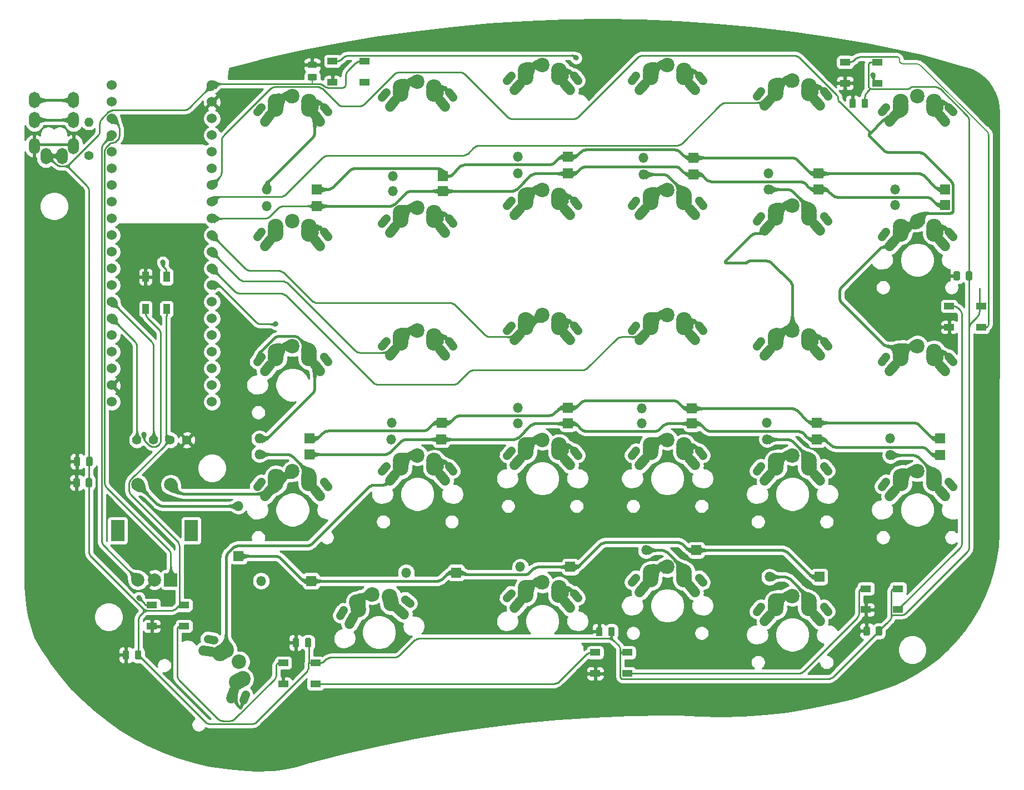
<source format=gbr>
G04 #@! TF.GenerationSoftware,KiCad,Pcbnew,5.1.5+dfsg1-2build2*
G04 #@! TF.CreationDate,2021-01-27T21:50:10+00:00*
G04 #@! TF.ProjectId,grandiceps,6772616e-6469-4636-9570-732e6b696361,rev?*
G04 #@! TF.SameCoordinates,Original*
G04 #@! TF.FileFunction,Copper,L2,Bot*
G04 #@! TF.FilePolarity,Positive*
%FSLAX46Y46*%
G04 Gerber Fmt 4.6, Leading zero omitted, Abs format (unit mm)*
G04 Created by KiCad (PCBNEW 5.1.5+dfsg1-2build2) date 2021-01-27 21:50:10*
%MOMM*%
%LPD*%
G04 APERTURE LIST*
%ADD10C,1.524000*%
%ADD11O,1.400000X1.400000*%
%ADD12C,1.400000*%
%ADD13C,1.397000*%
%ADD14O,1.700000X2.500000*%
%ADD15C,2.400000*%
%ADD16C,1.550000*%
%ADD17C,2.200000*%
%ADD18C,1.250000*%
%ADD19R,2.000000X2.000000*%
%ADD20C,2.000000*%
%ADD21R,2.000000X3.200000*%
%ADD22R,1.500000X1.000000*%
%ADD23O,1.500000X1.500000*%
%ADD24R,1.500000X1.500000*%
%ADD25R,1.000000X1.500000*%
%ADD26C,0.100000*%
%ADD27C,0.800000*%
%ADD28C,0.450000*%
%ADD29C,0.250000*%
%ADD30C,0.200000*%
%ADD31C,0.254000*%
%ADD32C,0.025400*%
G04 APERTURE END LIST*
D10*
X102591000Y-47167800D03*
X102591000Y-49707800D03*
X102591000Y-52247800D03*
X102591000Y-54787800D03*
X102591000Y-57327800D03*
X102591000Y-59867800D03*
X102591000Y-62407800D03*
X102591000Y-64947800D03*
X102591000Y-67487800D03*
X102591000Y-70027800D03*
X102591000Y-72567800D03*
X102591000Y-75107800D03*
X102591000Y-77647800D03*
X102591000Y-80187800D03*
X102591000Y-82727800D03*
X102591000Y-85267800D03*
X102591000Y-87807800D03*
X102591000Y-90347800D03*
X102591000Y-92887800D03*
X102591000Y-95427800D03*
X117831000Y-95427800D03*
X117831000Y-92887800D03*
X117831000Y-90347800D03*
X117831000Y-87807800D03*
X117831000Y-85267800D03*
X117831000Y-82727800D03*
X117831000Y-80187800D03*
X117831000Y-77647800D03*
X117831000Y-75107800D03*
X117831000Y-72567800D03*
X117831000Y-70027800D03*
X117831000Y-67487800D03*
X117831000Y-64947800D03*
X117831000Y-62407800D03*
X117831000Y-59867800D03*
X117831000Y-57327800D03*
X117831000Y-54787800D03*
X117831000Y-52247800D03*
X117831000Y-49707800D03*
X117831000Y-47167800D03*
D11*
X99060000Y-52781200D03*
D12*
X99060000Y-57861200D03*
D13*
X114021000Y-101244000D03*
X111481000Y-101244000D03*
X108941000Y-101244000D03*
X106401000Y-101244000D03*
D14*
X94987600Y-57951800D03*
X90787600Y-56451800D03*
X90787600Y-52451800D03*
X90787600Y-49451800D03*
X96737600Y-52451800D03*
X96737600Y-49451800D03*
X92537600Y-57951800D03*
X96737600Y-56451800D03*
D15*
X122007114Y-137947705D03*
X121574102Y-138197705D03*
X119034102Y-133798295D03*
X119467114Y-133548295D03*
D16*
X117750210Y-133536973D02*
X116519200Y-133319913D01*
D15*
X122509409Y-137657705D03*
D16*
X120730942Y-140614865D02*
X121158468Y-139440249D01*
D15*
X119969409Y-133258295D03*
D17*
X121949550Y-135048000D03*
D18*
X122605039Y-140911084D02*
X122929959Y-140018376D01*
X118135283Y-131713753D02*
X117199715Y-131548787D01*
D15*
X145026995Y-125683299D03*
X145113819Y-126175703D03*
X140110996Y-127057835D03*
X140024172Y-126565431D03*
D16*
X139426316Y-128174922D02*
X138801316Y-129257454D01*
D15*
X144926279Y-125112110D03*
D16*
X147096829Y-127794731D02*
X146139273Y-126991247D01*
D15*
X139923456Y-125994243D03*
D17*
X142282476Y-124745634D03*
D18*
X148016163Y-126134968D02*
X147288421Y-125524320D01*
X137844753Y-127189493D02*
X137369753Y-128012217D01*
D15*
X170733000Y-124358000D03*
X170733000Y-124858000D03*
X165653000Y-124858000D03*
X165653000Y-124358000D03*
D16*
X164784742Y-125839222D02*
X163981258Y-126796778D01*
D15*
X170733000Y-123778000D03*
D16*
X172404742Y-126796778D02*
X171601258Y-125839222D01*
D15*
X165653000Y-123778000D03*
D17*
X168193000Y-122958000D03*
D18*
X173598324Y-125321871D02*
X172987676Y-124594129D01*
X163398324Y-124594129D02*
X162787676Y-125321871D01*
D15*
X189773000Y-121978000D03*
X189773000Y-122478000D03*
X184693000Y-122478000D03*
X184693000Y-121978000D03*
D16*
X183824742Y-123459222D02*
X183021258Y-124416778D01*
D15*
X189773000Y-121398000D03*
D16*
X191444742Y-124416778D02*
X190641258Y-123459222D01*
D15*
X184693000Y-121398000D03*
D17*
X187233000Y-120578000D03*
D18*
X192638324Y-122941871D02*
X192027676Y-122214129D01*
X182438324Y-122214129D02*
X181827676Y-122941871D01*
D15*
X208813000Y-126418000D03*
X208813000Y-126918000D03*
X203733000Y-126918000D03*
X203733000Y-126418000D03*
D16*
X202864742Y-127899222D02*
X202061258Y-128856778D01*
D15*
X208813000Y-125838000D03*
D16*
X210484742Y-128856778D02*
X209681258Y-127899222D01*
D15*
X203733000Y-125838000D03*
D17*
X206273000Y-125018000D03*
D18*
X211678324Y-127381871D02*
X211067676Y-126654129D01*
X201478324Y-126654129D02*
X200867676Y-127381871D01*
D15*
X132653000Y-107378000D03*
X132653000Y-107878000D03*
X127573000Y-107878000D03*
X127573000Y-107378000D03*
D16*
X126704742Y-108859222D02*
X125901258Y-109816778D01*
D15*
X132653000Y-106798000D03*
D16*
X134324742Y-109816778D02*
X133521258Y-108859222D01*
D15*
X127573000Y-106798000D03*
D17*
X130113000Y-105978000D03*
D18*
X135518324Y-108341871D02*
X134907676Y-107614129D01*
X125318324Y-107614129D02*
X124707676Y-108341871D01*
D15*
X151693000Y-104998000D03*
X151693000Y-105498000D03*
X146613000Y-105498000D03*
X146613000Y-104998000D03*
D16*
X145744742Y-106479222D02*
X144941258Y-107436778D01*
D15*
X151693000Y-104418000D03*
D16*
X153364742Y-107436778D02*
X152561258Y-106479222D01*
D15*
X146613000Y-104418000D03*
D17*
X149153000Y-103598000D03*
D18*
X154558324Y-105961871D02*
X153947676Y-105234129D01*
X144358324Y-105234129D02*
X143747676Y-105961871D01*
D15*
X170733000Y-102618000D03*
X170733000Y-103118000D03*
X165653000Y-103118000D03*
X165653000Y-102618000D03*
D16*
X164784742Y-104099222D02*
X163981258Y-105056778D01*
D15*
X170733000Y-102038000D03*
D16*
X172404742Y-105056778D02*
X171601258Y-104099222D01*
D15*
X165653000Y-102038000D03*
D17*
X168193000Y-101218000D03*
D18*
X173598324Y-103581871D02*
X172987676Y-102854129D01*
X163398324Y-102854129D02*
X162787676Y-103581871D01*
D15*
X189773000Y-102618000D03*
X189773000Y-103118000D03*
X184693000Y-103118000D03*
X184693000Y-102618000D03*
D16*
X183824742Y-104099222D02*
X183021258Y-105056778D01*
D15*
X189773000Y-102038000D03*
D16*
X191444742Y-105056778D02*
X190641258Y-104099222D01*
D15*
X184693000Y-102038000D03*
D17*
X187233000Y-101218000D03*
D18*
X192638324Y-103581871D02*
X192027676Y-102854129D01*
X182438324Y-102854129D02*
X181827676Y-103581871D01*
D15*
X208813000Y-104998000D03*
X208813000Y-105498000D03*
X203733000Y-105498000D03*
X203733000Y-104998000D03*
D16*
X202864742Y-106479222D02*
X202061258Y-107436778D01*
D15*
X208813000Y-104418000D03*
D16*
X210484742Y-107436778D02*
X209681258Y-106479222D01*
D15*
X203733000Y-104418000D03*
D17*
X206273000Y-103598000D03*
D18*
X211678324Y-105961871D02*
X211067676Y-105234129D01*
X201478324Y-105234129D02*
X200867676Y-105961871D01*
D15*
X227853000Y-107378000D03*
X227853000Y-107878000D03*
X222773000Y-107878000D03*
X222773000Y-107378000D03*
D16*
X221904742Y-108859222D02*
X221101258Y-109816778D01*
D15*
X227853000Y-106798000D03*
D16*
X229524742Y-109816778D02*
X228721258Y-108859222D01*
D15*
X222773000Y-106798000D03*
D17*
X225313000Y-105978000D03*
D18*
X230718324Y-108341871D02*
X230107676Y-107614129D01*
X220518324Y-107614129D02*
X219907676Y-108341871D01*
D15*
X132653000Y-88337800D03*
X132653000Y-88837800D03*
X127573000Y-88837800D03*
X127573000Y-88337800D03*
D16*
X126704742Y-89819022D02*
X125901258Y-90776578D01*
D15*
X132653000Y-87757800D03*
D16*
X134324742Y-90776578D02*
X133521258Y-89819022D01*
D15*
X127573000Y-87757800D03*
D17*
X130113000Y-86937800D03*
D18*
X135518324Y-89301671D02*
X134907676Y-88573929D01*
X125318324Y-88573929D02*
X124707676Y-89301671D01*
D15*
X151693000Y-85957800D03*
X151693000Y-86457800D03*
X146613000Y-86457800D03*
X146613000Y-85957800D03*
D16*
X145744742Y-87439022D02*
X144941258Y-88396578D01*
D15*
X151693000Y-85377800D03*
D16*
X153364742Y-88396578D02*
X152561258Y-87439022D01*
D15*
X146613000Y-85377800D03*
D17*
X149153000Y-84557800D03*
D18*
X154558324Y-86921671D02*
X153947676Y-86193929D01*
X144358324Y-86193929D02*
X143747676Y-86921671D01*
D15*
X170733000Y-83577800D03*
X170733000Y-84077800D03*
X165653000Y-84077800D03*
X165653000Y-83577800D03*
D16*
X164784742Y-85059022D02*
X163981258Y-86016578D01*
D15*
X170733000Y-82997800D03*
D16*
X172404742Y-86016578D02*
X171601258Y-85059022D01*
D15*
X165653000Y-82997800D03*
D17*
X168193000Y-82177800D03*
D18*
X173598324Y-84541671D02*
X172987676Y-83813929D01*
X163398324Y-83813929D02*
X162787676Y-84541671D01*
D15*
X189773000Y-83577800D03*
X189773000Y-84077800D03*
X184693000Y-84077800D03*
X184693000Y-83577800D03*
D16*
X183824742Y-85059022D02*
X183021258Y-86016578D01*
D15*
X189773000Y-82997800D03*
D16*
X191444742Y-86016578D02*
X190641258Y-85059022D01*
D15*
X184693000Y-82997800D03*
D17*
X187233000Y-82177800D03*
D18*
X192638324Y-84541671D02*
X192027676Y-83813929D01*
X182438324Y-83813929D02*
X181827676Y-84541671D01*
D15*
X208813000Y-85957800D03*
X208813000Y-86457800D03*
X203733000Y-86457800D03*
X203733000Y-85957800D03*
D16*
X202864742Y-87439022D02*
X202061258Y-88396578D01*
D15*
X208813000Y-85377800D03*
D16*
X210484742Y-88396578D02*
X209681258Y-87439022D01*
D15*
X203733000Y-85377800D03*
D17*
X206273000Y-84557800D03*
D18*
X211678324Y-86921671D02*
X211067676Y-86193929D01*
X201478324Y-86193929D02*
X200867676Y-86921671D01*
D15*
X227853000Y-88337800D03*
X227853000Y-88837800D03*
X222773000Y-88837800D03*
X222773000Y-88337800D03*
D16*
X221904742Y-89819022D02*
X221101258Y-90776578D01*
D15*
X227853000Y-87757800D03*
D16*
X229524742Y-90776578D02*
X228721258Y-89819022D01*
D15*
X222773000Y-87757800D03*
D17*
X225313000Y-86937800D03*
D18*
X230718324Y-89301671D02*
X230107676Y-88573929D01*
X220518324Y-88573929D02*
X219907676Y-89301671D01*
D15*
X132653000Y-69297800D03*
X132653000Y-69797800D03*
X127573000Y-69797800D03*
X127573000Y-69297800D03*
D16*
X126704742Y-70779022D02*
X125901258Y-71736578D01*
D15*
X132653000Y-68717800D03*
D16*
X134324742Y-71736578D02*
X133521258Y-70779022D01*
D15*
X127573000Y-68717800D03*
D17*
X130113000Y-67897800D03*
D18*
X135518324Y-70261671D02*
X134907676Y-69533929D01*
X125318324Y-69533929D02*
X124707676Y-70261671D01*
D15*
X151693000Y-67237800D03*
X151693000Y-67737800D03*
X146613000Y-67737800D03*
X146613000Y-67237800D03*
D16*
X145744742Y-68719022D02*
X144941258Y-69676578D01*
D15*
X151693000Y-66657800D03*
D16*
X153364742Y-69676578D02*
X152561258Y-68719022D01*
D15*
X146613000Y-66657800D03*
D17*
X149153000Y-65837800D03*
D18*
X154558324Y-68201671D02*
X153947676Y-67473929D01*
X144358324Y-67473929D02*
X143747676Y-68201671D01*
D15*
X170733000Y-64537800D03*
X170733000Y-65037800D03*
X165653000Y-65037800D03*
X165653000Y-64537800D03*
D16*
X164784742Y-66019022D02*
X163981258Y-66976578D01*
D15*
X170733000Y-63957800D03*
D16*
X172404742Y-66976578D02*
X171601258Y-66019022D01*
D15*
X165653000Y-63957800D03*
D17*
X168193000Y-63137800D03*
D18*
X173598324Y-65501671D02*
X172987676Y-64773929D01*
X163398324Y-64773929D02*
X162787676Y-65501671D01*
D15*
X189773000Y-64537800D03*
X189773000Y-65037800D03*
X184693000Y-65037800D03*
X184693000Y-64537800D03*
D16*
X183824742Y-66019022D02*
X183021258Y-66976578D01*
D15*
X189773000Y-63957800D03*
D16*
X191444742Y-66976578D02*
X190641258Y-66019022D01*
D15*
X184693000Y-63957800D03*
D17*
X187233000Y-63137800D03*
D18*
X192638324Y-65501671D02*
X192027676Y-64773929D01*
X182438324Y-64773929D02*
X181827676Y-65501671D01*
D15*
X208813000Y-66917800D03*
X208813000Y-67417800D03*
X203733000Y-67417800D03*
X203733000Y-66917800D03*
D16*
X202864742Y-68399022D02*
X202061258Y-69356578D01*
D15*
X208813000Y-66337800D03*
D16*
X210484742Y-69356578D02*
X209681258Y-68399022D01*
D15*
X203733000Y-66337800D03*
D17*
X206273000Y-65517800D03*
D18*
X211678324Y-67881671D02*
X211067676Y-67153929D01*
X201478324Y-67153929D02*
X200867676Y-67881671D01*
D15*
X227853000Y-69297800D03*
X227853000Y-69797800D03*
X222773000Y-69797800D03*
X222773000Y-69297800D03*
D16*
X221904742Y-70779022D02*
X221101258Y-71736578D01*
D15*
X227853000Y-68717800D03*
D16*
X229524742Y-71736578D02*
X228721258Y-70779022D01*
D15*
X222773000Y-68717800D03*
D17*
X225313000Y-67897800D03*
D18*
X230718324Y-70261671D02*
X230107676Y-69533929D01*
X220518324Y-69533929D02*
X219907676Y-70261671D01*
D15*
X132653000Y-50257800D03*
X132653000Y-50757800D03*
X127573000Y-50757800D03*
X127573000Y-50257800D03*
D16*
X126704742Y-51739022D02*
X125901258Y-52696578D01*
D15*
X132653000Y-49677800D03*
D16*
X134324742Y-52696578D02*
X133521258Y-51739022D01*
D15*
X127573000Y-49677800D03*
D17*
X130113000Y-48857800D03*
D18*
X135518324Y-51221671D02*
X134907676Y-50493929D01*
X125318324Y-50493929D02*
X124707676Y-51221671D01*
D15*
X151693000Y-48037800D03*
X151693000Y-48537800D03*
X146613000Y-48537800D03*
X146613000Y-48037800D03*
D16*
X145744742Y-49519022D02*
X144941258Y-50476578D01*
D15*
X151693000Y-47457800D03*
D16*
X153364742Y-50476578D02*
X152561258Y-49519022D01*
D15*
X146613000Y-47457800D03*
D17*
X149153000Y-46637800D03*
D18*
X154558324Y-49001671D02*
X153947676Y-48273929D01*
X144358324Y-48273929D02*
X143747676Y-49001671D01*
D15*
X170733000Y-45497800D03*
X170733000Y-45997800D03*
X165653000Y-45997800D03*
X165653000Y-45497800D03*
D16*
X164784742Y-46979022D02*
X163981258Y-47936578D01*
D15*
X170733000Y-44917800D03*
D16*
X172404742Y-47936578D02*
X171601258Y-46979022D01*
D15*
X165653000Y-44917800D03*
D17*
X168193000Y-44097800D03*
D18*
X173598324Y-46461671D02*
X172987676Y-45733929D01*
X163398324Y-45733929D02*
X162787676Y-46461671D01*
D15*
X189773000Y-45497800D03*
X189773000Y-45997800D03*
X184693000Y-45997800D03*
X184693000Y-45497800D03*
D16*
X183824742Y-46979022D02*
X183021258Y-47936578D01*
D15*
X189773000Y-44917800D03*
D16*
X191444742Y-47936578D02*
X190641258Y-46979022D01*
D15*
X184693000Y-44917800D03*
D17*
X187233000Y-44097800D03*
D18*
X192638324Y-46461671D02*
X192027676Y-45733929D01*
X182438324Y-45733929D02*
X181827676Y-46461671D01*
D15*
X208813000Y-47877800D03*
X208813000Y-48377800D03*
X203733000Y-48377800D03*
X203733000Y-47877800D03*
D16*
X202864742Y-49359022D02*
X202061258Y-50316578D01*
D15*
X208813000Y-47297800D03*
D16*
X210484742Y-50316578D02*
X209681258Y-49359022D01*
D15*
X203733000Y-47297800D03*
D17*
X206273000Y-46477800D03*
D18*
X211678324Y-48841671D02*
X211067676Y-48113929D01*
X201478324Y-48113929D02*
X200867676Y-48841671D01*
D15*
X227853000Y-50257800D03*
X227853000Y-50757800D03*
X222773000Y-50757800D03*
X222773000Y-50257800D03*
D16*
X221904742Y-51739022D02*
X221101258Y-52696578D01*
D15*
X227853000Y-49677800D03*
D16*
X229524742Y-52696578D02*
X228721258Y-51739022D01*
D15*
X222773000Y-49677800D03*
D17*
X225313000Y-48857800D03*
D18*
X230718324Y-51221671D02*
X230107676Y-50493929D01*
X220518324Y-50493929D02*
X219907676Y-51221671D01*
D19*
X111557000Y-122555000D03*
D20*
X109057000Y-122555000D03*
X106557000Y-122555000D03*
D21*
X114657000Y-115055000D03*
X103457000Y-115055000D03*
D20*
X111557000Y-108055000D03*
X106557000Y-108055000D03*
D22*
X141084000Y-43510400D03*
X141084000Y-46710400D03*
X136184000Y-43510400D03*
X136184000Y-46710400D03*
X219202000Y-43662600D03*
X219202000Y-46862600D03*
X214302000Y-43662600D03*
X214302000Y-46862600D03*
X235063000Y-80848400D03*
X235063000Y-84048400D03*
X230163000Y-80848400D03*
X230163000Y-84048400D03*
D23*
X164821000Y-120574000D03*
D24*
X172441000Y-120574000D03*
D23*
X183998000Y-118034000D03*
D24*
X191618000Y-118034000D03*
D23*
X202794000Y-122098000D03*
D24*
X210414000Y-122098000D03*
D22*
X222389000Y-123902000D03*
X222389000Y-127102000D03*
X217489000Y-123902000D03*
X217489000Y-127102000D03*
D23*
X125070000Y-103429000D03*
D24*
X132690000Y-103429000D03*
D23*
X145136000Y-101143000D03*
D24*
X152756000Y-101143000D03*
D23*
X164440000Y-98729800D03*
D24*
X172060000Y-98729800D03*
D23*
X183363000Y-98729800D03*
D24*
X190983000Y-98729800D03*
D23*
X202413000Y-101143000D03*
D24*
X210033000Y-101143000D03*
D23*
X221209000Y-103556000D03*
D24*
X228829000Y-103556000D03*
D22*
X181139000Y-133630000D03*
X181139000Y-136830000D03*
X176239000Y-133630000D03*
X176239000Y-136830000D03*
X133602000Y-135205000D03*
X133602000Y-138405000D03*
X128702000Y-135205000D03*
X128702000Y-138405000D03*
D23*
X125070000Y-101016000D03*
D24*
X132690000Y-101016000D03*
D23*
X145263000Y-98602800D03*
D24*
X152883000Y-98602800D03*
D23*
X164440000Y-96316800D03*
D24*
X172060000Y-96316800D03*
D23*
X183363000Y-96443800D03*
D24*
X190983000Y-96443800D03*
D23*
X202413000Y-98602800D03*
D24*
X210033000Y-98602800D03*
D23*
X221209000Y-101016000D03*
D24*
X228829000Y-101016000D03*
D23*
X126213000Y-65582800D03*
D24*
X133833000Y-65582800D03*
D23*
X145390000Y-63296800D03*
D24*
X153010000Y-63296800D03*
D23*
X164440000Y-60629800D03*
D24*
X172060000Y-60629800D03*
D23*
X183617000Y-60756800D03*
D24*
X191237000Y-60756800D03*
D23*
X202667000Y-63042800D03*
D24*
X210287000Y-63042800D03*
D22*
X113589000Y-126416000D03*
X113589000Y-129616000D03*
X108689000Y-126416000D03*
X108689000Y-129616000D03*
D23*
X221971000Y-65455800D03*
D24*
X229591000Y-65455800D03*
D25*
X110922000Y-81280000D03*
X107722000Y-81280000D03*
X110922000Y-76380000D03*
X107722000Y-76380000D03*
D23*
X121895000Y-111303000D03*
D24*
X121895000Y-118923000D03*
D23*
X125324000Y-122733000D03*
D24*
X132944000Y-122733000D03*
D23*
X147422000Y-121463000D03*
D24*
X155042000Y-121463000D03*
D23*
X126213000Y-63042800D03*
D24*
X133833000Y-63042800D03*
D23*
X145390000Y-61010800D03*
D24*
X153010000Y-61010800D03*
D23*
X164440000Y-58089800D03*
D24*
X172060000Y-58089800D03*
D23*
X183617000Y-58216800D03*
D24*
X191237000Y-58216800D03*
D23*
X202667000Y-60629800D03*
D24*
X210287000Y-60629800D03*
D23*
X221971000Y-63042800D03*
D24*
X229591000Y-63042800D03*
G04 #@! TA.AperFunction,SMDPad,CuDef*
D26*
G36*
X231590042Y-75526574D02*
G01*
X231613703Y-75530084D01*
X231636907Y-75535896D01*
X231659429Y-75543954D01*
X231681053Y-75554182D01*
X231701570Y-75566479D01*
X231720783Y-75580729D01*
X231738507Y-75596793D01*
X231754571Y-75614517D01*
X231768821Y-75633730D01*
X231781118Y-75654247D01*
X231791346Y-75675871D01*
X231799404Y-75698393D01*
X231805216Y-75721597D01*
X231808726Y-75745258D01*
X231809900Y-75769150D01*
X231809900Y-76681650D01*
X231808726Y-76705542D01*
X231805216Y-76729203D01*
X231799404Y-76752407D01*
X231791346Y-76774929D01*
X231781118Y-76796553D01*
X231768821Y-76817070D01*
X231754571Y-76836283D01*
X231738507Y-76854007D01*
X231720783Y-76870071D01*
X231701570Y-76884321D01*
X231681053Y-76896618D01*
X231659429Y-76906846D01*
X231636907Y-76914904D01*
X231613703Y-76920716D01*
X231590042Y-76924226D01*
X231566150Y-76925400D01*
X231078650Y-76925400D01*
X231054758Y-76924226D01*
X231031097Y-76920716D01*
X231007893Y-76914904D01*
X230985371Y-76906846D01*
X230963747Y-76896618D01*
X230943230Y-76884321D01*
X230924017Y-76870071D01*
X230906293Y-76854007D01*
X230890229Y-76836283D01*
X230875979Y-76817070D01*
X230863682Y-76796553D01*
X230853454Y-76774929D01*
X230845396Y-76752407D01*
X230839584Y-76729203D01*
X230836074Y-76705542D01*
X230834900Y-76681650D01*
X230834900Y-75769150D01*
X230836074Y-75745258D01*
X230839584Y-75721597D01*
X230845396Y-75698393D01*
X230853454Y-75675871D01*
X230863682Y-75654247D01*
X230875979Y-75633730D01*
X230890229Y-75614517D01*
X230906293Y-75596793D01*
X230924017Y-75580729D01*
X230943230Y-75566479D01*
X230963747Y-75554182D01*
X230985371Y-75543954D01*
X231007893Y-75535896D01*
X231031097Y-75530084D01*
X231054758Y-75526574D01*
X231078650Y-75525400D01*
X231566150Y-75525400D01*
X231590042Y-75526574D01*
G37*
G04 #@! TD.AperFunction*
G04 #@! TA.AperFunction,SMDPad,CuDef*
G36*
X233465042Y-75526574D02*
G01*
X233488703Y-75530084D01*
X233511907Y-75535896D01*
X233534429Y-75543954D01*
X233556053Y-75554182D01*
X233576570Y-75566479D01*
X233595783Y-75580729D01*
X233613507Y-75596793D01*
X233629571Y-75614517D01*
X233643821Y-75633730D01*
X233656118Y-75654247D01*
X233666346Y-75675871D01*
X233674404Y-75698393D01*
X233680216Y-75721597D01*
X233683726Y-75745258D01*
X233684900Y-75769150D01*
X233684900Y-76681650D01*
X233683726Y-76705542D01*
X233680216Y-76729203D01*
X233674404Y-76752407D01*
X233666346Y-76774929D01*
X233656118Y-76796553D01*
X233643821Y-76817070D01*
X233629571Y-76836283D01*
X233613507Y-76854007D01*
X233595783Y-76870071D01*
X233576570Y-76884321D01*
X233556053Y-76896618D01*
X233534429Y-76906846D01*
X233511907Y-76914904D01*
X233488703Y-76920716D01*
X233465042Y-76924226D01*
X233441150Y-76925400D01*
X232953650Y-76925400D01*
X232929758Y-76924226D01*
X232906097Y-76920716D01*
X232882893Y-76914904D01*
X232860371Y-76906846D01*
X232838747Y-76896618D01*
X232818230Y-76884321D01*
X232799017Y-76870071D01*
X232781293Y-76854007D01*
X232765229Y-76836283D01*
X232750979Y-76817070D01*
X232738682Y-76796553D01*
X232728454Y-76774929D01*
X232720396Y-76752407D01*
X232714584Y-76729203D01*
X232711074Y-76705542D01*
X232709900Y-76681650D01*
X232709900Y-75769150D01*
X232711074Y-75745258D01*
X232714584Y-75721597D01*
X232720396Y-75698393D01*
X232728454Y-75675871D01*
X232738682Y-75654247D01*
X232750979Y-75633730D01*
X232765229Y-75614517D01*
X232781293Y-75596793D01*
X232799017Y-75580729D01*
X232818230Y-75566479D01*
X232838747Y-75554182D01*
X232860371Y-75543954D01*
X232882893Y-75535896D01*
X232906097Y-75530084D01*
X232929758Y-75526574D01*
X232953650Y-75525400D01*
X233441150Y-75525400D01*
X233465042Y-75526574D01*
G37*
G04 #@! TD.AperFunction*
G04 #@! TA.AperFunction,SMDPad,CuDef*
G36*
X217869142Y-129654174D02*
G01*
X217892803Y-129657684D01*
X217916007Y-129663496D01*
X217938529Y-129671554D01*
X217960153Y-129681782D01*
X217980670Y-129694079D01*
X217999883Y-129708329D01*
X218017607Y-129724393D01*
X218033671Y-129742117D01*
X218047921Y-129761330D01*
X218060218Y-129781847D01*
X218070446Y-129803471D01*
X218078504Y-129825993D01*
X218084316Y-129849197D01*
X218087826Y-129872858D01*
X218089000Y-129896750D01*
X218089000Y-130809250D01*
X218087826Y-130833142D01*
X218084316Y-130856803D01*
X218078504Y-130880007D01*
X218070446Y-130902529D01*
X218060218Y-130924153D01*
X218047921Y-130944670D01*
X218033671Y-130963883D01*
X218017607Y-130981607D01*
X217999883Y-130997671D01*
X217980670Y-131011921D01*
X217960153Y-131024218D01*
X217938529Y-131034446D01*
X217916007Y-131042504D01*
X217892803Y-131048316D01*
X217869142Y-131051826D01*
X217845250Y-131053000D01*
X217357750Y-131053000D01*
X217333858Y-131051826D01*
X217310197Y-131048316D01*
X217286993Y-131042504D01*
X217264471Y-131034446D01*
X217242847Y-131024218D01*
X217222330Y-131011921D01*
X217203117Y-130997671D01*
X217185393Y-130981607D01*
X217169329Y-130963883D01*
X217155079Y-130944670D01*
X217142782Y-130924153D01*
X217132554Y-130902529D01*
X217124496Y-130880007D01*
X217118684Y-130856803D01*
X217115174Y-130833142D01*
X217114000Y-130809250D01*
X217114000Y-129896750D01*
X217115174Y-129872858D01*
X217118684Y-129849197D01*
X217124496Y-129825993D01*
X217132554Y-129803471D01*
X217142782Y-129781847D01*
X217155079Y-129761330D01*
X217169329Y-129742117D01*
X217185393Y-129724393D01*
X217203117Y-129708329D01*
X217222330Y-129694079D01*
X217242847Y-129681782D01*
X217264471Y-129671554D01*
X217286993Y-129663496D01*
X217310197Y-129657684D01*
X217333858Y-129654174D01*
X217357750Y-129653000D01*
X217845250Y-129653000D01*
X217869142Y-129654174D01*
G37*
G04 #@! TD.AperFunction*
G04 #@! TA.AperFunction,SMDPad,CuDef*
G36*
X219744142Y-129654174D02*
G01*
X219767803Y-129657684D01*
X219791007Y-129663496D01*
X219813529Y-129671554D01*
X219835153Y-129681782D01*
X219855670Y-129694079D01*
X219874883Y-129708329D01*
X219892607Y-129724393D01*
X219908671Y-129742117D01*
X219922921Y-129761330D01*
X219935218Y-129781847D01*
X219945446Y-129803471D01*
X219953504Y-129825993D01*
X219959316Y-129849197D01*
X219962826Y-129872858D01*
X219964000Y-129896750D01*
X219964000Y-130809250D01*
X219962826Y-130833142D01*
X219959316Y-130856803D01*
X219953504Y-130880007D01*
X219945446Y-130902529D01*
X219935218Y-130924153D01*
X219922921Y-130944670D01*
X219908671Y-130963883D01*
X219892607Y-130981607D01*
X219874883Y-130997671D01*
X219855670Y-131011921D01*
X219835153Y-131024218D01*
X219813529Y-131034446D01*
X219791007Y-131042504D01*
X219767803Y-131048316D01*
X219744142Y-131051826D01*
X219720250Y-131053000D01*
X219232750Y-131053000D01*
X219208858Y-131051826D01*
X219185197Y-131048316D01*
X219161993Y-131042504D01*
X219139471Y-131034446D01*
X219117847Y-131024218D01*
X219097330Y-131011921D01*
X219078117Y-130997671D01*
X219060393Y-130981607D01*
X219044329Y-130963883D01*
X219030079Y-130944670D01*
X219017782Y-130924153D01*
X219007554Y-130902529D01*
X218999496Y-130880007D01*
X218993684Y-130856803D01*
X218990174Y-130833142D01*
X218989000Y-130809250D01*
X218989000Y-129896750D01*
X218990174Y-129872858D01*
X218993684Y-129849197D01*
X218999496Y-129825993D01*
X219007554Y-129803471D01*
X219017782Y-129781847D01*
X219030079Y-129761330D01*
X219044329Y-129742117D01*
X219060393Y-129724393D01*
X219078117Y-129708329D01*
X219097330Y-129694079D01*
X219117847Y-129681782D01*
X219139471Y-129671554D01*
X219161993Y-129663496D01*
X219185197Y-129657684D01*
X219208858Y-129654174D01*
X219232750Y-129653000D01*
X219720250Y-129653000D01*
X219744142Y-129654174D01*
G37*
G04 #@! TD.AperFunction*
G04 #@! TA.AperFunction,SMDPad,CuDef*
G36*
X97549742Y-103822174D02*
G01*
X97573403Y-103825684D01*
X97596607Y-103831496D01*
X97619129Y-103839554D01*
X97640753Y-103849782D01*
X97661270Y-103862079D01*
X97680483Y-103876329D01*
X97698207Y-103892393D01*
X97714271Y-103910117D01*
X97728521Y-103929330D01*
X97740818Y-103949847D01*
X97751046Y-103971471D01*
X97759104Y-103993993D01*
X97764916Y-104017197D01*
X97768426Y-104040858D01*
X97769600Y-104064750D01*
X97769600Y-104977250D01*
X97768426Y-105001142D01*
X97764916Y-105024803D01*
X97759104Y-105048007D01*
X97751046Y-105070529D01*
X97740818Y-105092153D01*
X97728521Y-105112670D01*
X97714271Y-105131883D01*
X97698207Y-105149607D01*
X97680483Y-105165671D01*
X97661270Y-105179921D01*
X97640753Y-105192218D01*
X97619129Y-105202446D01*
X97596607Y-105210504D01*
X97573403Y-105216316D01*
X97549742Y-105219826D01*
X97525850Y-105221000D01*
X97038350Y-105221000D01*
X97014458Y-105219826D01*
X96990797Y-105216316D01*
X96967593Y-105210504D01*
X96945071Y-105202446D01*
X96923447Y-105192218D01*
X96902930Y-105179921D01*
X96883717Y-105165671D01*
X96865993Y-105149607D01*
X96849929Y-105131883D01*
X96835679Y-105112670D01*
X96823382Y-105092153D01*
X96813154Y-105070529D01*
X96805096Y-105048007D01*
X96799284Y-105024803D01*
X96795774Y-105001142D01*
X96794600Y-104977250D01*
X96794600Y-104064750D01*
X96795774Y-104040858D01*
X96799284Y-104017197D01*
X96805096Y-103993993D01*
X96813154Y-103971471D01*
X96823382Y-103949847D01*
X96835679Y-103929330D01*
X96849929Y-103910117D01*
X96865993Y-103892393D01*
X96883717Y-103876329D01*
X96902930Y-103862079D01*
X96923447Y-103849782D01*
X96945071Y-103839554D01*
X96967593Y-103831496D01*
X96990797Y-103825684D01*
X97014458Y-103822174D01*
X97038350Y-103821000D01*
X97525850Y-103821000D01*
X97549742Y-103822174D01*
G37*
G04 #@! TD.AperFunction*
G04 #@! TA.AperFunction,SMDPad,CuDef*
G36*
X99424742Y-103822174D02*
G01*
X99448403Y-103825684D01*
X99471607Y-103831496D01*
X99494129Y-103839554D01*
X99515753Y-103849782D01*
X99536270Y-103862079D01*
X99555483Y-103876329D01*
X99573207Y-103892393D01*
X99589271Y-103910117D01*
X99603521Y-103929330D01*
X99615818Y-103949847D01*
X99626046Y-103971471D01*
X99634104Y-103993993D01*
X99639916Y-104017197D01*
X99643426Y-104040858D01*
X99644600Y-104064750D01*
X99644600Y-104977250D01*
X99643426Y-105001142D01*
X99639916Y-105024803D01*
X99634104Y-105048007D01*
X99626046Y-105070529D01*
X99615818Y-105092153D01*
X99603521Y-105112670D01*
X99589271Y-105131883D01*
X99573207Y-105149607D01*
X99555483Y-105165671D01*
X99536270Y-105179921D01*
X99515753Y-105192218D01*
X99494129Y-105202446D01*
X99471607Y-105210504D01*
X99448403Y-105216316D01*
X99424742Y-105219826D01*
X99400850Y-105221000D01*
X98913350Y-105221000D01*
X98889458Y-105219826D01*
X98865797Y-105216316D01*
X98842593Y-105210504D01*
X98820071Y-105202446D01*
X98798447Y-105192218D01*
X98777930Y-105179921D01*
X98758717Y-105165671D01*
X98740993Y-105149607D01*
X98724929Y-105131883D01*
X98710679Y-105112670D01*
X98698382Y-105092153D01*
X98688154Y-105070529D01*
X98680096Y-105048007D01*
X98674284Y-105024803D01*
X98670774Y-105001142D01*
X98669600Y-104977250D01*
X98669600Y-104064750D01*
X98670774Y-104040858D01*
X98674284Y-104017197D01*
X98680096Y-103993993D01*
X98688154Y-103971471D01*
X98698382Y-103949847D01*
X98710679Y-103929330D01*
X98724929Y-103910117D01*
X98740993Y-103892393D01*
X98758717Y-103876329D01*
X98777930Y-103862079D01*
X98798447Y-103849782D01*
X98820071Y-103839554D01*
X98842593Y-103831496D01*
X98865797Y-103825684D01*
X98889458Y-103822174D01*
X98913350Y-103821000D01*
X99400850Y-103821000D01*
X99424742Y-103822174D01*
G37*
G04 #@! TD.AperFunction*
G04 #@! TA.AperFunction,SMDPad,CuDef*
G36*
X133601542Y-43587274D02*
G01*
X133625203Y-43590784D01*
X133648407Y-43596596D01*
X133670929Y-43604654D01*
X133692553Y-43614882D01*
X133713070Y-43627179D01*
X133732283Y-43641429D01*
X133750007Y-43657493D01*
X133766071Y-43675217D01*
X133780321Y-43694430D01*
X133792618Y-43714947D01*
X133802846Y-43736571D01*
X133810904Y-43759093D01*
X133816716Y-43782297D01*
X133820226Y-43805958D01*
X133821400Y-43829850D01*
X133821400Y-44317350D01*
X133820226Y-44341242D01*
X133816716Y-44364903D01*
X133810904Y-44388107D01*
X133802846Y-44410629D01*
X133792618Y-44432253D01*
X133780321Y-44452770D01*
X133766071Y-44471983D01*
X133750007Y-44489707D01*
X133732283Y-44505771D01*
X133713070Y-44520021D01*
X133692553Y-44532318D01*
X133670929Y-44542546D01*
X133648407Y-44550604D01*
X133625203Y-44556416D01*
X133601542Y-44559926D01*
X133577650Y-44561100D01*
X132665150Y-44561100D01*
X132641258Y-44559926D01*
X132617597Y-44556416D01*
X132594393Y-44550604D01*
X132571871Y-44542546D01*
X132550247Y-44532318D01*
X132529730Y-44520021D01*
X132510517Y-44505771D01*
X132492793Y-44489707D01*
X132476729Y-44471983D01*
X132462479Y-44452770D01*
X132450182Y-44432253D01*
X132439954Y-44410629D01*
X132431896Y-44388107D01*
X132426084Y-44364903D01*
X132422574Y-44341242D01*
X132421400Y-44317350D01*
X132421400Y-43829850D01*
X132422574Y-43805958D01*
X132426084Y-43782297D01*
X132431896Y-43759093D01*
X132439954Y-43736571D01*
X132450182Y-43714947D01*
X132462479Y-43694430D01*
X132476729Y-43675217D01*
X132492793Y-43657493D01*
X132510517Y-43641429D01*
X132529730Y-43627179D01*
X132550247Y-43614882D01*
X132571871Y-43604654D01*
X132594393Y-43596596D01*
X132617597Y-43590784D01*
X132641258Y-43587274D01*
X132665150Y-43586100D01*
X133577650Y-43586100D01*
X133601542Y-43587274D01*
G37*
G04 #@! TD.AperFunction*
G04 #@! TA.AperFunction,SMDPad,CuDef*
G36*
X133601542Y-45462274D02*
G01*
X133625203Y-45465784D01*
X133648407Y-45471596D01*
X133670929Y-45479654D01*
X133692553Y-45489882D01*
X133713070Y-45502179D01*
X133732283Y-45516429D01*
X133750007Y-45532493D01*
X133766071Y-45550217D01*
X133780321Y-45569430D01*
X133792618Y-45589947D01*
X133802846Y-45611571D01*
X133810904Y-45634093D01*
X133816716Y-45657297D01*
X133820226Y-45680958D01*
X133821400Y-45704850D01*
X133821400Y-46192350D01*
X133820226Y-46216242D01*
X133816716Y-46239903D01*
X133810904Y-46263107D01*
X133802846Y-46285629D01*
X133792618Y-46307253D01*
X133780321Y-46327770D01*
X133766071Y-46346983D01*
X133750007Y-46364707D01*
X133732283Y-46380771D01*
X133713070Y-46395021D01*
X133692553Y-46407318D01*
X133670929Y-46417546D01*
X133648407Y-46425604D01*
X133625203Y-46431416D01*
X133601542Y-46434926D01*
X133577650Y-46436100D01*
X132665150Y-46436100D01*
X132641258Y-46434926D01*
X132617597Y-46431416D01*
X132594393Y-46425604D01*
X132571871Y-46417546D01*
X132550247Y-46407318D01*
X132529730Y-46395021D01*
X132510517Y-46380771D01*
X132492793Y-46364707D01*
X132476729Y-46346983D01*
X132462479Y-46327770D01*
X132450182Y-46307253D01*
X132439954Y-46285629D01*
X132431896Y-46263107D01*
X132426084Y-46239903D01*
X132422574Y-46216242D01*
X132421400Y-46192350D01*
X132421400Y-45704850D01*
X132422574Y-45680958D01*
X132426084Y-45657297D01*
X132431896Y-45634093D01*
X132439954Y-45611571D01*
X132450182Y-45589947D01*
X132462479Y-45569430D01*
X132476729Y-45550217D01*
X132492793Y-45532493D01*
X132510517Y-45516429D01*
X132529730Y-45502179D01*
X132550247Y-45489882D01*
X132571871Y-45479654D01*
X132594393Y-45471596D01*
X132617597Y-45465784D01*
X132641258Y-45462274D01*
X132665150Y-45461100D01*
X133577650Y-45461100D01*
X133601542Y-45462274D01*
G37*
G04 #@! TD.AperFunction*
G04 #@! TA.AperFunction,SMDPad,CuDef*
G36*
X104992142Y-133312174D02*
G01*
X105015803Y-133315684D01*
X105039007Y-133321496D01*
X105061529Y-133329554D01*
X105083153Y-133339782D01*
X105103670Y-133352079D01*
X105122883Y-133366329D01*
X105140607Y-133382393D01*
X105156671Y-133400117D01*
X105170921Y-133419330D01*
X105183218Y-133439847D01*
X105193446Y-133461471D01*
X105201504Y-133483993D01*
X105207316Y-133507197D01*
X105210826Y-133530858D01*
X105212000Y-133554750D01*
X105212000Y-134467250D01*
X105210826Y-134491142D01*
X105207316Y-134514803D01*
X105201504Y-134538007D01*
X105193446Y-134560529D01*
X105183218Y-134582153D01*
X105170921Y-134602670D01*
X105156671Y-134621883D01*
X105140607Y-134639607D01*
X105122883Y-134655671D01*
X105103670Y-134669921D01*
X105083153Y-134682218D01*
X105061529Y-134692446D01*
X105039007Y-134700504D01*
X105015803Y-134706316D01*
X104992142Y-134709826D01*
X104968250Y-134711000D01*
X104480750Y-134711000D01*
X104456858Y-134709826D01*
X104433197Y-134706316D01*
X104409993Y-134700504D01*
X104387471Y-134692446D01*
X104365847Y-134682218D01*
X104345330Y-134669921D01*
X104326117Y-134655671D01*
X104308393Y-134639607D01*
X104292329Y-134621883D01*
X104278079Y-134602670D01*
X104265782Y-134582153D01*
X104255554Y-134560529D01*
X104247496Y-134538007D01*
X104241684Y-134514803D01*
X104238174Y-134491142D01*
X104237000Y-134467250D01*
X104237000Y-133554750D01*
X104238174Y-133530858D01*
X104241684Y-133507197D01*
X104247496Y-133483993D01*
X104255554Y-133461471D01*
X104265782Y-133439847D01*
X104278079Y-133419330D01*
X104292329Y-133400117D01*
X104308393Y-133382393D01*
X104326117Y-133366329D01*
X104345330Y-133352079D01*
X104365847Y-133339782D01*
X104387471Y-133329554D01*
X104409993Y-133321496D01*
X104433197Y-133315684D01*
X104456858Y-133312174D01*
X104480750Y-133311000D01*
X104968250Y-133311000D01*
X104992142Y-133312174D01*
G37*
G04 #@! TD.AperFunction*
G04 #@! TA.AperFunction,SMDPad,CuDef*
G36*
X106867142Y-133312174D02*
G01*
X106890803Y-133315684D01*
X106914007Y-133321496D01*
X106936529Y-133329554D01*
X106958153Y-133339782D01*
X106978670Y-133352079D01*
X106997883Y-133366329D01*
X107015607Y-133382393D01*
X107031671Y-133400117D01*
X107045921Y-133419330D01*
X107058218Y-133439847D01*
X107068446Y-133461471D01*
X107076504Y-133483993D01*
X107082316Y-133507197D01*
X107085826Y-133530858D01*
X107087000Y-133554750D01*
X107087000Y-134467250D01*
X107085826Y-134491142D01*
X107082316Y-134514803D01*
X107076504Y-134538007D01*
X107068446Y-134560529D01*
X107058218Y-134582153D01*
X107045921Y-134602670D01*
X107031671Y-134621883D01*
X107015607Y-134639607D01*
X106997883Y-134655671D01*
X106978670Y-134669921D01*
X106958153Y-134682218D01*
X106936529Y-134692446D01*
X106914007Y-134700504D01*
X106890803Y-134706316D01*
X106867142Y-134709826D01*
X106843250Y-134711000D01*
X106355750Y-134711000D01*
X106331858Y-134709826D01*
X106308197Y-134706316D01*
X106284993Y-134700504D01*
X106262471Y-134692446D01*
X106240847Y-134682218D01*
X106220330Y-134669921D01*
X106201117Y-134655671D01*
X106183393Y-134639607D01*
X106167329Y-134621883D01*
X106153079Y-134602670D01*
X106140782Y-134582153D01*
X106130554Y-134560529D01*
X106122496Y-134538007D01*
X106116684Y-134514803D01*
X106113174Y-134491142D01*
X106112000Y-134467250D01*
X106112000Y-133554750D01*
X106113174Y-133530858D01*
X106116684Y-133507197D01*
X106122496Y-133483993D01*
X106130554Y-133461471D01*
X106140782Y-133439847D01*
X106153079Y-133419330D01*
X106167329Y-133400117D01*
X106183393Y-133382393D01*
X106201117Y-133366329D01*
X106220330Y-133352079D01*
X106240847Y-133339782D01*
X106262471Y-133329554D01*
X106284993Y-133321496D01*
X106308197Y-133315684D01*
X106331858Y-133312174D01*
X106355750Y-133311000D01*
X106843250Y-133311000D01*
X106867142Y-133312174D01*
G37*
G04 #@! TD.AperFunction*
G04 #@! TA.AperFunction,SMDPad,CuDef*
G36*
X177105142Y-129756174D02*
G01*
X177128803Y-129759684D01*
X177152007Y-129765496D01*
X177174529Y-129773554D01*
X177196153Y-129783782D01*
X177216670Y-129796079D01*
X177235883Y-129810329D01*
X177253607Y-129826393D01*
X177269671Y-129844117D01*
X177283921Y-129863330D01*
X177296218Y-129883847D01*
X177306446Y-129905471D01*
X177314504Y-129927993D01*
X177320316Y-129951197D01*
X177323826Y-129974858D01*
X177325000Y-129998750D01*
X177325000Y-130911250D01*
X177323826Y-130935142D01*
X177320316Y-130958803D01*
X177314504Y-130982007D01*
X177306446Y-131004529D01*
X177296218Y-131026153D01*
X177283921Y-131046670D01*
X177269671Y-131065883D01*
X177253607Y-131083607D01*
X177235883Y-131099671D01*
X177216670Y-131113921D01*
X177196153Y-131126218D01*
X177174529Y-131136446D01*
X177152007Y-131144504D01*
X177128803Y-131150316D01*
X177105142Y-131153826D01*
X177081250Y-131155000D01*
X176593750Y-131155000D01*
X176569858Y-131153826D01*
X176546197Y-131150316D01*
X176522993Y-131144504D01*
X176500471Y-131136446D01*
X176478847Y-131126218D01*
X176458330Y-131113921D01*
X176439117Y-131099671D01*
X176421393Y-131083607D01*
X176405329Y-131065883D01*
X176391079Y-131046670D01*
X176378782Y-131026153D01*
X176368554Y-131004529D01*
X176360496Y-130982007D01*
X176354684Y-130958803D01*
X176351174Y-130935142D01*
X176350000Y-130911250D01*
X176350000Y-129998750D01*
X176351174Y-129974858D01*
X176354684Y-129951197D01*
X176360496Y-129927993D01*
X176368554Y-129905471D01*
X176378782Y-129883847D01*
X176391079Y-129863330D01*
X176405329Y-129844117D01*
X176421393Y-129826393D01*
X176439117Y-129810329D01*
X176458330Y-129796079D01*
X176478847Y-129783782D01*
X176500471Y-129773554D01*
X176522993Y-129765496D01*
X176546197Y-129759684D01*
X176569858Y-129756174D01*
X176593750Y-129755000D01*
X177081250Y-129755000D01*
X177105142Y-129756174D01*
G37*
G04 #@! TD.AperFunction*
G04 #@! TA.AperFunction,SMDPad,CuDef*
G36*
X178980142Y-129756174D02*
G01*
X179003803Y-129759684D01*
X179027007Y-129765496D01*
X179049529Y-129773554D01*
X179071153Y-129783782D01*
X179091670Y-129796079D01*
X179110883Y-129810329D01*
X179128607Y-129826393D01*
X179144671Y-129844117D01*
X179158921Y-129863330D01*
X179171218Y-129883847D01*
X179181446Y-129905471D01*
X179189504Y-129927993D01*
X179195316Y-129951197D01*
X179198826Y-129974858D01*
X179200000Y-129998750D01*
X179200000Y-130911250D01*
X179198826Y-130935142D01*
X179195316Y-130958803D01*
X179189504Y-130982007D01*
X179181446Y-131004529D01*
X179171218Y-131026153D01*
X179158921Y-131046670D01*
X179144671Y-131065883D01*
X179128607Y-131083607D01*
X179110883Y-131099671D01*
X179091670Y-131113921D01*
X179071153Y-131126218D01*
X179049529Y-131136446D01*
X179027007Y-131144504D01*
X179003803Y-131150316D01*
X178980142Y-131153826D01*
X178956250Y-131155000D01*
X178468750Y-131155000D01*
X178444858Y-131153826D01*
X178421197Y-131150316D01*
X178397993Y-131144504D01*
X178375471Y-131136446D01*
X178353847Y-131126218D01*
X178333330Y-131113921D01*
X178314117Y-131099671D01*
X178296393Y-131083607D01*
X178280329Y-131065883D01*
X178266079Y-131046670D01*
X178253782Y-131026153D01*
X178243554Y-131004529D01*
X178235496Y-130982007D01*
X178229684Y-130958803D01*
X178226174Y-130935142D01*
X178225000Y-130911250D01*
X178225000Y-129998750D01*
X178226174Y-129974858D01*
X178229684Y-129951197D01*
X178235496Y-129927993D01*
X178243554Y-129905471D01*
X178253782Y-129883847D01*
X178266079Y-129863330D01*
X178280329Y-129844117D01*
X178296393Y-129826393D01*
X178314117Y-129810329D01*
X178333330Y-129796079D01*
X178353847Y-129783782D01*
X178375471Y-129773554D01*
X178397993Y-129765496D01*
X178421197Y-129759684D01*
X178444858Y-129756174D01*
X178468750Y-129755000D01*
X178956250Y-129755000D01*
X178980142Y-129756174D01*
G37*
G04 #@! TD.AperFunction*
G04 #@! TA.AperFunction,SMDPad,CuDef*
G36*
X215710142Y-49237574D02*
G01*
X215733803Y-49241084D01*
X215757007Y-49246896D01*
X215779529Y-49254954D01*
X215801153Y-49265182D01*
X215821670Y-49277479D01*
X215840883Y-49291729D01*
X215858607Y-49307793D01*
X215874671Y-49325517D01*
X215888921Y-49344730D01*
X215901218Y-49365247D01*
X215911446Y-49386871D01*
X215919504Y-49409393D01*
X215925316Y-49432597D01*
X215928826Y-49456258D01*
X215930000Y-49480150D01*
X215930000Y-50392650D01*
X215928826Y-50416542D01*
X215925316Y-50440203D01*
X215919504Y-50463407D01*
X215911446Y-50485929D01*
X215901218Y-50507553D01*
X215888921Y-50528070D01*
X215874671Y-50547283D01*
X215858607Y-50565007D01*
X215840883Y-50581071D01*
X215821670Y-50595321D01*
X215801153Y-50607618D01*
X215779529Y-50617846D01*
X215757007Y-50625904D01*
X215733803Y-50631716D01*
X215710142Y-50635226D01*
X215686250Y-50636400D01*
X215198750Y-50636400D01*
X215174858Y-50635226D01*
X215151197Y-50631716D01*
X215127993Y-50625904D01*
X215105471Y-50617846D01*
X215083847Y-50607618D01*
X215063330Y-50595321D01*
X215044117Y-50581071D01*
X215026393Y-50565007D01*
X215010329Y-50547283D01*
X214996079Y-50528070D01*
X214983782Y-50507553D01*
X214973554Y-50485929D01*
X214965496Y-50463407D01*
X214959684Y-50440203D01*
X214956174Y-50416542D01*
X214955000Y-50392650D01*
X214955000Y-49480150D01*
X214956174Y-49456258D01*
X214959684Y-49432597D01*
X214965496Y-49409393D01*
X214973554Y-49386871D01*
X214983782Y-49365247D01*
X214996079Y-49344730D01*
X215010329Y-49325517D01*
X215026393Y-49307793D01*
X215044117Y-49291729D01*
X215063330Y-49277479D01*
X215083847Y-49265182D01*
X215105471Y-49254954D01*
X215127993Y-49246896D01*
X215151197Y-49241084D01*
X215174858Y-49237574D01*
X215198750Y-49236400D01*
X215686250Y-49236400D01*
X215710142Y-49237574D01*
G37*
G04 #@! TD.AperFunction*
G04 #@! TA.AperFunction,SMDPad,CuDef*
G36*
X217585142Y-49237574D02*
G01*
X217608803Y-49241084D01*
X217632007Y-49246896D01*
X217654529Y-49254954D01*
X217676153Y-49265182D01*
X217696670Y-49277479D01*
X217715883Y-49291729D01*
X217733607Y-49307793D01*
X217749671Y-49325517D01*
X217763921Y-49344730D01*
X217776218Y-49365247D01*
X217786446Y-49386871D01*
X217794504Y-49409393D01*
X217800316Y-49432597D01*
X217803826Y-49456258D01*
X217805000Y-49480150D01*
X217805000Y-50392650D01*
X217803826Y-50416542D01*
X217800316Y-50440203D01*
X217794504Y-50463407D01*
X217786446Y-50485929D01*
X217776218Y-50507553D01*
X217763921Y-50528070D01*
X217749671Y-50547283D01*
X217733607Y-50565007D01*
X217715883Y-50581071D01*
X217696670Y-50595321D01*
X217676153Y-50607618D01*
X217654529Y-50617846D01*
X217632007Y-50625904D01*
X217608803Y-50631716D01*
X217585142Y-50635226D01*
X217561250Y-50636400D01*
X217073750Y-50636400D01*
X217049858Y-50635226D01*
X217026197Y-50631716D01*
X217002993Y-50625904D01*
X216980471Y-50617846D01*
X216958847Y-50607618D01*
X216938330Y-50595321D01*
X216919117Y-50581071D01*
X216901393Y-50565007D01*
X216885329Y-50547283D01*
X216871079Y-50528070D01*
X216858782Y-50507553D01*
X216848554Y-50485929D01*
X216840496Y-50463407D01*
X216834684Y-50440203D01*
X216831174Y-50416542D01*
X216830000Y-50392650D01*
X216830000Y-49480150D01*
X216831174Y-49456258D01*
X216834684Y-49432597D01*
X216840496Y-49409393D01*
X216848554Y-49386871D01*
X216858782Y-49365247D01*
X216871079Y-49344730D01*
X216885329Y-49325517D01*
X216901393Y-49307793D01*
X216919117Y-49291729D01*
X216938330Y-49277479D01*
X216958847Y-49265182D01*
X216980471Y-49254954D01*
X217002993Y-49246896D01*
X217026197Y-49241084D01*
X217049858Y-49237574D01*
X217073750Y-49236400D01*
X217561250Y-49236400D01*
X217585142Y-49237574D01*
G37*
G04 #@! TD.AperFunction*
G04 #@! TA.AperFunction,SMDPad,CuDef*
G36*
X97473742Y-107048174D02*
G01*
X97497403Y-107051684D01*
X97520607Y-107057496D01*
X97543129Y-107065554D01*
X97564753Y-107075782D01*
X97585270Y-107088079D01*
X97604483Y-107102329D01*
X97622207Y-107118393D01*
X97638271Y-107136117D01*
X97652521Y-107155330D01*
X97664818Y-107175847D01*
X97675046Y-107197471D01*
X97683104Y-107219993D01*
X97688916Y-107243197D01*
X97692426Y-107266858D01*
X97693600Y-107290750D01*
X97693600Y-108203250D01*
X97692426Y-108227142D01*
X97688916Y-108250803D01*
X97683104Y-108274007D01*
X97675046Y-108296529D01*
X97664818Y-108318153D01*
X97652521Y-108338670D01*
X97638271Y-108357883D01*
X97622207Y-108375607D01*
X97604483Y-108391671D01*
X97585270Y-108405921D01*
X97564753Y-108418218D01*
X97543129Y-108428446D01*
X97520607Y-108436504D01*
X97497403Y-108442316D01*
X97473742Y-108445826D01*
X97449850Y-108447000D01*
X96962350Y-108447000D01*
X96938458Y-108445826D01*
X96914797Y-108442316D01*
X96891593Y-108436504D01*
X96869071Y-108428446D01*
X96847447Y-108418218D01*
X96826930Y-108405921D01*
X96807717Y-108391671D01*
X96789993Y-108375607D01*
X96773929Y-108357883D01*
X96759679Y-108338670D01*
X96747382Y-108318153D01*
X96737154Y-108296529D01*
X96729096Y-108274007D01*
X96723284Y-108250803D01*
X96719774Y-108227142D01*
X96718600Y-108203250D01*
X96718600Y-107290750D01*
X96719774Y-107266858D01*
X96723284Y-107243197D01*
X96729096Y-107219993D01*
X96737154Y-107197471D01*
X96747382Y-107175847D01*
X96759679Y-107155330D01*
X96773929Y-107136117D01*
X96789993Y-107118393D01*
X96807717Y-107102329D01*
X96826930Y-107088079D01*
X96847447Y-107075782D01*
X96869071Y-107065554D01*
X96891593Y-107057496D01*
X96914797Y-107051684D01*
X96938458Y-107048174D01*
X96962350Y-107047000D01*
X97449850Y-107047000D01*
X97473742Y-107048174D01*
G37*
G04 #@! TD.AperFunction*
G04 #@! TA.AperFunction,SMDPad,CuDef*
G36*
X99348742Y-107048174D02*
G01*
X99372403Y-107051684D01*
X99395607Y-107057496D01*
X99418129Y-107065554D01*
X99439753Y-107075782D01*
X99460270Y-107088079D01*
X99479483Y-107102329D01*
X99497207Y-107118393D01*
X99513271Y-107136117D01*
X99527521Y-107155330D01*
X99539818Y-107175847D01*
X99550046Y-107197471D01*
X99558104Y-107219993D01*
X99563916Y-107243197D01*
X99567426Y-107266858D01*
X99568600Y-107290750D01*
X99568600Y-108203250D01*
X99567426Y-108227142D01*
X99563916Y-108250803D01*
X99558104Y-108274007D01*
X99550046Y-108296529D01*
X99539818Y-108318153D01*
X99527521Y-108338670D01*
X99513271Y-108357883D01*
X99497207Y-108375607D01*
X99479483Y-108391671D01*
X99460270Y-108405921D01*
X99439753Y-108418218D01*
X99418129Y-108428446D01*
X99395607Y-108436504D01*
X99372403Y-108442316D01*
X99348742Y-108445826D01*
X99324850Y-108447000D01*
X98837350Y-108447000D01*
X98813458Y-108445826D01*
X98789797Y-108442316D01*
X98766593Y-108436504D01*
X98744071Y-108428446D01*
X98722447Y-108418218D01*
X98701930Y-108405921D01*
X98682717Y-108391671D01*
X98664993Y-108375607D01*
X98648929Y-108357883D01*
X98634679Y-108338670D01*
X98622382Y-108318153D01*
X98612154Y-108296529D01*
X98604096Y-108274007D01*
X98598284Y-108250803D01*
X98594774Y-108227142D01*
X98593600Y-108203250D01*
X98593600Y-107290750D01*
X98594774Y-107266858D01*
X98598284Y-107243197D01*
X98604096Y-107219993D01*
X98612154Y-107197471D01*
X98622382Y-107175847D01*
X98634679Y-107155330D01*
X98648929Y-107136117D01*
X98664993Y-107118393D01*
X98682717Y-107102329D01*
X98701930Y-107088079D01*
X98722447Y-107075782D01*
X98744071Y-107065554D01*
X98766593Y-107057496D01*
X98789797Y-107051684D01*
X98813458Y-107048174D01*
X98837350Y-107047000D01*
X99324850Y-107047000D01*
X99348742Y-107048174D01*
G37*
G04 #@! TD.AperFunction*
G04 #@! TA.AperFunction,SMDPad,CuDef*
G36*
X130879142Y-131432174D02*
G01*
X130902803Y-131435684D01*
X130926007Y-131441496D01*
X130948529Y-131449554D01*
X130970153Y-131459782D01*
X130990670Y-131472079D01*
X131009883Y-131486329D01*
X131027607Y-131502393D01*
X131043671Y-131520117D01*
X131057921Y-131539330D01*
X131070218Y-131559847D01*
X131080446Y-131581471D01*
X131088504Y-131603993D01*
X131094316Y-131627197D01*
X131097826Y-131650858D01*
X131099000Y-131674750D01*
X131099000Y-132587250D01*
X131097826Y-132611142D01*
X131094316Y-132634803D01*
X131088504Y-132658007D01*
X131080446Y-132680529D01*
X131070218Y-132702153D01*
X131057921Y-132722670D01*
X131043671Y-132741883D01*
X131027607Y-132759607D01*
X131009883Y-132775671D01*
X130990670Y-132789921D01*
X130970153Y-132802218D01*
X130948529Y-132812446D01*
X130926007Y-132820504D01*
X130902803Y-132826316D01*
X130879142Y-132829826D01*
X130855250Y-132831000D01*
X130367750Y-132831000D01*
X130343858Y-132829826D01*
X130320197Y-132826316D01*
X130296993Y-132820504D01*
X130274471Y-132812446D01*
X130252847Y-132802218D01*
X130232330Y-132789921D01*
X130213117Y-132775671D01*
X130195393Y-132759607D01*
X130179329Y-132741883D01*
X130165079Y-132722670D01*
X130152782Y-132702153D01*
X130142554Y-132680529D01*
X130134496Y-132658007D01*
X130128684Y-132634803D01*
X130125174Y-132611142D01*
X130124000Y-132587250D01*
X130124000Y-131674750D01*
X130125174Y-131650858D01*
X130128684Y-131627197D01*
X130134496Y-131603993D01*
X130142554Y-131581471D01*
X130152782Y-131559847D01*
X130165079Y-131539330D01*
X130179329Y-131520117D01*
X130195393Y-131502393D01*
X130213117Y-131486329D01*
X130232330Y-131472079D01*
X130252847Y-131459782D01*
X130274471Y-131449554D01*
X130296993Y-131441496D01*
X130320197Y-131435684D01*
X130343858Y-131432174D01*
X130367750Y-131431000D01*
X130855250Y-131431000D01*
X130879142Y-131432174D01*
G37*
G04 #@! TD.AperFunction*
G04 #@! TA.AperFunction,SMDPad,CuDef*
G36*
X132754142Y-131432174D02*
G01*
X132777803Y-131435684D01*
X132801007Y-131441496D01*
X132823529Y-131449554D01*
X132845153Y-131459782D01*
X132865670Y-131472079D01*
X132884883Y-131486329D01*
X132902607Y-131502393D01*
X132918671Y-131520117D01*
X132932921Y-131539330D01*
X132945218Y-131559847D01*
X132955446Y-131581471D01*
X132963504Y-131603993D01*
X132969316Y-131627197D01*
X132972826Y-131650858D01*
X132974000Y-131674750D01*
X132974000Y-132587250D01*
X132972826Y-132611142D01*
X132969316Y-132634803D01*
X132963504Y-132658007D01*
X132955446Y-132680529D01*
X132945218Y-132702153D01*
X132932921Y-132722670D01*
X132918671Y-132741883D01*
X132902607Y-132759607D01*
X132884883Y-132775671D01*
X132865670Y-132789921D01*
X132845153Y-132802218D01*
X132823529Y-132812446D01*
X132801007Y-132820504D01*
X132777803Y-132826316D01*
X132754142Y-132829826D01*
X132730250Y-132831000D01*
X132242750Y-132831000D01*
X132218858Y-132829826D01*
X132195197Y-132826316D01*
X132171993Y-132820504D01*
X132149471Y-132812446D01*
X132127847Y-132802218D01*
X132107330Y-132789921D01*
X132088117Y-132775671D01*
X132070393Y-132759607D01*
X132054329Y-132741883D01*
X132040079Y-132722670D01*
X132027782Y-132702153D01*
X132017554Y-132680529D01*
X132009496Y-132658007D01*
X132003684Y-132634803D01*
X132000174Y-132611142D01*
X131999000Y-132587250D01*
X131999000Y-131674750D01*
X132000174Y-131650858D01*
X132003684Y-131627197D01*
X132009496Y-131603993D01*
X132017554Y-131581471D01*
X132027782Y-131559847D01*
X132040079Y-131539330D01*
X132054329Y-131520117D01*
X132070393Y-131502393D01*
X132088117Y-131486329D01*
X132107330Y-131472079D01*
X132127847Y-131459782D01*
X132149471Y-131449554D01*
X132171993Y-131441496D01*
X132195197Y-131435684D01*
X132218858Y-131432174D01*
X132242750Y-131431000D01*
X132730250Y-131431000D01*
X132754142Y-131432174D01*
G37*
G04 #@! TD.AperFunction*
D27*
X105054400Y-87223600D03*
X113207800Y-87172800D03*
X103581200Y-99745800D03*
X96062800Y-99745800D03*
X108712000Y-131826000D03*
X104698800Y-131826000D03*
X110896400Y-129032000D03*
X110896400Y-125933200D03*
X123215400Y-45135800D03*
X123215400Y-48412400D03*
X127254000Y-115163600D03*
X127279400Y-121107200D03*
X187833000Y-139141200D03*
X187833000Y-135229600D03*
X211353400Y-43967400D03*
X225221800Y-77647800D03*
X110337900Y-74171000D03*
X218584000Y-45610800D03*
X173318000Y-43026500D03*
X127558800Y-83591400D03*
X106688600Y-125289000D03*
X107444900Y-100429300D03*
D28*
X96596018Y-56314995D02*
X96622662Y-56336862D01*
X91053065Y-56256401D02*
X91020081Y-56266406D01*
X90929179Y-56314995D02*
X90902535Y-56336862D01*
X96536960Y-56279597D02*
X96567358Y-56295846D01*
X96438325Y-56249678D02*
X96404023Y-56246300D01*
X96472131Y-56256402D02*
X96505115Y-56266407D01*
X90988237Y-56279597D02*
X90957839Y-56295846D01*
X91121174Y-56246300D02*
X91086872Y-56249678D01*
X91053065Y-56256401D02*
X91086872Y-56249678D01*
X90929179Y-56314995D02*
X90957839Y-56295846D01*
X96596018Y-56314995D02*
X96567358Y-56295846D01*
X96438325Y-56249678D02*
X96472131Y-56256402D01*
X91020081Y-56266406D02*
X90988237Y-56279597D01*
X96536960Y-56279597D02*
X96505115Y-56266407D01*
X96622662Y-56336862D02*
X96737600Y-56451800D01*
X96404023Y-56246300D02*
X91121174Y-56246300D01*
X90902535Y-56336862D02*
X90787600Y-56451800D01*
D29*
X132536822Y-135220950D02*
X132532006Y-135228156D01*
X180073239Y-137412026D02*
X180082390Y-137442301D01*
X180113970Y-133793371D02*
X180106535Y-133757593D01*
X180139076Y-133759916D02*
X180113970Y-133793371D01*
X180106535Y-133757593D02*
X180139076Y-133759916D01*
X233081862Y-118010851D02*
X233018850Y-118128738D01*
X117770422Y-47228379D02*
X117746189Y-47252608D01*
X135484067Y-134509057D02*
X135366139Y-134572033D01*
X114372211Y-50626586D02*
X114268882Y-50711386D01*
X113087601Y-126426674D02*
X113105798Y-126402304D01*
X113168164Y-126416000D02*
X113087601Y-126426674D01*
X113105798Y-126402304D02*
X113168164Y-126416000D01*
X218235643Y-47718987D02*
X218249359Y-47705592D01*
X218294161Y-47710000D02*
X218235643Y-47718987D01*
X218249359Y-47705592D02*
X218294161Y-47710000D01*
X132606476Y-135187747D02*
X132610314Y-135181743D01*
X132612133Y-135185833D02*
X132606476Y-135187747D01*
X132610314Y-135181743D02*
X132612133Y-135185833D01*
X107935969Y-127266390D02*
X107977655Y-127227899D01*
X108110734Y-127241000D02*
X107935969Y-127266390D01*
X107977655Y-127227899D02*
X108110734Y-127241000D01*
X138265998Y-45435259D02*
X138227187Y-45563165D01*
X99120854Y-104542839D02*
X99121785Y-104541868D01*
X99122991Y-104543635D02*
X99120854Y-104542839D01*
X99121785Y-104541868D02*
X99122991Y-104543635D01*
X148694163Y-131769455D02*
X148590851Y-131854268D01*
X228508843Y-47554843D02*
X228626725Y-47617859D01*
X139990990Y-43633542D02*
X139878535Y-43693630D01*
X218054278Y-47691737D02*
X218049845Y-47665071D01*
X218067345Y-47673478D02*
X218054278Y-47691737D01*
X218049845Y-47665071D02*
X218067345Y-47673478D01*
X99041116Y-62957643D02*
X99079919Y-63085558D01*
X218036968Y-47630321D02*
X218018516Y-47601475D01*
X218053109Y-47627982D02*
X218036968Y-47630321D01*
X218018516Y-47601475D02*
X218053109Y-47627982D01*
X135030763Y-47400362D02*
X135113776Y-47444775D01*
X179038817Y-131829574D02*
X178906969Y-131732244D01*
X178959855Y-131733441D02*
X179038817Y-131829574D01*
X178906969Y-131732244D02*
X178959855Y-131733441D01*
X117867619Y-47131247D02*
X117843854Y-47154988D01*
X111952355Y-127163016D02*
X111824440Y-127201818D01*
X110749707Y-101873128D02*
X110769450Y-101829474D01*
X110767972Y-101887174D02*
X110749707Y-101873128D01*
X110769450Y-101829474D02*
X110767972Y-101887174D01*
X233211000Y-83499535D02*
X233211000Y-83458089D01*
X233229143Y-83473674D02*
X233211000Y-83499535D01*
X233211000Y-83458089D02*
X233229143Y-83473674D01*
X105429411Y-109508882D02*
X105514211Y-109612211D01*
X137833822Y-47516583D02*
X137737217Y-47535800D01*
X112810492Y-126527003D02*
X112820932Y-126489553D01*
X112851677Y-126504668D02*
X112810492Y-126527003D01*
X112820932Y-126489553D02*
X112851677Y-126504668D01*
X117216647Y-144446011D02*
X117344560Y-144484816D01*
X102814687Y-50977800D02*
X102681661Y-50990902D01*
X135735539Y-134419155D02*
X135607597Y-134457934D01*
X233211000Y-84213193D02*
X233211000Y-84025123D01*
X233224102Y-84080976D02*
X233211000Y-84213193D01*
X233211000Y-84025123D02*
X233224102Y-84080976D01*
X110867148Y-82424082D02*
X110864188Y-82433841D01*
X217872174Y-47363681D02*
X217885223Y-47406707D01*
X217669170Y-48167940D02*
X217584379Y-48271281D01*
D28*
X92881402Y-57972767D02*
X92884594Y-57963672D01*
X92888561Y-57967463D02*
X92881402Y-57972767D01*
X92884594Y-57963672D02*
X92888561Y-57967463D01*
D29*
X180064000Y-133933443D02*
X180064000Y-133841741D01*
X180079073Y-133866931D02*
X180064000Y-133933443D01*
X180064000Y-133841741D02*
X180079073Y-133866931D01*
X220369148Y-129460398D02*
X220446808Y-129382744D01*
X220420932Y-129408631D02*
X220369148Y-129460398D01*
X220446808Y-129382744D02*
X220420932Y-129408631D01*
X218071291Y-47781218D02*
X218074092Y-47764086D01*
X218093232Y-47768673D02*
X218071291Y-47781218D01*
X218074092Y-47764086D02*
X218093232Y-47768673D01*
X107692952Y-127329684D02*
X107744953Y-127272068D01*
X107759872Y-127307964D02*
X107692952Y-127329684D01*
X107744953Y-127272068D02*
X107759872Y-127307964D01*
X111032234Y-101692763D02*
X111031549Y-101671323D01*
X111067248Y-101657750D02*
X111032234Y-101692763D01*
X111031549Y-101671323D02*
X111067248Y-101657750D01*
X233211000Y-117495309D02*
X233197897Y-117628337D01*
X94748262Y-59518297D02*
X94881290Y-59531400D01*
X228257438Y-47464882D02*
X228385350Y-47503687D01*
X99084817Y-104601988D02*
X99082967Y-104608087D01*
X138131089Y-47272621D02*
X138076367Y-47354519D01*
D30*
X133124363Y-46896203D02*
X133127299Y-46905881D01*
D29*
X134579221Y-47065122D02*
X134662234Y-47109535D01*
X132629468Y-135200175D02*
X132629732Y-135196485D01*
X132633526Y-135199332D02*
X132629468Y-135200175D01*
X132629732Y-135196485D02*
X132633526Y-135199332D01*
X132540487Y-132184963D02*
X132534492Y-132179023D01*
X132536496Y-132180984D02*
X132540487Y-132184963D01*
X132534492Y-132179023D02*
X132536496Y-132180984D01*
X95876938Y-59377161D02*
X95942200Y-59341301D01*
X95934310Y-59389647D02*
X95876938Y-59377161D01*
X95942200Y-59341301D02*
X95934310Y-59389647D01*
X220187856Y-129641641D02*
X220187863Y-129641622D01*
X220187868Y-129641629D02*
X220187856Y-129641641D01*
X220187863Y-129641622D02*
X220187868Y-129641629D01*
X224186158Y-47584706D02*
X224149333Y-47614956D01*
X98767886Y-62501786D02*
X98852686Y-62605115D01*
X99105997Y-63216662D02*
X99119100Y-63349690D01*
X217859000Y-47274839D02*
X217863405Y-47319584D01*
X132578437Y-132222720D02*
X132566565Y-132210940D01*
X132570524Y-132214860D02*
X132578437Y-132222720D01*
X132566565Y-132210940D02*
X132570524Y-132214860D01*
X146417145Y-134028730D02*
X146313833Y-134113542D01*
X148923169Y-131632157D02*
X148805293Y-131695180D01*
X133160236Y-46964410D02*
X133161749Y-46960630D01*
D30*
X133163492Y-46962574D02*
X133160236Y-46964410D01*
D29*
X133161749Y-46960630D02*
X133163492Y-46962574D01*
X219217121Y-130611919D02*
X219113564Y-130715482D01*
X180064000Y-133503623D02*
X180064000Y-133459102D01*
X180088184Y-133483610D02*
X180064000Y-133503623D01*
X180064000Y-133459102D02*
X180088184Y-133483610D01*
X132613938Y-132288326D02*
X132615000Y-132299044D01*
X138188000Y-47085017D02*
X138168783Y-47181622D01*
X224338300Y-47471768D02*
X224296278Y-47494247D01*
X180338034Y-137652891D02*
X180369486Y-137656000D01*
X180064000Y-133360150D02*
X180064000Y-133277655D01*
X180093644Y-133378952D02*
X180064000Y-133360150D01*
X180064000Y-133277655D02*
X180093644Y-133378952D01*
X132595618Y-135205000D02*
X132598397Y-135202257D01*
X132600667Y-135205000D02*
X132595618Y-135205000D01*
X132598397Y-135202257D02*
X132600667Y-135205000D01*
X133161995Y-46956750D02*
X133160632Y-46953032D01*
D30*
X133164492Y-46956096D02*
X133161995Y-46956750D01*
X133160632Y-46953032D02*
X133164492Y-46956096D01*
D29*
X224023671Y-47682178D02*
X223978069Y-47696021D01*
X95662852Y-59596954D02*
X95592614Y-59576083D01*
X95646841Y-59546331D02*
X95662852Y-59596954D01*
X95592614Y-59576083D02*
X95646841Y-59546331D01*
X234638362Y-82180651D02*
X234575350Y-82298538D01*
X180161263Y-133499978D02*
X180119110Y-133484300D01*
X180136997Y-133466369D02*
X180161263Y-133499978D01*
X180119110Y-133484300D02*
X180136997Y-133466369D01*
X112193738Y-127048850D02*
X112075851Y-127111862D01*
X110912146Y-82356737D02*
X110907339Y-82365731D01*
X217395972Y-48623833D02*
X217357174Y-48751754D01*
D30*
X133141556Y-46932554D02*
X133147973Y-46940373D01*
D29*
X180233007Y-133604729D02*
X180216127Y-133554842D01*
X180269074Y-133588690D02*
X180233007Y-133604729D01*
X180216127Y-133554842D02*
X180269074Y-133588690D01*
X110957292Y-101767706D02*
X110972163Y-101722339D01*
X110987402Y-101737596D02*
X110957292Y-101767706D01*
X110972163Y-101722339D02*
X110987402Y-101737596D01*
X107764679Y-127226079D02*
X107748656Y-127175453D01*
X107818899Y-127196323D02*
X107764679Y-127226079D01*
X107748656Y-127175453D02*
X107818899Y-127196323D01*
X138006720Y-47424167D02*
X137924822Y-47478889D01*
X221577176Y-123958908D02*
X221495278Y-124013630D01*
X217317908Y-49936343D02*
X217317867Y-49936370D01*
X180055595Y-133101049D02*
X180064000Y-133186344D01*
X135200745Y-47480831D02*
X135290832Y-47508182D01*
X111693337Y-127227897D02*
X111560309Y-127241000D01*
X233257579Y-83913512D02*
X233244911Y-83849776D01*
X233274120Y-83858819D02*
X233257579Y-83913512D01*
X233244911Y-83849776D02*
X233274120Y-83858819D01*
X178485604Y-131427132D02*
X178538595Y-131391869D01*
X178514016Y-131455148D02*
X178485604Y-131427132D01*
X178538595Y-131391869D02*
X178514016Y-131455148D01*
X107488304Y-127104039D02*
X107501262Y-127066686D01*
X107562573Y-127098380D02*
X107488304Y-127104039D01*
X107501262Y-127066686D02*
X107562573Y-127098380D01*
X178774083Y-131380433D02*
X178718386Y-131332487D01*
X178753466Y-131315606D02*
X178774083Y-131380433D01*
X178718386Y-131332487D02*
X178753466Y-131315606D01*
X221314000Y-128013932D02*
X221314000Y-127982888D01*
X221329971Y-128013354D02*
X221314000Y-128013932D01*
X221314000Y-127982888D02*
X221329971Y-128013354D01*
D30*
X133167965Y-46961564D02*
X133169403Y-46959350D01*
X133173931Y-46961776D02*
X133167965Y-46961564D01*
X133169403Y-46959350D02*
X133173931Y-46961776D01*
D29*
X132526463Y-132171088D02*
X132526428Y-132171054D01*
X132526440Y-132171065D02*
X132526463Y-132171088D01*
X132526428Y-132171054D02*
X132526440Y-132171065D01*
X220187803Y-129641581D02*
X220187816Y-129641568D01*
X220187817Y-129641576D02*
X220187803Y-129641581D01*
X220187816Y-129641568D02*
X220187817Y-129641576D01*
X116760804Y-144172770D02*
X116864129Y-144257573D01*
X105176101Y-107925661D02*
X105163000Y-108058689D01*
X234865046Y-80855724D02*
X234870712Y-80843120D01*
X234897135Y-80848400D02*
X234865046Y-80855724D01*
X234870712Y-80843120D02*
X234897135Y-80848400D01*
X106599990Y-134010841D02*
X106600000Y-134010796D01*
X106600007Y-134010854D02*
X106599990Y-134010841D01*
X106600000Y-134010796D02*
X106600007Y-134010854D01*
X132599443Y-132248033D02*
X132604543Y-132257519D01*
X180013974Y-132934976D02*
X180038866Y-133016990D01*
X234767500Y-81665109D02*
X234754397Y-81798137D01*
X92871054Y-58017854D02*
X92858952Y-58008247D01*
D28*
X92866780Y-58006196D02*
X92871054Y-58017854D01*
D29*
X92858952Y-58008247D02*
X92866780Y-58006196D01*
X134033812Y-135205000D02*
X133910437Y-135205000D01*
X112849175Y-126294062D02*
X112861568Y-126248589D01*
X112880464Y-126274874D02*
X112849175Y-126294062D01*
X112861568Y-126248589D02*
X112880464Y-126274874D01*
X221425630Y-124083278D02*
X221370908Y-124165176D01*
X117915155Y-47083771D02*
X117891386Y-47107508D01*
X124456750Y-144331861D02*
X124338858Y-144394870D01*
X110761253Y-101963744D02*
X110773069Y-101913996D01*
X110795961Y-101929036D02*
X110761253Y-101963744D01*
X110773069Y-101913996D02*
X110795961Y-101929036D01*
X100695819Y-54361141D02*
X100657017Y-54489057D01*
X134309831Y-46983335D02*
X134216138Y-46974100D01*
X132516437Y-132161201D02*
X132512438Y-132157232D01*
X132518442Y-132163170D02*
X132516437Y-132161201D01*
X132512438Y-132157232D02*
X132518442Y-132163170D01*
X220187863Y-129641610D02*
X220187857Y-129641596D01*
X220187872Y-129641602D02*
X220187863Y-129641610D01*
X220187857Y-129641596D02*
X220187872Y-129641602D01*
X178712223Y-130455000D02*
X178712175Y-130455009D01*
D28*
X92691147Y-57951800D02*
X92734842Y-57951800D01*
D29*
X92721891Y-57954910D02*
X92691147Y-57951800D01*
D28*
X92734842Y-57951800D02*
X92721891Y-57954910D01*
D29*
X132622667Y-135205000D02*
X132627258Y-135202592D01*
X132627345Y-135205000D02*
X132622667Y-135205000D01*
X132627258Y-135202592D02*
X132627345Y-135205000D01*
X218008071Y-47828956D02*
X218032002Y-47788806D01*
X218036746Y-47805045D02*
X218008071Y-47828956D01*
X218032002Y-47788806D02*
X218036746Y-47805045D01*
X139772510Y-43764449D02*
X139673934Y-43845316D01*
X133142362Y-46974100D02*
X133149212Y-46972059D01*
X133147966Y-46974100D02*
X133142362Y-46974100D01*
X133149212Y-46972059D02*
X133147966Y-46974100D01*
X99210241Y-118727844D02*
X99273257Y-118845728D01*
X95300746Y-59531400D02*
X95475534Y-59506019D01*
X95433837Y-59544501D02*
X95300746Y-59531400D01*
X95475534Y-59506019D02*
X95433837Y-59544501D01*
X221314000Y-128258629D02*
X221307208Y-128327557D01*
X220472693Y-129356847D02*
X220524480Y-129305088D01*
X220446820Y-129382733D02*
X220472693Y-129356847D01*
X220524480Y-129305088D02*
X220446820Y-129382733D01*
X232944586Y-118239882D02*
X232859786Y-118343211D01*
X234767500Y-80745641D02*
X234767500Y-80714227D01*
X234778788Y-80752801D02*
X234767500Y-80745641D01*
X234767500Y-80714227D02*
X234778788Y-80752801D01*
X217318000Y-49936172D02*
X217317989Y-49936221D01*
X233211000Y-83391926D02*
X233211000Y-83335712D01*
X233236290Y-83397910D02*
X233211000Y-83391926D01*
X233211000Y-83335712D02*
X233236290Y-83397910D01*
X132399463Y-136336607D02*
X132337233Y-136453022D01*
X221314000Y-127836892D02*
X221314000Y-127803386D01*
X221332201Y-127821830D02*
X221314000Y-127836892D01*
X221314000Y-127803386D02*
X221332201Y-127821830D01*
X132613427Y-135174261D02*
X132615000Y-135166393D01*
X132617181Y-135175949D02*
X132613427Y-135174261D01*
X132615000Y-135166393D02*
X132617181Y-135175949D01*
X112408211Y-126889786D02*
X112304882Y-126974586D01*
X110922000Y-82317406D02*
X110920999Y-82327555D01*
X218120666Y-43706042D02*
X218081018Y-43727240D01*
X132623714Y-135189435D02*
X132617329Y-135186422D01*
X132620352Y-135183894D02*
X132623714Y-135189435D01*
X132617329Y-135186422D02*
X132620352Y-135183894D01*
X105514211Y-107210786D02*
X105429411Y-107314115D01*
X118081556Y-46983620D02*
X118050435Y-46993051D01*
X110856824Y-101542561D02*
X110861200Y-101490048D01*
X110879219Y-101552349D02*
X110856824Y-101542561D01*
X110861200Y-101490048D02*
X110879219Y-101552349D01*
X99081100Y-108113138D02*
X99081100Y-108259593D01*
X99102333Y-104575764D02*
X99107280Y-104568597D01*
X99106854Y-104571242D02*
X99102333Y-104575764D01*
X99107280Y-104568597D02*
X99106854Y-104571242D01*
X133293562Y-135205000D02*
X133170187Y-135205000D01*
X234831856Y-80838776D02*
X234825428Y-80819779D01*
X234845590Y-80832669D02*
X234831856Y-80838776D01*
X234825428Y-80819779D02*
X234845590Y-80832669D01*
X123956336Y-144510898D02*
X123823307Y-144524000D01*
X99112743Y-104565353D02*
X99113377Y-104562491D01*
X99114762Y-104563334D02*
X99112743Y-104565353D01*
X99113377Y-104562491D02*
X99114762Y-104563334D01*
X232859806Y-51796061D02*
X232944602Y-51899397D01*
X110971638Y-101690009D02*
X110955747Y-101655070D01*
X110995236Y-101669871D02*
X110971638Y-101690009D01*
X110955747Y-101655070D02*
X110995236Y-101669871D01*
X234819760Y-80877666D02*
X234829878Y-80856224D01*
X234838365Y-80866373D02*
X234819760Y-80877666D01*
X234829878Y-80856224D02*
X234838365Y-80866373D01*
X180201241Y-133706855D02*
X180227810Y-133650547D01*
X180250098Y-133677201D02*
X180201241Y-133706855D01*
X180227810Y-133650547D02*
X180250098Y-133677201D01*
X212310725Y-137463836D02*
X212192843Y-137526853D01*
X133184133Y-46974100D02*
X133189246Y-46972507D01*
X133188366Y-46974100D02*
X133184133Y-46974100D01*
X133189246Y-46972507D02*
X133188366Y-46974100D01*
X221417283Y-127989840D02*
X221437279Y-127947463D01*
X221454053Y-127967522D02*
X221417283Y-127989840D01*
X221437279Y-127947463D02*
X221454053Y-127967522D01*
X220187886Y-129641611D02*
X220187885Y-129641603D01*
X220187899Y-129641598D02*
X220187886Y-129641611D01*
X220187885Y-129641603D02*
X220187899Y-129641598D01*
X138539282Y-44979470D02*
X138454466Y-45082777D01*
X133154662Y-46974100D02*
X133156314Y-46972448D01*
X133157723Y-46974100D02*
X133154662Y-46974100D01*
X133156314Y-46972448D02*
X133157723Y-46974100D01*
X124671234Y-144172806D02*
X124567898Y-144257602D01*
X221764781Y-123902000D02*
X221668176Y-123921215D01*
X118145812Y-46974100D02*
X118113450Y-46977283D01*
X118020388Y-47005483D02*
X117991702Y-47020798D01*
X117818897Y-47179927D02*
X117794658Y-47204152D01*
X105202179Y-109028440D02*
X105240981Y-109156355D01*
X219424248Y-130404808D02*
X219320683Y-130508361D01*
X99117656Y-104543847D02*
X99118199Y-104541574D01*
X99119162Y-104542841D02*
X99117656Y-104543847D01*
X99118199Y-104541574D02*
X99119162Y-104542841D01*
X224256663Y-47520740D02*
X224219839Y-47550990D01*
X218043639Y-43752224D02*
X218008890Y-43780751D01*
X117964654Y-47038849D02*
X117939503Y-47059461D01*
X132608685Y-132267462D02*
X132611827Y-132277764D01*
X105292135Y-109279851D02*
X105355147Y-109397738D01*
X107469408Y-127431179D02*
X107477284Y-127382817D01*
X107534673Y-127395291D02*
X107469408Y-127431179D01*
X107477284Y-127382817D02*
X107534673Y-127395291D01*
D28*
X92784092Y-57951800D02*
X92797365Y-57951800D01*
X92781329Y-57956792D02*
X92784092Y-57951800D01*
X92797365Y-57951800D02*
X92781329Y-57956792D01*
D29*
X180219772Y-137610421D02*
X180247621Y-137625366D01*
X234501086Y-82409682D02*
X234416286Y-82513011D01*
X178610892Y-131324640D02*
X178651678Y-131265457D01*
X178669397Y-131314254D02*
X178610892Y-131324640D01*
X178651678Y-131265457D02*
X178669397Y-131314254D01*
X100748101Y-52924561D02*
X100735000Y-53057590D01*
X134577237Y-135130667D02*
X134455211Y-135167654D01*
X106599777Y-134011000D02*
X106599837Y-134010984D01*
X106599826Y-134011004D02*
X106599777Y-134011000D01*
X106599837Y-134010984D02*
X106599826Y-134011004D01*
X112784515Y-126451259D02*
X112804121Y-126410923D01*
X112808003Y-126460014D02*
X112784515Y-126451259D01*
X112804121Y-126410923D02*
X112808003Y-126460014D01*
X99111913Y-104560132D02*
X99113027Y-104557583D01*
X99113024Y-104560911D02*
X99111913Y-104560132D01*
X99113027Y-104557583D02*
X99113024Y-104560911D01*
X99120281Y-118476438D02*
X99159085Y-118604351D01*
X234767500Y-80963950D02*
X234767500Y-80929030D01*
X234773239Y-80938622D02*
X234767500Y-80963950D01*
X234767500Y-80929030D02*
X234773239Y-80938622D01*
X99081100Y-118212311D02*
X99094202Y-118345337D01*
X106677943Y-128360605D02*
X106639159Y-128488543D01*
X178712054Y-130455089D02*
X178712027Y-130455130D01*
X112689850Y-116843259D02*
X112752862Y-116961146D01*
X234767500Y-80889856D02*
X234767500Y-80874148D01*
X234775581Y-80889564D02*
X234767500Y-80889856D01*
X234767500Y-80874148D02*
X234775581Y-80889564D01*
X217331100Y-48882862D02*
X217318000Y-49015893D01*
X110875858Y-82405666D02*
X110871051Y-82414660D01*
X132263891Y-136562776D02*
X132180143Y-136664812D01*
X106792055Y-128119161D02*
X106729072Y-128237082D01*
X113008836Y-126385462D02*
X113001988Y-126344150D01*
X113042999Y-126373469D02*
X113008836Y-126385462D01*
X113001988Y-126344150D02*
X113042999Y-126373469D01*
X178821020Y-131592964D02*
X178843556Y-131548075D01*
X178876420Y-131608663D02*
X178821020Y-131592964D01*
X178843556Y-131548075D02*
X178876420Y-131608663D01*
X178712130Y-130455027D02*
X178712090Y-130455054D01*
X99347524Y-118956867D02*
X99432328Y-119060191D01*
X133191087Y-46971524D02*
X133191738Y-46969320D01*
D30*
X133195797Y-46970574D02*
X133191087Y-46971524D01*
X133191738Y-46969320D02*
X133195797Y-46970574D01*
D29*
X212069350Y-137578010D02*
X211941437Y-137616816D01*
X211810337Y-137642896D02*
X211677311Y-137656000D01*
X112962247Y-126458868D02*
X112995944Y-126419832D01*
X113007703Y-126444433D02*
X112962247Y-126458868D01*
X112995944Y-126419832D02*
X113007703Y-126444433D01*
X100735000Y-54097008D02*
X100721897Y-54230037D01*
X221175913Y-128644407D02*
X221131962Y-128697936D01*
X106599948Y-134010914D02*
X106599969Y-134010886D01*
X106599977Y-134010910D02*
X106599948Y-134010914D01*
X106599969Y-134010886D02*
X106599977Y-134010910D01*
X180320169Y-133649236D02*
X180335047Y-133616137D01*
X180404435Y-133630000D02*
X180320169Y-133649236D01*
X180335047Y-133616137D02*
X180404435Y-133630000D01*
X110887992Y-82389304D02*
X110881523Y-82397187D01*
X220187834Y-129641550D02*
X220187846Y-129641538D01*
X220187840Y-129641556D02*
X220187834Y-129641550D01*
X220187846Y-129641538D02*
X220187840Y-129641556D01*
X228126337Y-47438802D02*
X227993311Y-47425700D01*
X234767500Y-80800275D02*
X234767500Y-80783321D01*
X234776709Y-80792654D02*
X234767500Y-80800275D01*
X234767500Y-80783321D02*
X234776709Y-80792654D01*
X218085266Y-47665336D02*
X218090137Y-47651550D01*
X218112843Y-47663315D02*
X218085266Y-47665336D01*
X218090137Y-47651550D02*
X218112843Y-47663315D01*
X180169143Y-137572702D02*
X180193527Y-137592809D01*
X106613095Y-128619665D02*
X106600000Y-128752709D01*
X179931647Y-132759898D02*
X179975049Y-132841052D01*
X132639011Y-135205000D02*
X132641867Y-135203290D01*
X132649410Y-135205000D02*
X132639011Y-135205000D01*
X132641867Y-135203290D02*
X132649410Y-135205000D01*
X94033386Y-59180186D02*
X94136715Y-59264986D01*
X217317970Y-49936267D02*
X217317943Y-49936308D01*
X224522094Y-47425700D02*
X224474667Y-47430373D01*
X110889319Y-101616756D02*
X110903264Y-101599989D01*
X110924020Y-101626822D02*
X110889319Y-101616756D01*
X110903264Y-101599989D02*
X110924020Y-101626822D01*
X94489243Y-59453416D02*
X94617158Y-59492219D01*
X99081724Y-104614339D02*
X99081100Y-104620682D01*
X221441190Y-127912981D02*
X221428486Y-127875437D01*
X221468333Y-127900911D02*
X221441190Y-127912981D01*
X221428486Y-127875437D02*
X221468333Y-127900911D01*
X94247859Y-59339250D02*
X94365746Y-59402262D01*
X233133020Y-52251938D02*
X233171821Y-52379856D01*
X233384093Y-83593322D02*
X233382151Y-83542833D01*
X233405206Y-83552963D02*
X233384093Y-83593322D01*
X233382151Y-83542833D02*
X233405206Y-83552963D01*
X134330149Y-135192511D02*
X134203253Y-135205000D01*
X217510124Y-48382435D02*
X217447119Y-48500331D01*
X133204072Y-46974100D02*
X133208203Y-46973107D01*
X133218008Y-46974100D02*
X133204072Y-46974100D01*
D30*
X133208203Y-46973107D02*
X133218008Y-46974100D01*
D29*
X134879764Y-47288254D02*
X134952508Y-47348020D01*
X217317821Y-49936390D02*
X217317772Y-49936400D01*
X234786528Y-80910611D02*
X234783696Y-80896987D01*
X234796088Y-80897871D02*
X234786528Y-80910611D01*
X234783696Y-80896987D02*
X234796088Y-80897871D01*
X99081100Y-107820227D02*
X99081100Y-107966682D01*
X234804537Y-80798887D02*
X234788485Y-80792917D01*
X234795296Y-80786089D02*
X234804537Y-80798887D01*
X234788485Y-80792917D02*
X234795296Y-80786089D01*
X134807529Y-135021842D02*
X134695054Y-135081907D01*
X107406907Y-127175752D02*
X107391786Y-127104474D01*
X107440288Y-127126175D02*
X107406907Y-127175752D01*
X107391786Y-127104474D02*
X107440288Y-127126175D01*
X219631393Y-130197715D02*
X219527818Y-130301260D01*
X112804016Y-117084643D02*
X112842819Y-117212558D01*
X112530786Y-116628786D02*
X112615586Y-116732115D01*
X95651673Y-59464458D02*
X95718595Y-59442751D01*
X95666578Y-59500354D02*
X95651673Y-59464458D01*
X95718595Y-59442751D02*
X95666578Y-59500354D01*
X223166355Y-127854016D02*
X223038440Y-127892818D01*
X221506786Y-127946477D02*
X221517983Y-127921566D01*
X221570203Y-127932000D02*
X221506786Y-127946477D01*
X221517983Y-127921566D02*
X221570203Y-127932000D01*
X140482748Y-43510400D02*
X140355860Y-43522893D01*
X134402165Y-47001716D02*
X134492252Y-47029067D01*
X95971229Y-59646250D02*
X96004616Y-59596678D01*
X96019721Y-59667955D02*
X95971229Y-59646250D01*
X96004616Y-59596678D02*
X96019721Y-59667955D01*
X135012190Y-134870212D02*
X134913581Y-134951050D01*
X219838555Y-129990639D02*
X219734972Y-130094175D01*
X220187845Y-129641583D02*
X220187830Y-129641577D01*
X220187840Y-129641569D02*
X220187845Y-129641583D01*
X220187830Y-129641577D02*
X220187840Y-129641569D01*
D30*
X133121400Y-46876217D02*
X133122391Y-46886282D01*
D29*
X146202704Y-134187817D02*
X146084828Y-134250839D01*
X132586572Y-132230792D02*
X132593433Y-132239094D01*
X180064000Y-137349523D02*
X180067089Y-137381001D01*
X117475661Y-144510896D02*
X117608687Y-144524000D01*
X228737864Y-47692127D02*
X228841187Y-47776931D01*
X99125794Y-104547918D02*
X99124881Y-104545611D01*
X99127340Y-104546720D02*
X99125794Y-104547918D01*
X99124881Y-104545611D02*
X99127340Y-104546720D01*
X138380188Y-45193903D02*
X138317163Y-45311775D01*
X132526510Y-132171134D02*
X132526487Y-132171111D01*
X132526522Y-132171145D02*
X132526510Y-132171134D01*
X132526487Y-132171111D02*
X132526522Y-132171145D01*
X112868897Y-117343662D02*
X112882000Y-117476690D01*
X178692687Y-131173133D02*
X178712000Y-131082458D01*
X178727596Y-131199596D02*
X178692687Y-131173133D01*
X178712000Y-131082458D02*
X178727596Y-131199596D01*
X113916355Y-50899816D02*
X113788440Y-50938618D01*
X95910256Y-59705733D02*
X95848951Y-59674039D01*
X95923215Y-59668383D02*
X95910256Y-59705733D01*
X95848951Y-59674039D02*
X95923215Y-59668383D01*
X133540312Y-135205000D02*
X133416937Y-135205000D01*
X233171819Y-117759440D02*
X233133016Y-117887355D01*
X99124708Y-104553389D02*
X99125779Y-104550245D01*
X99126783Y-104551314D02*
X99124708Y-104553389D01*
X99125779Y-104550245D02*
X99126783Y-104551314D01*
X233197898Y-52510962D02*
X233211000Y-52643992D01*
X221351606Y-128054949D02*
X221346011Y-128028024D01*
X221370501Y-128029772D02*
X221351606Y-128054949D01*
X221346011Y-128028024D02*
X221370501Y-128029772D01*
X106599913Y-134011022D02*
X106599881Y-134011013D01*
X106599899Y-134011000D02*
X106599913Y-134011022D01*
X106599881Y-134011013D02*
X106599899Y-134011000D01*
X106600024Y-134011067D02*
X106599996Y-134011054D01*
X106600029Y-134011051D02*
X106600024Y-134011067D01*
X106599996Y-134011054D02*
X106600029Y-134011051D01*
X99118823Y-104537714D02*
X99119100Y-104534248D01*
X99120217Y-104538442D02*
X99118823Y-104537714D01*
X99119100Y-104534248D02*
X99120217Y-104538442D01*
X224427928Y-47439676D02*
X224382326Y-47453519D01*
X221314000Y-128160364D02*
X221314000Y-128091351D01*
X221325344Y-128110308D02*
X221314000Y-128160364D01*
X221314000Y-128091351D02*
X221325344Y-128110308D01*
X102550559Y-51016980D02*
X102422646Y-51055784D01*
X124215359Y-144446021D02*
X124087441Y-144484822D01*
X99081100Y-107234405D02*
X99081100Y-107380860D01*
X178264733Y-131503000D02*
X178386146Y-131471491D01*
X178364953Y-131512316D02*
X178264733Y-131503000D01*
X178386146Y-131471491D02*
X178364953Y-131512316D01*
X140230806Y-43547761D02*
X140108792Y-43584762D01*
X224109719Y-47641449D02*
X224067697Y-47663928D01*
X110580188Y-102144809D02*
X110668371Y-102018590D01*
X110659876Y-102065121D02*
X110580188Y-102144809D01*
X110668371Y-102018590D02*
X110659876Y-102065121D01*
X233211000Y-83813030D02*
X233211000Y-83756100D01*
X233232113Y-83825244D02*
X233211000Y-83813030D01*
X233211000Y-83756100D02*
X233232113Y-83825244D01*
X179822089Y-132612269D02*
X179880496Y-132683391D01*
X223407738Y-127739850D02*
X223289851Y-127802862D01*
X221387198Y-127834149D02*
X221355475Y-127822349D01*
X221368936Y-127808855D02*
X221387198Y-127834149D01*
X221355475Y-127822349D02*
X221368936Y-127808855D01*
X134740490Y-47161876D02*
X134813234Y-47221641D01*
X101086201Y-52209674D02*
X101001403Y-52313006D01*
X217902425Y-47448248D02*
X217923614Y-47487902D01*
X132552718Y-132197200D02*
X132548767Y-132193279D01*
X132554697Y-132199148D02*
X132552718Y-132197200D01*
X132548767Y-132193279D02*
X132554697Y-132199148D01*
X132528690Y-135236164D02*
X132527000Y-135244665D01*
X106951052Y-127904598D02*
X106866287Y-128007976D01*
X96004615Y-59492362D02*
X95973349Y-59427282D01*
X96016170Y-59425656D02*
X96004615Y-59492362D01*
X95973349Y-59427282D02*
X96016170Y-59425656D01*
X233018861Y-52010546D02*
X233081870Y-52128438D01*
X105163000Y-108764310D02*
X105176101Y-108897337D01*
X217923614Y-43884695D02*
X217902425Y-43924349D01*
X102070124Y-51244219D02*
X101966798Y-51329021D01*
X220653968Y-129175670D02*
X220757555Y-129072139D01*
X220602188Y-129227441D02*
X220653968Y-129175670D01*
X220757555Y-129072139D02*
X220602188Y-129227441D01*
X106600029Y-134010942D02*
X106600002Y-134010919D01*
X106600019Y-134010910D02*
X106600029Y-134010942D01*
X106600002Y-134010919D02*
X106600019Y-134010910D01*
X218294059Y-43662600D02*
X218249317Y-43667007D01*
D28*
X92910772Y-57951800D02*
X92928342Y-57951800D01*
X92906863Y-57958196D02*
X92910772Y-57951800D01*
X92928342Y-57951800D02*
X92906863Y-57958196D01*
D29*
X99129727Y-104548370D02*
X99129657Y-104546939D01*
X99131956Y-104546141D02*
X99129727Y-104548370D01*
X99129657Y-104546939D02*
X99131956Y-104546141D01*
X107395398Y-127346823D02*
X107406935Y-127280098D01*
X107438227Y-127345185D02*
X107395398Y-127346823D01*
X107406935Y-127280098D02*
X107438227Y-127345185D01*
X107293653Y-127561659D02*
X107358018Y-127449703D01*
X107374160Y-127495273D02*
X107293653Y-127561659D01*
X107358018Y-127449703D02*
X107374160Y-127495273D01*
X132596442Y-135196721D02*
X132600254Y-135193969D01*
X132598476Y-135198749D02*
X132596442Y-135196721D01*
X132600254Y-135193969D02*
X132598476Y-135198749D01*
X180064000Y-133738868D02*
X180064000Y-133697618D01*
X180085222Y-133738101D02*
X180064000Y-133738868D01*
X180064000Y-133697618D02*
X180085222Y-133738101D01*
X133155049Y-46969104D02*
X133157332Y-46967411D01*
X133156314Y-46970313D02*
X133155049Y-46969104D01*
X133157332Y-46967411D02*
X133156314Y-46970313D01*
X110838085Y-101636031D02*
X110847197Y-101599583D01*
X110862012Y-101618775D02*
X110838085Y-101636031D01*
X110847197Y-101599583D02*
X110862012Y-101618775D01*
X102299151Y-51106939D02*
X102181265Y-51169953D01*
X218047162Y-47750503D02*
X218052124Y-47727827D01*
X218061614Y-47750706D02*
X218047162Y-47750503D01*
X218052124Y-47727827D02*
X218061614Y-47750706D01*
X135999713Y-134380000D02*
X135866665Y-134393093D01*
X217885223Y-43965890D02*
X217872174Y-44008916D01*
X233369768Y-83509689D02*
X233340425Y-83478997D01*
X233388580Y-83483116D02*
X233369768Y-83509689D01*
X233340425Y-83478997D02*
X233388580Y-83483116D01*
X110901673Y-82374210D02*
X110895204Y-82382093D01*
X100812979Y-52665541D02*
X100774178Y-52793458D01*
X114157738Y-50785650D02*
X114039851Y-50848662D01*
X138201104Y-45694260D02*
X138188000Y-45827280D01*
X92862086Y-57987935D02*
X92872295Y-57982178D01*
D28*
X92867550Y-57994029D02*
X92862086Y-57987935D01*
X92872295Y-57982178D02*
X92867550Y-57994029D01*
D29*
X221293691Y-128395486D02*
X221273578Y-128461763D01*
X99081100Y-107527316D02*
X99081100Y-107673771D01*
X218154606Y-47741452D02*
X218171745Y-47721365D01*
X218177333Y-47733591D02*
X218154606Y-47741452D01*
X218171745Y-47721365D02*
X218177333Y-47733591D01*
X217977104Y-43812549D02*
X217948588Y-43847308D01*
X100468590Y-54841588D02*
X100383791Y-54944919D01*
X221314000Y-127728917D02*
X221314000Y-127666834D01*
X221336310Y-127743067D02*
X221314000Y-127728917D01*
X221314000Y-127666834D02*
X221336310Y-127743067D01*
X218205222Y-43675780D02*
X218162201Y-43688834D01*
X180126833Y-137525787D02*
X180146836Y-137550276D01*
X132531503Y-132176001D02*
X132528522Y-132173083D01*
X132529525Y-132174025D02*
X132531503Y-132176001D01*
X132528522Y-132173083D02*
X132529525Y-132174025D01*
X217948588Y-47525289D02*
X217977104Y-47560048D01*
X132566665Y-135205000D02*
X132558164Y-135206690D01*
X149174564Y-131542186D02*
X149046656Y-131580995D01*
X113657337Y-50964697D02*
X113524309Y-50977800D01*
X145961342Y-134302002D02*
X145833434Y-134340812D01*
X96037455Y-59277252D02*
X96117975Y-59210910D01*
X96053577Y-59322818D02*
X96037455Y-59277252D01*
X96117975Y-59210910D02*
X96053577Y-59322818D01*
X132575316Y-135205000D02*
X132586134Y-135201833D01*
X132584127Y-135205000D02*
X132575316Y-135205000D01*
X132586134Y-135201833D02*
X132584127Y-135205000D01*
X96113323Y-59847223D02*
X96015093Y-59772213D01*
X96059887Y-59766603D02*
X96113323Y-59847223D01*
X96015093Y-59772213D02*
X96059887Y-59766603D01*
X217863405Y-44053013D02*
X217859000Y-44097758D01*
X222907337Y-127918897D02*
X222774309Y-127932000D01*
X221333215Y-124256176D02*
X221314000Y-124352781D01*
X233256995Y-83461763D02*
X233266517Y-83438220D01*
X233294978Y-83460173D02*
X233256995Y-83461763D01*
X233266517Y-83438220D02*
X233294978Y-83460173D01*
X223931330Y-47705325D02*
X223883903Y-47710000D01*
X132488304Y-136088335D02*
X132449983Y-136214654D01*
X106600153Y-134011153D02*
X106600091Y-134011108D01*
X106600116Y-134011108D02*
X106600153Y-134011153D01*
X106600091Y-134011108D02*
X106600116Y-134011108D01*
X234728319Y-81929240D02*
X234689516Y-82057155D01*
X112875709Y-126171620D02*
X112882000Y-126102279D01*
X112903377Y-126186780D02*
X112875709Y-126171620D01*
X112882000Y-126102279D02*
X112903377Y-126186780D01*
X135383167Y-47526564D02*
X135476860Y-47535800D01*
X110919009Y-82337556D02*
X110916049Y-82347315D01*
X112661547Y-126636450D02*
X112726870Y-126547423D01*
X112726444Y-126583177D02*
X112661547Y-126636450D01*
X112726870Y-126547423D02*
X112726444Y-126583177D01*
X132550157Y-135210007D02*
X132542950Y-135214822D01*
D30*
X133131170Y-46915225D02*
X133135937Y-46924145D01*
D29*
X132560633Y-132205027D02*
X132554709Y-132199160D01*
X132556688Y-132201101D02*
X132560633Y-132205027D01*
X132554709Y-132199160D02*
X132556688Y-132201101D01*
X135254946Y-134646257D02*
X135151557Y-134731015D01*
X180094460Y-137471551D02*
X180109319Y-137499462D01*
X149438682Y-131503000D02*
X149305660Y-131516104D01*
X178542222Y-131551818D02*
X178475212Y-131533088D01*
X178513340Y-131505642D02*
X178542222Y-131551818D01*
X178475212Y-131533088D02*
X178513340Y-131505642D01*
X105240982Y-107666643D02*
X105202179Y-107794558D01*
X218178042Y-47705262D02*
X218172115Y-47687873D01*
X218196199Y-47695022D02*
X218178042Y-47705262D01*
X218172115Y-47687873D02*
X218196199Y-47695022D01*
X112957242Y-126293722D02*
X112914561Y-126276065D01*
X112933886Y-126257275D02*
X112957242Y-126293722D01*
X112914561Y-126276065D02*
X112933886Y-126257275D01*
X106600050Y-134011042D02*
X106600061Y-134011020D01*
X106600076Y-134011049D02*
X106600050Y-134011042D01*
X106600061Y-134011020D02*
X106600076Y-134011049D01*
X106599887Y-134010963D02*
X106599912Y-134010946D01*
X106599900Y-134010976D02*
X106599887Y-134010963D01*
X106599912Y-134010946D02*
X106599900Y-134010976D01*
X98926950Y-62716259D02*
X98989962Y-62834146D01*
X223622211Y-127580786D02*
X223518882Y-127665586D01*
X132527000Y-135827500D02*
X132514060Y-135958868D01*
D28*
X92880181Y-57951800D02*
X92889775Y-57951800D01*
X92884597Y-57956976D02*
X92880181Y-57951800D01*
X92889775Y-57951800D02*
X92884597Y-57956976D01*
D29*
X100927141Y-52424153D02*
X100864131Y-52542042D01*
X233433413Y-83475412D02*
X233475500Y-83453797D01*
X233439145Y-83500510D02*
X233433413Y-83475412D01*
X233475500Y-83453797D02*
X233439145Y-83500510D01*
X99097840Y-104580256D02*
X99093804Y-104585174D01*
X212525185Y-137304763D02*
X212421863Y-137389568D01*
X145702338Y-134366895D02*
X145569316Y-134380000D01*
X92773519Y-57966784D02*
X92760790Y-57962851D01*
D28*
X92775559Y-57959873D02*
X92773519Y-57966784D01*
D29*
X92760790Y-57962851D02*
X92775559Y-57959873D01*
X105355147Y-107425259D02*
X105292135Y-107543146D01*
X107351591Y-127005801D02*
X107298133Y-126925166D01*
X107396393Y-127000192D02*
X107351591Y-127005801D01*
X107298133Y-126925166D02*
X107396393Y-127000192D01*
X133787062Y-135205000D02*
X133663687Y-135205000D01*
X92843552Y-57998046D02*
X92829355Y-57990440D01*
X92848062Y-57991104D02*
X92843552Y-57998046D01*
X92829355Y-57990440D02*
X92848062Y-57991104D01*
X132523433Y-132168142D02*
X132521440Y-132166165D01*
X132524436Y-132169107D02*
X132523433Y-132168142D01*
X132521440Y-132166165D02*
X132524436Y-132169107D01*
X178764165Y-131645653D02*
X178704965Y-131616341D01*
X178777460Y-131611386D02*
X178764165Y-131645653D01*
X178704965Y-131616341D02*
X178777460Y-131611386D01*
X110862199Y-82443842D02*
X110861200Y-82453991D01*
X180276805Y-137637499D02*
X180307040Y-137646704D01*
X178712009Y-130455175D02*
X178712000Y-130455224D01*
X99090260Y-104590479D02*
X99087256Y-104596100D01*
X116975269Y-144331840D02*
X117093153Y-144394855D01*
X100605865Y-54612553D02*
X100542854Y-54730442D01*
X221247064Y-128525749D02*
X221214404Y-128586826D01*
X99081100Y-107380860D02*
X99081100Y-107527316D01*
X224149333Y-47614956D02*
X224109719Y-47641449D01*
X149174564Y-131542186D02*
X149305660Y-131516104D01*
X217317867Y-49936370D02*
X217317821Y-49936390D01*
X117344560Y-144484816D02*
X117475661Y-144510896D01*
X178906969Y-131732244D02*
X178764165Y-131645653D01*
X178959855Y-131733441D02*
X178876420Y-131608663D01*
X178821020Y-131592964D02*
X178777460Y-131611386D01*
X99079919Y-63085558D02*
X99105997Y-63216662D01*
X94136715Y-59264986D02*
X94247859Y-59339250D01*
X99093804Y-104585174D02*
X99090260Y-104590479D01*
X132610314Y-135181743D02*
X132613427Y-135174261D01*
X132612133Y-135185833D02*
X132617329Y-135186422D01*
X132617181Y-135175949D02*
X132620352Y-135183894D01*
X95475534Y-59506019D02*
X95651673Y-59464458D01*
X95592614Y-59576083D02*
X95433837Y-59544501D01*
X95646841Y-59546331D02*
X95666578Y-59500354D01*
X211941437Y-137616816D02*
X211810337Y-137642896D01*
X132516437Y-132161201D02*
X132521440Y-132166165D01*
X132526428Y-132171054D02*
X132524436Y-132169107D01*
X132526440Y-132171065D02*
X132518442Y-132163170D01*
X233197897Y-117628337D02*
X233171819Y-117759440D01*
X112784515Y-126451259D02*
X112726870Y-126547423D01*
X112810492Y-126527003D02*
X112726444Y-126583177D01*
X112820932Y-126489553D02*
X112808003Y-126460014D01*
X145833434Y-134340812D02*
X145702338Y-134366895D01*
X221437279Y-127947463D02*
X221441190Y-127912981D01*
X221454053Y-127967522D02*
X221506786Y-127946477D01*
X221468333Y-127900911D02*
X221517983Y-127921566D01*
X92858952Y-58008247D02*
X92843552Y-57998046D01*
D28*
X92866780Y-58006196D02*
X92867550Y-57994029D01*
D29*
X92862086Y-57987935D02*
X92848062Y-57991104D01*
X228257438Y-47464882D02*
X228126337Y-47438802D01*
X105429411Y-107314115D02*
X105355147Y-107425259D01*
X99125794Y-104547918D02*
X99125779Y-104550245D01*
X99126783Y-104551314D02*
X99129727Y-104548370D01*
X99127340Y-104546720D02*
X99129657Y-104546939D01*
X132488304Y-136088335D02*
X132514060Y-135958868D01*
X94748262Y-59518297D02*
X94617158Y-59492219D01*
X223407738Y-127739850D02*
X223518882Y-127665586D01*
X221370908Y-124165176D02*
X221333215Y-124256176D01*
X233211000Y-84025123D02*
X233211000Y-83813030D01*
X233224102Y-84080976D02*
X233257579Y-83913512D01*
X233244911Y-83849776D02*
X233232113Y-83825244D01*
X221577176Y-123958908D02*
X221668176Y-123921215D01*
X99081100Y-108113138D02*
X99081100Y-107966682D01*
X110875858Y-82405666D02*
X110881523Y-82397187D01*
X99273257Y-118845728D02*
X99347524Y-118956867D01*
X99120281Y-118476438D02*
X99094202Y-118345337D01*
X178651678Y-131265457D02*
X178692687Y-131173133D01*
X178718386Y-131332487D02*
X178669397Y-131314254D01*
X178753466Y-131315606D02*
X178727596Y-131199596D01*
X180126833Y-137525787D02*
X180109319Y-137499462D01*
X220524480Y-129305088D02*
X220653968Y-129175670D01*
X220446808Y-129382744D02*
X220446820Y-129382733D01*
X220420932Y-129408631D02*
X220602188Y-129227441D01*
X134807529Y-135021842D02*
X134913581Y-134951050D01*
X100695819Y-54361141D02*
X100721897Y-54230037D01*
X138131089Y-47272621D02*
X138168783Y-47181622D01*
X101001403Y-52313006D02*
X100927141Y-52424153D01*
X133149212Y-46972059D02*
X133155049Y-46969104D01*
X133147966Y-46974100D02*
X133154662Y-46974100D01*
X133156314Y-46972448D02*
X133156314Y-46970313D01*
X180233007Y-133604729D02*
X180227810Y-133650547D01*
X180250098Y-133677201D02*
X180320169Y-133649236D01*
X180269074Y-133588690D02*
X180335047Y-133616137D01*
X218249317Y-43667007D02*
X218205222Y-43675780D01*
X220187816Y-129641568D02*
X220187834Y-129641550D01*
X220187817Y-129641576D02*
X220187830Y-129641577D01*
X220187840Y-129641556D02*
X220187840Y-129641569D01*
X110920999Y-82327555D02*
X110919009Y-82337556D01*
X117867619Y-47131247D02*
X117891386Y-47107508D01*
X224296278Y-47494247D02*
X224256663Y-47520740D01*
X180055595Y-133101049D02*
X180038866Y-133016990D01*
X224474667Y-47430373D02*
X224427928Y-47439676D01*
X212310725Y-137463836D02*
X212421863Y-137389568D01*
X218032002Y-47788806D02*
X218047162Y-47750503D01*
X218071291Y-47781218D02*
X218036746Y-47805045D01*
X218074092Y-47764086D02*
X218061614Y-47750706D01*
X180073239Y-137412026D02*
X180067089Y-137381001D01*
X111824440Y-127201818D02*
X111693337Y-127227897D01*
X234767500Y-80745641D02*
X234767500Y-80783321D01*
X234776709Y-80792654D02*
X234788485Y-80792917D01*
X234778788Y-80752801D02*
X234795296Y-80786089D01*
X106792055Y-128119161D02*
X106866287Y-128007976D01*
X234575350Y-82298538D02*
X234501086Y-82409682D01*
X112842819Y-117212558D02*
X112868897Y-117343662D01*
X132596442Y-135196721D02*
X132586134Y-135201833D01*
X132595618Y-135205000D02*
X132584127Y-135205000D01*
X132598397Y-135202257D02*
X132598476Y-135198749D01*
X133910437Y-135205000D02*
X133787062Y-135205000D01*
X107391786Y-127104474D02*
X107351591Y-127005801D01*
X107488304Y-127104039D02*
X107440288Y-127126175D01*
X107501262Y-127066686D02*
X107396393Y-127000192D01*
X138227187Y-45563165D02*
X138201104Y-45694260D01*
X217317989Y-49936221D02*
X217317970Y-49936267D01*
X114268882Y-50711386D02*
X114157738Y-50785650D01*
X110864188Y-82433841D02*
X110862199Y-82443842D01*
D30*
X133141556Y-46932554D02*
X133135937Y-46924145D01*
D29*
X233382151Y-83542833D02*
X233369768Y-83509689D01*
X233405206Y-83552963D02*
X233439145Y-83500510D01*
X233388580Y-83483116D02*
X233433413Y-83475412D01*
X95942200Y-59341301D02*
X96037455Y-59277252D01*
X95934310Y-59389647D02*
X95973349Y-59427282D01*
X96016170Y-59425656D02*
X96053577Y-59322818D01*
X148694163Y-131769455D02*
X148805293Y-131695180D01*
X180064000Y-133841741D02*
X180064000Y-133738868D01*
X180113970Y-133793371D02*
X180079073Y-133866931D01*
X180106535Y-133757593D02*
X180085222Y-133738101D01*
X124456750Y-144331861D02*
X124567898Y-144257602D01*
X221175913Y-128644407D02*
X221214404Y-128586826D01*
X118081556Y-46983620D02*
X118113450Y-46977283D01*
X135030763Y-47400362D02*
X134952508Y-47348020D01*
X112861568Y-126248589D02*
X112875709Y-126171620D01*
X112880464Y-126274874D02*
X112914561Y-126276065D01*
X112903377Y-126186780D02*
X112933886Y-126257275D01*
X138454466Y-45082777D02*
X138380188Y-45193903D01*
X146313833Y-134113542D02*
X146202704Y-134187817D01*
X139878535Y-43693630D02*
X139772510Y-43764449D01*
X234767500Y-80929030D02*
X234767500Y-80889856D01*
X234773239Y-80938622D02*
X234786528Y-80910611D01*
X234775581Y-80889564D02*
X234783696Y-80896987D01*
X135735539Y-134419155D02*
X135866665Y-134393093D01*
D28*
X92734842Y-57951800D02*
X92784092Y-57951800D01*
D29*
X92721891Y-57954910D02*
X92760790Y-57962851D01*
D28*
X92781329Y-57956792D02*
X92775559Y-57959873D01*
D29*
X137833822Y-47516583D02*
X137924822Y-47478889D01*
X234754397Y-81798137D02*
X234728319Y-81929240D01*
X218049845Y-47665071D02*
X218036968Y-47630321D01*
X218067345Y-47673478D02*
X218085266Y-47665336D01*
X218053109Y-47627982D02*
X218090137Y-47651550D01*
X132566565Y-132210940D02*
X132552718Y-132197200D01*
X132570524Y-132214860D02*
X132560633Y-132205027D01*
X132554697Y-132199148D02*
X132554709Y-132199160D01*
X117991702Y-47020798D02*
X117964654Y-47038849D01*
X179931647Y-132759898D02*
X179880496Y-132683391D01*
X100748101Y-52924561D02*
X100774178Y-52793458D01*
X99082967Y-104608087D02*
X99081724Y-104614339D01*
X220187863Y-129641622D02*
X220187863Y-129641610D01*
X220187868Y-129641629D02*
X220187886Y-129641611D01*
X220187872Y-129641602D02*
X220187885Y-129641603D01*
X217872174Y-47363681D02*
X217863405Y-47319584D01*
X106639159Y-128488543D02*
X106613095Y-128619665D01*
X218171745Y-47721365D02*
X218178042Y-47705262D01*
X218235643Y-47718987D02*
X218177333Y-47733591D01*
X218249359Y-47705592D02*
X218196199Y-47695022D01*
X99118199Y-104541574D02*
X99118823Y-104537714D01*
X99120854Y-104542839D02*
X99119162Y-104542841D01*
X99121785Y-104541868D02*
X99120217Y-104538442D01*
X107744953Y-127272068D02*
X107764679Y-127226079D01*
X107935969Y-127266390D02*
X107759872Y-127307964D01*
X107977655Y-127227899D02*
X107818899Y-127196323D01*
D30*
X133124363Y-46896203D02*
X133122391Y-46886282D01*
D29*
X105202179Y-109028440D02*
X105176101Y-108897337D01*
X219217121Y-130611919D02*
X219320683Y-130508361D01*
X132599443Y-132248033D02*
X132593433Y-132239094D01*
X140355860Y-43522893D02*
X140230806Y-43547761D01*
X132532006Y-135228156D02*
X132528690Y-135236164D01*
X99107280Y-104568597D02*
X99111913Y-104560132D01*
X99106854Y-104571242D02*
X99112743Y-104565353D01*
X99113377Y-104562491D02*
X99113024Y-104560911D01*
X110907339Y-82365731D02*
X110901673Y-82374210D01*
X107395398Y-127346823D02*
X107358018Y-127449703D01*
X107469408Y-127431179D02*
X107374160Y-127495273D01*
X107477284Y-127382817D02*
X107438227Y-127345185D01*
X234831856Y-80838776D02*
X234829878Y-80856224D01*
X234865046Y-80855724D02*
X234838365Y-80866373D01*
X234870712Y-80843120D02*
X234845590Y-80832669D01*
X217923614Y-43884695D02*
X217948588Y-43847308D01*
X233018850Y-118128738D02*
X232944586Y-118239882D01*
X110749707Y-101873128D02*
X110668371Y-102018590D01*
X110761253Y-101963744D02*
X110659876Y-102065121D01*
X110767972Y-101887174D02*
X110773069Y-101913996D01*
X180219772Y-137610421D02*
X180193527Y-137592809D01*
X132337233Y-136453022D02*
X132263891Y-136562776D01*
X133161749Y-46960630D02*
X133161995Y-46956750D01*
D30*
X133163492Y-46962574D02*
X133167965Y-46961564D01*
X133164492Y-46956096D02*
X133169403Y-46959350D01*
D29*
X102070124Y-51244219D02*
X102181265Y-51169953D01*
X132534492Y-132179023D02*
X132526510Y-132171134D01*
X132536496Y-132180984D02*
X132531503Y-132176001D01*
X132526522Y-132171145D02*
X132528522Y-132173083D01*
X233211000Y-83458089D02*
X233211000Y-83391926D01*
X233229143Y-83473674D02*
X233256995Y-83461763D01*
X233236290Y-83397910D02*
X233266517Y-83438220D01*
X116864129Y-144257573D02*
X116975269Y-144331840D01*
X95910256Y-59705733D02*
X96015093Y-59772213D01*
X96019721Y-59667955D02*
X96059887Y-59766603D01*
X95971229Y-59646250D02*
X95923215Y-59668383D01*
X217584379Y-48271281D02*
X217510124Y-48382435D01*
D28*
X92910772Y-57951800D02*
X92889775Y-57951800D01*
X92884594Y-57963672D02*
X92884597Y-57956976D01*
X92888561Y-57967463D02*
X92906863Y-57958196D01*
D29*
X110856824Y-101542561D02*
X110847197Y-101599583D01*
X110889319Y-101616756D02*
X110862012Y-101618775D01*
X110879219Y-101552349D02*
X110903264Y-101599989D01*
X134662234Y-47109535D02*
X134740490Y-47161876D01*
X180064000Y-133459102D02*
X180064000Y-133360150D01*
X180088184Y-133483610D02*
X180119110Y-133484300D01*
X180093644Y-133378952D02*
X180136997Y-133466369D01*
X217357174Y-48751754D02*
X217331100Y-48882862D01*
X221314000Y-128013932D02*
X221314000Y-128091351D01*
X221351606Y-128054949D02*
X221325344Y-128110308D01*
X221329971Y-128013354D02*
X221346011Y-128028024D01*
X219631393Y-130197715D02*
X219734972Y-130094175D01*
X217872174Y-44008916D02*
X217863405Y-44053013D01*
X105429411Y-109508882D02*
X105355147Y-109397738D01*
X102681661Y-50990902D02*
X102550559Y-51016980D01*
X135290832Y-47508182D02*
X135383167Y-47526564D01*
X112193738Y-127048850D02*
X112304882Y-126974586D01*
X135366139Y-134572033D02*
X135254946Y-134646257D01*
X106600024Y-134011067D02*
X106600091Y-134011108D01*
X106600116Y-134011108D02*
X106600076Y-134011049D01*
X106600029Y-134011051D02*
X106600050Y-134011042D01*
X178485604Y-131427132D02*
X178386146Y-131471491D01*
X178364953Y-131512316D02*
X178475212Y-131533088D01*
X178514016Y-131455148D02*
X178513340Y-131505642D01*
X132629468Y-135200175D02*
X132627258Y-135202592D01*
X132627345Y-135205000D02*
X132639011Y-135205000D01*
X132633526Y-135199332D02*
X132641867Y-135203290D01*
X123956336Y-144510898D02*
X124087441Y-144484822D01*
X132613938Y-132288326D02*
X132611827Y-132277764D01*
X106599837Y-134010984D02*
X106599887Y-134010963D01*
X106599826Y-134011004D02*
X106599881Y-134011013D01*
X106599899Y-134011000D02*
X106599900Y-134010976D01*
X221314000Y-127803386D02*
X221314000Y-127728917D01*
X221332201Y-127821830D02*
X221355475Y-127822349D01*
X221368936Y-127808855D02*
X221336310Y-127743067D01*
X217923614Y-47487902D02*
X217948588Y-47525289D01*
X218081018Y-43727240D02*
X218043639Y-43752224D01*
X100468590Y-54841588D02*
X100542854Y-54730442D01*
X233171821Y-52379856D02*
X233197898Y-52510962D01*
X228626725Y-47617859D02*
X228737864Y-47692127D01*
X178712027Y-130455130D02*
X178712009Y-130455175D01*
X110972163Y-101722339D02*
X110971638Y-101690009D01*
X111032234Y-101692763D02*
X110987402Y-101737596D01*
X111031549Y-101671323D02*
X110995236Y-101669871D01*
X117770422Y-47228379D02*
X117794658Y-47204152D01*
X106599990Y-134010841D02*
X106599969Y-134010886D01*
X106599977Y-134010910D02*
X106600002Y-134010919D01*
X106600007Y-134010854D02*
X106600019Y-134010910D01*
X105176101Y-107925661D02*
X105202179Y-107794558D01*
X133293562Y-135205000D02*
X133416937Y-135205000D01*
X223978069Y-47696021D02*
X223931330Y-47705325D01*
X180338034Y-137652891D02*
X180307040Y-137646704D01*
X133189246Y-46972507D02*
X133191087Y-46971524D01*
X133188366Y-46974100D02*
X133204072Y-46974100D01*
D30*
X133195797Y-46970574D02*
X133208203Y-46973107D01*
D29*
X98852686Y-62605115D02*
X98926950Y-62716259D01*
X113788440Y-50938618D02*
X113657337Y-50964697D01*
X178712175Y-130455009D02*
X178712130Y-130455027D01*
X232944602Y-51899397D02*
X233018861Y-52010546D01*
X113008836Y-126385462D02*
X112995944Y-126419832D01*
X113087601Y-126426674D02*
X113007703Y-126444433D01*
X113105798Y-126402304D02*
X113042999Y-126373469D01*
X112689850Y-116843259D02*
X112615586Y-116732115D01*
X223038440Y-127892818D02*
X222907337Y-127918897D01*
X134309831Y-46983335D02*
X134402165Y-47001716D01*
X132558164Y-135206690D02*
X132550157Y-135210007D01*
X221307208Y-128327557D02*
X221293691Y-128395486D01*
X134455211Y-135167654D02*
X134330149Y-135192511D01*
X110912146Y-82356737D02*
X110916049Y-82347315D01*
X180247621Y-137625366D02*
X180276805Y-137637499D01*
X112752862Y-116961146D02*
X112804016Y-117084643D01*
X180064000Y-133503623D02*
X180064000Y-133697618D01*
X180139076Y-133759916D02*
X180201241Y-133706855D01*
X180161263Y-133499978D02*
X180216127Y-133554842D01*
X233133020Y-52251938D02*
X233081870Y-52128438D01*
X105240982Y-107666643D02*
X105292135Y-107543146D01*
X110867148Y-82424082D02*
X110871051Y-82414660D01*
X138265998Y-45435259D02*
X138317163Y-45311775D01*
X106599948Y-134010914D02*
X106599912Y-134010946D01*
X106599913Y-134011022D02*
X106599996Y-134011054D01*
X106600029Y-134010942D02*
X106600061Y-134011020D01*
X221495278Y-124013630D02*
X221425630Y-124083278D01*
X217885223Y-47406707D02*
X217902425Y-47448248D01*
X221273578Y-128461763D02*
X221247064Y-128525749D01*
X223166355Y-127854016D02*
X223289851Y-127802862D01*
X233211000Y-83499535D02*
X233211000Y-83756100D01*
X233274120Y-83858819D02*
X233384093Y-83593322D01*
X233340425Y-83478997D02*
X233294978Y-83460173D01*
X94489243Y-59453416D02*
X94365746Y-59402262D01*
X113916355Y-50899816D02*
X114039851Y-50848662D01*
X117843854Y-47154988D02*
X117818897Y-47179927D01*
X180013974Y-132934976D02*
X179975049Y-132841052D01*
X99210241Y-118727844D02*
X99159085Y-118604351D01*
X132604543Y-132257519D02*
X132608685Y-132267462D01*
X133160236Y-46964410D02*
X133157332Y-46967411D01*
X133184133Y-46974100D02*
X133157723Y-46974100D01*
D30*
X133173931Y-46961776D02*
X133191738Y-46969320D01*
D29*
X110769450Y-101829474D02*
X110838085Y-101636031D01*
X110957292Y-101767706D02*
X110795961Y-101929036D01*
X110955747Y-101655070D02*
X110924020Y-101626822D01*
X134579221Y-47065122D02*
X134492252Y-47029067D01*
X220472693Y-129356847D02*
X220187846Y-129641538D01*
X220187857Y-129641596D02*
X220187845Y-129641583D01*
X220369148Y-129460398D02*
X220187899Y-129641598D01*
X135113776Y-47444775D02*
X135200745Y-47480831D01*
X132536822Y-135220950D02*
X132542950Y-135214822D01*
X218054278Y-47691737D02*
X218052124Y-47727827D01*
X218093232Y-47768673D02*
X218154606Y-47741452D01*
X218112843Y-47663315D02*
X218172115Y-47687873D01*
X99117656Y-104543847D02*
X99113027Y-104557583D01*
X99114762Y-104563334D02*
X99124708Y-104553389D01*
X99122991Y-104543635D02*
X99124881Y-104545611D01*
X99081100Y-107820227D02*
X99081100Y-107673771D01*
X139990990Y-43633542D02*
X140108792Y-43584762D01*
X138076367Y-47354519D02*
X138006720Y-47424167D01*
X100657017Y-54489057D02*
X100605865Y-54612553D01*
X234767500Y-80874148D02*
X234767500Y-80800275D01*
X234819760Y-80877666D02*
X234796088Y-80897871D01*
X234825428Y-80819779D02*
X234804537Y-80798887D01*
X134577237Y-135130667D02*
X134695054Y-135081907D01*
X135484067Y-134509057D02*
X135607597Y-134457934D01*
X217902425Y-43924349D02*
X217885223Y-43965890D01*
X180082390Y-137442301D02*
X180094460Y-137471551D01*
X234638362Y-82180651D02*
X234689516Y-82057155D01*
X133540312Y-135205000D02*
X133663687Y-135205000D01*
X217395972Y-48623833D02*
X217447119Y-48500331D01*
X148923169Y-131632157D02*
X149046656Y-131580995D01*
X132548767Y-132193279D02*
X132523433Y-132168142D01*
X132540487Y-132184963D02*
X132556688Y-132201101D01*
X132526463Y-132171088D02*
X132526487Y-132171111D01*
D28*
X92797365Y-57951800D02*
X92880181Y-57951800D01*
D29*
X92773519Y-57966784D02*
X92829355Y-57990440D01*
D28*
X92881402Y-57972767D02*
X92872295Y-57982178D01*
D29*
X99084817Y-104601988D02*
X99087256Y-104596100D01*
X112849175Y-126294062D02*
X112804121Y-126410923D01*
X112851677Y-126504668D02*
X112962247Y-126458868D01*
X113001988Y-126344150D02*
X112957242Y-126293722D01*
X95876938Y-59377161D02*
X95718595Y-59442751D01*
X95662852Y-59596954D02*
X95848951Y-59674039D01*
X96004616Y-59596678D02*
X96004615Y-59492362D01*
X224338300Y-47471768D02*
X224382326Y-47453519D01*
X219424248Y-130404808D02*
X219527818Y-130301260D01*
X221314000Y-127982888D02*
X221314000Y-127836892D01*
X221417283Y-127989840D02*
X221370501Y-128029772D01*
X221428486Y-127875437D02*
X221387198Y-127834149D01*
X132606476Y-135187747D02*
X132600254Y-135193969D01*
X132600667Y-135205000D02*
X132622667Y-135205000D01*
X132629732Y-135196485D02*
X132623714Y-135189435D01*
X124338858Y-144394870D02*
X124215359Y-144446021D01*
X218120666Y-43706042D02*
X218162201Y-43688834D01*
X178712054Y-130455089D02*
X178712090Y-130455054D01*
X102422646Y-51055784D02*
X102299151Y-51106939D01*
X99041116Y-62957643D02*
X98989962Y-62834146D01*
X117216647Y-144446011D02*
X117093153Y-144394855D01*
X178538595Y-131391869D02*
X178610892Y-131324640D01*
X178542222Y-131551818D02*
X178704965Y-131616341D01*
X178774083Y-131380433D02*
X178843556Y-131548075D01*
X233081862Y-118010851D02*
X233133016Y-117887355D01*
X212192843Y-137526853D02*
X212069350Y-137578010D01*
X217317908Y-49936343D02*
X217317943Y-49936308D01*
X105240981Y-109156355D02*
X105292135Y-109279851D01*
X111952355Y-127163016D02*
X112075851Y-127111862D01*
X146084828Y-134250839D02*
X145961342Y-134302002D01*
X118050435Y-46993051D02*
X118020388Y-47005483D01*
X224023671Y-47682178D02*
X224067697Y-47663928D01*
X100812979Y-52665541D02*
X100864131Y-52542042D01*
D30*
X133127299Y-46905881D02*
X133131170Y-46915225D01*
D29*
X107406907Y-127175752D02*
X107406935Y-127280098D01*
X107692952Y-127329684D02*
X107534673Y-127395291D01*
X107748656Y-127175453D02*
X107562573Y-127098380D01*
X106677943Y-128360605D02*
X106729072Y-128237082D01*
X228508843Y-47554843D02*
X228385350Y-47503687D01*
X132399463Y-136336607D02*
X132449983Y-136214654D01*
X132578437Y-132222720D02*
X132586572Y-132230792D01*
X132615000Y-132299044D02*
X132615000Y-135166393D01*
X132512438Y-132157232D02*
X132486000Y-132131000D01*
X132529525Y-132174025D02*
X132486500Y-132131000D01*
X110922000Y-82317406D02*
X110922000Y-81280000D01*
X110861200Y-101490048D02*
X110861200Y-82453991D01*
X110887992Y-82389304D02*
X110895204Y-82382093D01*
X105514211Y-107210786D02*
X110580188Y-102144809D01*
X105163000Y-108058689D02*
X105163000Y-108764310D01*
X105514211Y-109612211D02*
X112530786Y-116628786D01*
X112882000Y-117476690D02*
X112882000Y-126102279D01*
X111067248Y-101657750D02*
X111481000Y-101244000D01*
X100383791Y-54944919D02*
X96117975Y-59210910D01*
X100735000Y-53057590D02*
X100735000Y-54097008D01*
X101086201Y-52209674D02*
X101966798Y-51329021D01*
X102814687Y-50977800D02*
X113524309Y-50977800D01*
X117746189Y-47252608D02*
X114372211Y-50626586D01*
X92871054Y-58017854D02*
X94033386Y-59180186D01*
X94881290Y-59531400D02*
X95300746Y-59531400D01*
X99119100Y-63349690D02*
X99119100Y-104534248D01*
X98767886Y-62501786D02*
X96113323Y-59847223D01*
X99102333Y-104575764D02*
X99097840Y-104580256D01*
X99081100Y-104620682D02*
X99081100Y-107234405D01*
X99131956Y-104546141D02*
X99157100Y-104521000D01*
X234767500Y-80714227D02*
X234767500Y-78105000D01*
X234416286Y-82513011D02*
X233475500Y-83453797D01*
X234767500Y-81665109D02*
X234767500Y-80963950D01*
X234897135Y-80848400D02*
X235063000Y-80848400D01*
X233211000Y-84213193D02*
X233211000Y-117495309D01*
X232859786Y-118343211D02*
X223622211Y-127580786D01*
X221570203Y-127932000D02*
X222774309Y-127932000D01*
X218294161Y-47710000D02*
X223883903Y-47710000D01*
X224186158Y-47584706D02*
X224219839Y-47550990D01*
X227993311Y-47425700D02*
X224522094Y-47425700D01*
X232859806Y-51796061D02*
X228841187Y-47776931D01*
X233211000Y-83335712D02*
X233211000Y-52643992D01*
X116760804Y-144172770D02*
X106600153Y-134011153D01*
X123823307Y-144524000D02*
X117608687Y-144524000D01*
X124671234Y-144172806D02*
X132180143Y-136664812D01*
X132527000Y-135244665D02*
X132527000Y-135827500D01*
X132566665Y-135205000D02*
X132575316Y-135205000D01*
X106951052Y-127904598D02*
X107293653Y-127561659D01*
X106600000Y-134010796D02*
X106600000Y-128752709D01*
X106599777Y-134011000D02*
X106599500Y-134011000D01*
X178712223Y-130455000D02*
X178712500Y-130455000D01*
X217317772Y-49936400D02*
X217317500Y-49936400D01*
X221131962Y-128697936D02*
X220757555Y-129072139D01*
X221314000Y-128258629D02*
X221314000Y-128160364D01*
X180064000Y-133933443D02*
X180064000Y-137349523D01*
X180169143Y-137572702D02*
X180146836Y-137550276D01*
X180369486Y-137656000D02*
X211677311Y-137656000D01*
X219113564Y-130715482D02*
X212525185Y-137304763D01*
X220187803Y-129641581D02*
X219838555Y-129990639D01*
X220187856Y-129641641D02*
X219476500Y-130353000D01*
X137737217Y-47535800D02*
X135476860Y-47535800D01*
X134879764Y-47288254D02*
X134813234Y-47221641D01*
X117915155Y-47083771D02*
X117939503Y-47059461D01*
X140482748Y-43510400D02*
X141084000Y-43510400D01*
X139673934Y-43845316D02*
X138539282Y-44979470D01*
X138188000Y-47085017D02*
X138188000Y-45827280D01*
X218294059Y-43662600D02*
X219202000Y-43662600D01*
X218008890Y-43780751D02*
X217977104Y-43812549D01*
X217859000Y-47274839D02*
X217859000Y-44097758D01*
X218018516Y-47601475D02*
X217977104Y-47560048D01*
X134033812Y-135205000D02*
X134203253Y-135205000D01*
X135012190Y-134870212D02*
X135151557Y-134731015D01*
X135999713Y-134380000D02*
X145569316Y-134380000D01*
X148590851Y-131854268D02*
X146417145Y-134028730D01*
X178264733Y-131503000D02*
X149438682Y-131503000D01*
X217318000Y-49936172D02*
X217318000Y-49015893D01*
X217669170Y-48167940D02*
X218008071Y-47828956D01*
X113168164Y-126416000D02*
X113589000Y-126416000D01*
X99432328Y-119060191D02*
X107298133Y-126925166D01*
X99081100Y-108259593D02*
X99081100Y-118212311D01*
X112408211Y-126889786D02*
X112661547Y-126636450D01*
X108110734Y-127241000D02*
X111560309Y-127241000D01*
X178712000Y-131082458D02*
X178712000Y-130455224D01*
X179038817Y-131829574D02*
X179822089Y-132612269D01*
X180064000Y-133277655D02*
X180064000Y-133186344D01*
X180404435Y-133630000D02*
X181139000Y-133630000D01*
X221764781Y-123902000D02*
X222389000Y-123902000D01*
X221314000Y-127666834D02*
X221314000Y-124352781D01*
D28*
X92691147Y-57951800D02*
X92537600Y-57951800D01*
X92928342Y-57951800D02*
X94987600Y-57951800D01*
D29*
X133170187Y-135205000D02*
X132649410Y-135205000D01*
D30*
X133121400Y-46876217D02*
X133121400Y-45948600D01*
X133160632Y-46953032D02*
X133147973Y-46940373D01*
D29*
X134216138Y-46974100D02*
X133218008Y-46974100D01*
X133142362Y-46974100D02*
X118145812Y-46974100D01*
D28*
X229029329Y-50220519D02*
X229023000Y-50284755D01*
X229023000Y-50643923D02*
X229020829Y-50665928D01*
X228873703Y-50844913D02*
X228852534Y-50851324D01*
X229277301Y-49805880D02*
X229233846Y-49834214D01*
X228830839Y-50855634D02*
X228808827Y-50857800D01*
X229016509Y-50687613D02*
X229010081Y-50708770D01*
X227966129Y-50848014D02*
X227982180Y-50852882D01*
X229525446Y-49816757D02*
X229566256Y-49848785D01*
X229116407Y-49976177D02*
X229088405Y-50028535D01*
X228949166Y-50799762D02*
X228932056Y-50813775D01*
X229060674Y-50095449D02*
X229041928Y-50157214D01*
X227998631Y-50856155D02*
X228015324Y-50857800D01*
X229001607Y-50729193D02*
X228991169Y-50748686D01*
X229376842Y-49778652D02*
X229325657Y-49787091D01*
X228913657Y-50826047D02*
X228894146Y-50836459D01*
X229428670Y-49780925D02*
X229478921Y-49793810D01*
X228978869Y-50767061D02*
X228964825Y-50784139D01*
X229187092Y-49880933D02*
X229149409Y-49926818D01*
X227908927Y-50813727D02*
X227921894Y-50824369D01*
X227935841Y-50833688D02*
X227950633Y-50841595D01*
X227921894Y-50824369D02*
X227935841Y-50833688D01*
X227982180Y-50852882D02*
X227998631Y-50856155D01*
X228991169Y-50748686D02*
X228978869Y-50767061D01*
X229116407Y-49976177D02*
X229149409Y-49926818D01*
X228852534Y-50851324D02*
X228830839Y-50855634D01*
X228932056Y-50813775D02*
X228913657Y-50826047D01*
X229020829Y-50665928D02*
X229016509Y-50687613D01*
X229277301Y-49805880D02*
X229325657Y-49787091D01*
X229525446Y-49816757D02*
X229478921Y-49793810D01*
X229029329Y-50220519D02*
X229041928Y-50157214D01*
X229376842Y-49778652D02*
X229428670Y-49780925D01*
X229088405Y-50028535D02*
X229060674Y-50095449D01*
X227966129Y-50848014D02*
X227950633Y-50841595D01*
X229010081Y-50708770D02*
X229001607Y-50729193D01*
X228873703Y-50844913D02*
X228894146Y-50836459D01*
X227853000Y-49677800D02*
X227853000Y-50257800D01*
X229566256Y-49848785D02*
X230413000Y-50857800D01*
X229233846Y-49834214D02*
X229187092Y-49880933D01*
X229023000Y-50284755D02*
X229023000Y-50643923D01*
X228949166Y-50799762D02*
X228964825Y-50784139D01*
X228808827Y-50857800D02*
X228015324Y-50857800D01*
X227908927Y-50813727D02*
X227853000Y-50757800D01*
X172279682Y-58089800D02*
X172133227Y-58089800D01*
X153751009Y-61010800D02*
X153779440Y-61003972D01*
X153846929Y-61010800D02*
X153751009Y-61010800D01*
X153779440Y-61003972D02*
X153846929Y-61010800D01*
X173371766Y-57897676D02*
X173253869Y-57960680D01*
X228778662Y-63029697D02*
X228911690Y-63042800D01*
X188620430Y-57047290D02*
X188748332Y-57086104D01*
X226249882Y-60896211D02*
X226353211Y-60981011D01*
X153326234Y-61010800D02*
X153373384Y-60996757D01*
X153364804Y-61010800D02*
X153326234Y-61010800D01*
X153373384Y-60996757D02*
X153364804Y-61010800D01*
X206334337Y-58229901D02*
X206201310Y-58216800D01*
X172572593Y-58089800D02*
X172426138Y-58089800D01*
X188871814Y-57137273D02*
X188989681Y-57200302D01*
X170060162Y-58913845D02*
X169956846Y-58998654D01*
X136064738Y-62850650D02*
X135946851Y-62913662D01*
X208759786Y-60278586D02*
X208863115Y-60363386D01*
X174549554Y-57047273D02*
X174421632Y-57086070D01*
X189924317Y-58024595D02*
X190042184Y-58087624D01*
X210506682Y-60629800D02*
X210360227Y-60629800D01*
X153449268Y-60944109D02*
X153459684Y-60918093D01*
X153471679Y-60931470D02*
X153449268Y-60944109D01*
X153459684Y-60918093D02*
X153471679Y-60931470D01*
X208974259Y-60437650D02*
X209092146Y-60500662D01*
X228519643Y-62964816D02*
X228647558Y-63003619D01*
X209920860Y-60629800D02*
X209774405Y-60629800D01*
X174298128Y-57137217D02*
X174180231Y-57200221D01*
X171380684Y-58089800D02*
X171247660Y-58102903D01*
X188489339Y-57021205D02*
X188356321Y-57008100D01*
X135564337Y-63029697D02*
X135431309Y-63042800D01*
X153995272Y-61003964D02*
X153925868Y-61010800D01*
X210799593Y-60629800D02*
X210653138Y-60629800D01*
X138909115Y-60080211D02*
X138805786Y-60165011D01*
X190165665Y-58138793D02*
X190293567Y-58177607D01*
X210213771Y-60629800D02*
X210067316Y-60629800D01*
X189709896Y-57865492D02*
X189813197Y-57950313D01*
X189100801Y-57274584D02*
X189204101Y-57359405D01*
X153410897Y-61010800D02*
X153422264Y-60999435D01*
X153431959Y-61010800D02*
X153410897Y-61010800D01*
X153422264Y-60999435D02*
X153431959Y-61010800D01*
X154256346Y-60910560D02*
X154194840Y-60943432D01*
X191749593Y-58216800D02*
X191603138Y-58216800D01*
X228063786Y-62691586D02*
X228167115Y-62776386D01*
X174813695Y-57008100D02*
X174680662Y-57021200D01*
X226020851Y-60758935D02*
X226138738Y-60821947D01*
X152167440Y-59852979D02*
X152295355Y-59891781D01*
X153413562Y-60976414D02*
X153429276Y-60964769D01*
X153422270Y-60984736D02*
X153413562Y-60976414D01*
X153429276Y-60964769D02*
X153422270Y-60984736D01*
X153661624Y-60993077D02*
X153666104Y-60977904D01*
X153694048Y-60986539D02*
X153661624Y-60993077D01*
X153666104Y-60977904D02*
X153694048Y-60986539D01*
X154130408Y-60970118D02*
X154063671Y-60990360D01*
X228278259Y-62850650D02*
X228396146Y-62913662D01*
X206465440Y-58255979D02*
X206593355Y-58294781D01*
X156427693Y-59265100D02*
X156294662Y-59278200D01*
X152418851Y-59942935D02*
X152536738Y-60005947D01*
X191456682Y-58216800D02*
X191310227Y-58216800D01*
X169845713Y-59072926D02*
X169727834Y-59135945D01*
X170636151Y-58356243D02*
X170532834Y-58441052D01*
X135823355Y-62964816D02*
X135695440Y-63003619D01*
X152647882Y-60080211D02*
X152751211Y-60165011D01*
X209215643Y-60551816D02*
X209343558Y-60590619D01*
X206716851Y-58345935D02*
X206834738Y-58408947D01*
X190870860Y-58216800D02*
X190724405Y-58216800D01*
X174069076Y-57274476D02*
X173965733Y-57359267D01*
X139389558Y-59852978D02*
X139261643Y-59891781D01*
X225638337Y-60642902D02*
X225505309Y-60629800D01*
X155912135Y-59394224D02*
X155794241Y-59457231D01*
X173130366Y-58011827D02*
X173002444Y-58050624D01*
X209474662Y-60616697D02*
X209607690Y-60629800D01*
X155683091Y-59531490D02*
X155579753Y-59616284D01*
X171693860Y-58089800D02*
X171547405Y-58089800D01*
X206945882Y-58483211D02*
X207049211Y-58568011D01*
X152036337Y-59826901D02*
X151903310Y-59813800D01*
X169345338Y-59251995D02*
X169212314Y-59265100D01*
X225769440Y-60668980D02*
X225897355Y-60707782D01*
X191163771Y-58216800D02*
X191017316Y-58216800D01*
X153502464Y-60924516D02*
X153512367Y-60909278D01*
X153543531Y-60925975D02*
X153502464Y-60924516D01*
X153512367Y-60909278D02*
X153543531Y-60925975D01*
X139138146Y-59942935D02*
X139020259Y-60005947D01*
X173586264Y-57738631D02*
X173482921Y-57823421D01*
X136279211Y-62691586D02*
X136175882Y-62776386D01*
X171986771Y-58089800D02*
X171840316Y-58089800D01*
X154368246Y-60827581D02*
X154314334Y-60871819D01*
X171116562Y-58128984D02*
X170988652Y-58167791D01*
X170865163Y-58218952D02*
X170747284Y-58281971D01*
X153461375Y-60891385D02*
X153451993Y-60865793D01*
X153478558Y-60886883D02*
X153461375Y-60891385D01*
X153451993Y-60865793D02*
X153478558Y-60886883D01*
X156163556Y-59304276D02*
X156035636Y-59343075D01*
X169604345Y-59187106D02*
X169476435Y-59225914D01*
X153613756Y-61010800D02*
X153648959Y-60999840D01*
X153642892Y-61010800D02*
X153613756Y-61010800D01*
X153648959Y-60999840D02*
X153642892Y-61010800D01*
X139653688Y-59813800D02*
X139520661Y-59826901D01*
X172871336Y-58076699D02*
X172738303Y-58089800D01*
X190424659Y-58203693D02*
X190557677Y-58216800D01*
X209343558Y-60590619D02*
X209474662Y-60616697D01*
X171247660Y-58102903D02*
X171116562Y-58128984D01*
X153459684Y-60918093D02*
X153461375Y-60891385D01*
X153471679Y-60931470D02*
X153502464Y-60924516D01*
X153512367Y-60909278D02*
X153478558Y-60886883D01*
X173371766Y-57897676D02*
X173482921Y-57823421D01*
X152167440Y-59852979D02*
X152036337Y-59826901D01*
X135564337Y-63029697D02*
X135695440Y-63003619D01*
X153661624Y-60993077D02*
X153648959Y-60999840D01*
X153751009Y-61010800D02*
X153642892Y-61010800D01*
X153779440Y-61003972D02*
X153694048Y-60986539D01*
X171693860Y-58089800D02*
X171840316Y-58089800D01*
X153373384Y-60996757D02*
X153413562Y-60976414D01*
X153364804Y-61010800D02*
X153410897Y-61010800D01*
X153422264Y-60999435D02*
X153422270Y-60984736D01*
X228778662Y-63029697D02*
X228647558Y-63003619D01*
X154256346Y-60910560D02*
X154314334Y-60871819D01*
X139389558Y-59852978D02*
X139520661Y-59826901D01*
X226249882Y-60896211D02*
X226138738Y-60821947D01*
X170636151Y-58356243D02*
X170747284Y-58281971D01*
X206334337Y-58229901D02*
X206465440Y-58255979D01*
X208863115Y-60363386D02*
X208974259Y-60437650D01*
X156294662Y-59278200D02*
X156163556Y-59304276D01*
X191603138Y-58216800D02*
X191456682Y-58216800D01*
X174180231Y-57200221D02*
X174069076Y-57274476D01*
X190870860Y-58216800D02*
X191017316Y-58216800D01*
X190293567Y-58177607D02*
X190424659Y-58203693D01*
X152536738Y-60005947D02*
X152647882Y-60080211D01*
X188620430Y-57047290D02*
X188489339Y-57021205D01*
X225638337Y-60642902D02*
X225769440Y-60668980D01*
X169956846Y-58998654D02*
X169845713Y-59072926D01*
X173002444Y-58050624D02*
X172871336Y-58076699D01*
X228167115Y-62776386D02*
X228278259Y-62850650D01*
X169345338Y-59251995D02*
X169476435Y-59225914D01*
X189924317Y-58024595D02*
X189813197Y-57950313D01*
X155794241Y-59457231D02*
X155683091Y-59531490D01*
X210506682Y-60629800D02*
X210653138Y-60629800D01*
X174549554Y-57047273D02*
X174680662Y-57021200D01*
X153995272Y-61003964D02*
X154063671Y-60990360D01*
X188989681Y-57200302D02*
X189100801Y-57274584D01*
X172279682Y-58089800D02*
X172426138Y-58089800D01*
X206834738Y-58408947D02*
X206945882Y-58483211D01*
X209920860Y-60629800D02*
X210067316Y-60629800D01*
X138909115Y-60080211D02*
X139020259Y-60005947D01*
X136064738Y-62850650D02*
X136175882Y-62776386D01*
X155912135Y-59394224D02*
X156035636Y-59343075D01*
X139261643Y-59891781D02*
X139138146Y-59942935D01*
X154194840Y-60943432D02*
X154130408Y-60970118D01*
X191310227Y-58216800D02*
X191163771Y-58216800D01*
X188748332Y-57086104D02*
X188871814Y-57137273D01*
X190042184Y-58087624D02*
X190165665Y-58138793D01*
X226020851Y-60758935D02*
X225897355Y-60707782D01*
X169727834Y-59135945D02*
X169604345Y-59187106D01*
X210360227Y-60629800D02*
X210213771Y-60629800D01*
X174421632Y-57086070D02*
X174298128Y-57137217D01*
X152295355Y-59891781D02*
X152418851Y-59942935D01*
X153449268Y-60944109D02*
X153429276Y-60964769D01*
X153431959Y-61010800D02*
X153613756Y-61010800D01*
X153666104Y-60977904D02*
X153543531Y-60925975D01*
X209092146Y-60500662D02*
X209215643Y-60551816D01*
X170988652Y-58167791D02*
X170865163Y-58218952D01*
X135946851Y-62913662D02*
X135823355Y-62964816D01*
X172133227Y-58089800D02*
X171986771Y-58089800D01*
X228519643Y-62964816D02*
X228396146Y-62913662D01*
X206593355Y-58294781D02*
X206716851Y-58345935D01*
X173253869Y-57960680D02*
X173130366Y-58011827D01*
X171380684Y-58089800D02*
X171547405Y-58089800D01*
X170060162Y-58913845D02*
X170532834Y-58441052D01*
X156427693Y-59265100D02*
X169212314Y-59265100D01*
X155579753Y-59616284D02*
X154368246Y-60827581D01*
X153846929Y-61010800D02*
X153925868Y-61010800D01*
X190724405Y-58216800D02*
X190557677Y-58216800D01*
X189709896Y-57865492D02*
X189204101Y-57359405D01*
X188356321Y-57008100D02*
X174813695Y-57008100D01*
X173965733Y-57359267D02*
X173586264Y-57738631D01*
X172572593Y-58089800D02*
X172738303Y-58089800D01*
X209774405Y-60629800D02*
X209607690Y-60629800D01*
X208759786Y-60278586D02*
X207049211Y-58568011D01*
X206201310Y-58216800D02*
X191749593Y-58216800D01*
X228911690Y-63042800D02*
X229591000Y-63042800D01*
X226353211Y-60981011D02*
X228063786Y-62691586D01*
X210799593Y-60629800D02*
X225505309Y-60629800D01*
X135431309Y-63042800D02*
X133833000Y-63042800D01*
X138805786Y-60165011D02*
X136279211Y-62691586D01*
X151903310Y-59813800D02*
X139653688Y-59813800D01*
X152751211Y-60165011D02*
X153451993Y-60865793D01*
X153326234Y-61010800D02*
X153010000Y-61010800D01*
X209989329Y-47840519D02*
X209983000Y-47904755D01*
X209790839Y-48475634D02*
X209768827Y-48477800D01*
X209983000Y-48263923D02*
X209980828Y-48285928D01*
X209909166Y-48419762D02*
X209892056Y-48433775D01*
X210388670Y-47400924D02*
X210438920Y-47413809D01*
X210485446Y-47436757D02*
X210526256Y-47468785D01*
X208926129Y-48468014D02*
X208942180Y-48472882D01*
X210076407Y-47596177D02*
X210048405Y-47648535D01*
X210020674Y-47715449D02*
X210001928Y-47777214D01*
X209873657Y-48446047D02*
X209854146Y-48456459D01*
X208958631Y-48476155D02*
X208975324Y-48477800D01*
X209961607Y-48349193D02*
X209951169Y-48368686D01*
X210237302Y-47425880D02*
X210193847Y-47454214D01*
X208868927Y-48433727D02*
X208881894Y-48444369D01*
X210336843Y-47398652D02*
X210285658Y-47407091D01*
X209938869Y-48387061D02*
X209924825Y-48404139D01*
X209833703Y-48464913D02*
X209812534Y-48471325D01*
X210147092Y-47500933D02*
X210109409Y-47546818D01*
X208895841Y-48453688D02*
X208910633Y-48461595D01*
X209976508Y-48307613D02*
X209970080Y-48328770D01*
X209980828Y-48285928D02*
X209976508Y-48307613D01*
X208942180Y-48472882D02*
X208958631Y-48476155D01*
X210076407Y-47596177D02*
X210109409Y-47546818D01*
X209989329Y-47840519D02*
X210001928Y-47777214D01*
X209790839Y-48475634D02*
X209812534Y-48471325D01*
X209892056Y-48433775D02*
X209873657Y-48446047D01*
X208881894Y-48444369D02*
X208895841Y-48453688D01*
X209951169Y-48368686D02*
X209938869Y-48387061D01*
X210438920Y-47413809D02*
X210485446Y-47436757D01*
X210237302Y-47425880D02*
X210285658Y-47407091D01*
X209961607Y-48349193D02*
X209970080Y-48328770D01*
X209854146Y-48456459D02*
X209833703Y-48464913D01*
X208926129Y-48468014D02*
X208910633Y-48461595D01*
X210048405Y-47648535D02*
X210020674Y-47715449D01*
X210388670Y-47400924D02*
X210336843Y-47398652D01*
X210526256Y-47468785D02*
X211373000Y-48477800D01*
X210193847Y-47454214D02*
X210147092Y-47500933D01*
X209983000Y-47904755D02*
X209983000Y-48263923D01*
X209909166Y-48419762D02*
X209924825Y-48404139D01*
X209768827Y-48477800D02*
X208975324Y-48477800D01*
X208868927Y-48433727D02*
X208813000Y-48377800D01*
X191197301Y-45045880D02*
X191153846Y-45074214D01*
X190833657Y-46066046D02*
X190814146Y-46076458D01*
X190943000Y-45883923D02*
X190940829Y-45905928D01*
X190949329Y-45460519D02*
X190943000Y-45524755D01*
X191445446Y-45056757D02*
X191486256Y-45088785D01*
X190869166Y-46039762D02*
X190852057Y-46053776D01*
X191348670Y-45020924D02*
X191398921Y-45033809D01*
X190921607Y-45969193D02*
X190911169Y-45988686D01*
X190936509Y-45927613D02*
X190930081Y-45948770D01*
X191296842Y-45018652D02*
X191245657Y-45027091D01*
X189886129Y-46088014D02*
X189902180Y-46092882D01*
X190980673Y-45335448D02*
X190961928Y-45397214D01*
X191036407Y-45216177D02*
X191008405Y-45268535D01*
X189918631Y-46096155D02*
X189935324Y-46097800D01*
X190750838Y-46095634D02*
X190728826Y-46097800D01*
X190898869Y-46007061D02*
X190884825Y-46024139D01*
X191107092Y-45120933D02*
X191069409Y-45166818D01*
X189828927Y-46053727D02*
X189841894Y-46064369D01*
X189855841Y-46073688D02*
X189870633Y-46081595D01*
X190793703Y-46084912D02*
X190772534Y-46091325D01*
X189841894Y-46064369D02*
X189855841Y-46073688D01*
X191445446Y-45056757D02*
X191398921Y-45033809D01*
X191036407Y-45216177D02*
X191069409Y-45166818D01*
X190750838Y-46095634D02*
X190772534Y-46091325D01*
X189902180Y-46092882D02*
X189918631Y-46096155D01*
X190911169Y-45988686D02*
X190898869Y-46007061D01*
X190833657Y-46066046D02*
X190852057Y-46053776D01*
X191197301Y-45045880D02*
X191245657Y-45027091D01*
X190949329Y-45460519D02*
X190961928Y-45397214D01*
X190940829Y-45905928D02*
X190936509Y-45927613D01*
X191348670Y-45020924D02*
X191296842Y-45018652D01*
X189886129Y-46088014D02*
X189870633Y-46081595D01*
X190814146Y-46076458D02*
X190793703Y-46084912D01*
X190980673Y-45335448D02*
X191008405Y-45268535D01*
X190921607Y-45969193D02*
X190930081Y-45948770D01*
X189773000Y-44917800D02*
X189773000Y-45497800D01*
X191486256Y-45088785D02*
X192333000Y-46097800D01*
X191153846Y-45074214D02*
X191107092Y-45120933D01*
X190943000Y-45883923D02*
X190943000Y-45524755D01*
X190869166Y-46039762D02*
X190884825Y-46024139D01*
X189935324Y-46097800D02*
X190728826Y-46097800D01*
X189828927Y-46053727D02*
X189773000Y-45997800D01*
X172405446Y-45056757D02*
X172446256Y-45088785D01*
X172308670Y-45020924D02*
X172358921Y-45033810D01*
X171940673Y-45335448D02*
X171921927Y-45397214D01*
X172157302Y-45045880D02*
X172113847Y-45074214D01*
X170788927Y-46053727D02*
X170801894Y-46064369D01*
X171710838Y-46095634D02*
X171688826Y-46097800D01*
X172256843Y-45018652D02*
X172205658Y-45027091D01*
X171858869Y-46007061D02*
X171844825Y-46024139D01*
X171753703Y-46084912D02*
X171732534Y-46091325D01*
X172067092Y-45120933D02*
X172029409Y-45166818D01*
X170815841Y-46073688D02*
X170830633Y-46081594D01*
X171909329Y-45460519D02*
X171903000Y-45524755D01*
X171903000Y-45883923D02*
X171900829Y-45905928D01*
X171793657Y-46066046D02*
X171774146Y-46076458D01*
X171896509Y-45927613D02*
X171890081Y-45948770D01*
X170846129Y-46088013D02*
X170862180Y-46092882D01*
X171829166Y-46039763D02*
X171812057Y-46053776D01*
X171996407Y-45216177D02*
X171968405Y-45268535D01*
X170878631Y-46096155D02*
X170895324Y-46097800D01*
X171881607Y-45969193D02*
X171871170Y-45988686D01*
X171858869Y-46007061D02*
X171871170Y-45988686D01*
X172029409Y-45166818D02*
X171996407Y-45216177D01*
X171710838Y-46095634D02*
X171732534Y-46091325D01*
X172157302Y-45045880D02*
X172205658Y-45027091D01*
X170801894Y-46064369D02*
X170815841Y-46073688D01*
X171921927Y-45397214D02*
X171909329Y-45460519D01*
X171793657Y-46066046D02*
X171812057Y-46053776D01*
X172405446Y-45056757D02*
X172358921Y-45033810D01*
X171900829Y-45905928D02*
X171896509Y-45927613D01*
X170862180Y-46092882D02*
X170878631Y-46096155D01*
X171753703Y-46084912D02*
X171774146Y-46076458D01*
X170830633Y-46081594D02*
X170846129Y-46088013D01*
X171940673Y-45335448D02*
X171968405Y-45268535D01*
X172308670Y-45020924D02*
X172256843Y-45018652D01*
X171890081Y-45948770D02*
X171881607Y-45969193D01*
X172446256Y-45088785D02*
X173293000Y-46097800D01*
X172113847Y-45074214D02*
X172067092Y-45120933D01*
X171903000Y-45524755D02*
X171903000Y-45883923D01*
X171844825Y-46024139D02*
X171829166Y-46039763D01*
X171688826Y-46097800D02*
X170895324Y-46097800D01*
X170788927Y-46053727D02*
X170733000Y-45997800D01*
X151775841Y-48613688D02*
X151790633Y-48621594D01*
X153216843Y-47558652D02*
X153165658Y-47567091D01*
X152753657Y-48606046D02*
X152734146Y-48616458D01*
X152863000Y-48423923D02*
X152860829Y-48445928D01*
X152869329Y-48000519D02*
X152863000Y-48064755D01*
X152789166Y-48579762D02*
X152772057Y-48593776D01*
X153268670Y-47560924D02*
X153318920Y-47573809D01*
X151806129Y-48628013D02*
X151822180Y-48632882D01*
X152900673Y-47875448D02*
X152881928Y-47937214D01*
X152956407Y-47756177D02*
X152928405Y-47808535D01*
X152856509Y-48467613D02*
X152850081Y-48488770D01*
X153117302Y-47585880D02*
X153073847Y-47614214D01*
X151838631Y-48636155D02*
X151855324Y-48637800D01*
X152841607Y-48509193D02*
X152831169Y-48528686D01*
X153365446Y-47596757D02*
X153406256Y-47628785D01*
X153027092Y-47660933D02*
X152989409Y-47706818D01*
X151748927Y-48593727D02*
X151761894Y-48604369D01*
X152670838Y-48635634D02*
X152648826Y-48637800D01*
X152818869Y-48547061D02*
X152804825Y-48564139D01*
X152713703Y-48624912D02*
X152692534Y-48631325D01*
X152670838Y-48635634D02*
X152692534Y-48631325D01*
X152831169Y-48528686D02*
X152818869Y-48547061D01*
X152860829Y-48445928D02*
X152856509Y-48467613D01*
X153318920Y-47573809D02*
X153365446Y-47596757D01*
X151822180Y-48632882D02*
X151838631Y-48636155D01*
X151775841Y-48613688D02*
X151761894Y-48604369D01*
X152869329Y-48000519D02*
X152881928Y-47937214D01*
X152956407Y-47756177D02*
X152989409Y-47706818D01*
X153165658Y-47567091D02*
X153117302Y-47585880D01*
X152753657Y-48606046D02*
X152772057Y-48593776D01*
X152734146Y-48616458D02*
X152713703Y-48624912D01*
X152900673Y-47875448D02*
X152928405Y-47808535D01*
X151790633Y-48621594D02*
X151806129Y-48628013D01*
X152850081Y-48488770D02*
X152841607Y-48509193D01*
X153216843Y-47558652D02*
X153268670Y-47560924D01*
X151693000Y-47457800D02*
X151693000Y-48037800D01*
X153406256Y-47628785D02*
X154253000Y-48637800D01*
X153073847Y-47614214D02*
X153027092Y-47660933D01*
X152863000Y-48423923D02*
X152863000Y-48064755D01*
X152789166Y-48579762D02*
X152804825Y-48564139D01*
X151855324Y-48637800D02*
X152648826Y-48637800D01*
X151748927Y-48593727D02*
X151693000Y-48537800D01*
X133673703Y-50844913D02*
X133652534Y-50851324D01*
X133667398Y-52473343D02*
X133618770Y-52532584D01*
X133510717Y-52734705D02*
X133488466Y-52808046D01*
X133823000Y-50643923D02*
X133820828Y-50665928D01*
X133829329Y-50220519D02*
X133823000Y-50284755D01*
X133630839Y-50855634D02*
X133608827Y-50857800D01*
X134077301Y-49805880D02*
X134033846Y-49834214D01*
X132766129Y-50848014D02*
X132782180Y-50852882D01*
X126270894Y-61880018D02*
X126252878Y-61892056D01*
X133576185Y-52596307D02*
X133540052Y-52663897D01*
X126501556Y-61798944D02*
X126481386Y-61815496D01*
X134176842Y-49778652D02*
X134125657Y-49787091D01*
X132798631Y-50856155D02*
X132815324Y-50857800D01*
X133801607Y-50729193D02*
X133791169Y-50748686D01*
X133473513Y-52883216D02*
X133466000Y-52959489D01*
X134325446Y-49816757D02*
X134366256Y-49848785D01*
X133916407Y-49976177D02*
X133888405Y-50028535D01*
X133749166Y-50799762D02*
X133732056Y-50813775D01*
X126410046Y-61853323D02*
X126386793Y-61860377D01*
X126312164Y-61867500D02*
X126290912Y-61871727D01*
X133860674Y-50095449D02*
X133841928Y-50157214D01*
X133713657Y-50826047D02*
X133694146Y-50836459D01*
X133426818Y-54602238D02*
X133388014Y-54730153D01*
X126362960Y-61865118D02*
X126338778Y-61867500D01*
X133199581Y-55082676D02*
X133114779Y-55186003D01*
X126237556Y-61907378D02*
X126225518Y-61925394D01*
X126459691Y-61829992D02*
X126436679Y-61842292D01*
X126217227Y-61945412D02*
X126213000Y-61966664D01*
X133778869Y-50767061D02*
X133764825Y-50784139D01*
X132708927Y-50813727D02*
X132721894Y-50824369D01*
X133987092Y-49880933D02*
X133949409Y-49926818D01*
X132735841Y-50833688D02*
X132750633Y-50841595D01*
X133336860Y-54853648D02*
X133273846Y-54971534D01*
X134228670Y-49780925D02*
X134278921Y-49793810D01*
X133466000Y-54338110D02*
X133452897Y-54471137D01*
X133816508Y-50687613D02*
X133810080Y-50708770D01*
X133820828Y-50665928D02*
X133816508Y-50687613D01*
X132782180Y-50852882D02*
X132798631Y-50856155D01*
X133488466Y-52808046D02*
X133473513Y-52883216D01*
X126481386Y-61815496D02*
X126459691Y-61829992D01*
X133618770Y-52532584D02*
X133576185Y-52596307D01*
X133829329Y-50220519D02*
X133841928Y-50157214D01*
X126270894Y-61880018D02*
X126290912Y-61871727D01*
X133426818Y-54602238D02*
X133452897Y-54471137D01*
X126386793Y-61860377D02*
X126362960Y-61865118D01*
X134077301Y-49805880D02*
X134125657Y-49787091D01*
X133652534Y-50851324D02*
X133630839Y-50855634D01*
X133199581Y-55082676D02*
X133273846Y-54971534D01*
X126225518Y-61925394D02*
X126217227Y-61945412D01*
X133791169Y-50748686D02*
X133778869Y-50767061D01*
X134325446Y-49816757D02*
X134278921Y-49793810D01*
X133732056Y-50813775D02*
X133713657Y-50826047D01*
X133916407Y-49976177D02*
X133949409Y-49926818D01*
X132721894Y-50824369D02*
X132735841Y-50833688D01*
X132766129Y-50848014D02*
X132750633Y-50841595D01*
X133388014Y-54730153D02*
X133336860Y-54853648D01*
X134176842Y-49778652D02*
X134228670Y-49780925D01*
X126252878Y-61892056D02*
X126237556Y-61907378D01*
X133801607Y-50729193D02*
X133810080Y-50708770D01*
X133673703Y-50844913D02*
X133694146Y-50836459D01*
X126410046Y-61853323D02*
X126436679Y-61842292D01*
X133510717Y-52734705D02*
X133540052Y-52663897D01*
X133888405Y-50028535D02*
X133860674Y-50095449D01*
X134366256Y-49848785D02*
X135213000Y-50857800D01*
X134033846Y-49834214D02*
X133987092Y-49880933D01*
X133823000Y-50643923D02*
X133823000Y-50284755D01*
X133749166Y-50799762D02*
X133764825Y-50784139D01*
X133608827Y-50857800D02*
X132815324Y-50857800D01*
X132708927Y-50813727D02*
X132653000Y-50757800D01*
X126213000Y-61966664D02*
X126213000Y-63042800D01*
X126312164Y-61867500D02*
X126338778Y-61867500D01*
X126501556Y-61798944D02*
X133114779Y-55186003D01*
X133466000Y-52959489D02*
X133466000Y-54338110D01*
X133667398Y-52473343D02*
X133923000Y-52217800D01*
X229525446Y-68856757D02*
X229566256Y-68888785D01*
X229116407Y-69016177D02*
X229088405Y-69068535D01*
X228949166Y-69839762D02*
X228932056Y-69853775D01*
X229060674Y-69135449D02*
X229041927Y-69197214D01*
X227998631Y-69896155D02*
X228015324Y-69897800D01*
X229001607Y-69769193D02*
X228991169Y-69788686D01*
X229376842Y-68818652D02*
X229325657Y-68827091D01*
X228913657Y-69866047D02*
X228894146Y-69876459D01*
X228978869Y-69807061D02*
X228964825Y-69824139D01*
X229187092Y-68920932D02*
X229149409Y-68966818D01*
X227908927Y-69853727D02*
X227921894Y-69864369D01*
X227935841Y-69873688D02*
X227950633Y-69881594D01*
X229029329Y-69260519D02*
X229023000Y-69324755D01*
X229023000Y-69683923D02*
X229020829Y-69705928D01*
X228873703Y-69884913D02*
X228852534Y-69891324D01*
X229428670Y-68820924D02*
X229478921Y-68833809D01*
X228830839Y-69895634D02*
X228808827Y-69897800D01*
X229277301Y-68845880D02*
X229233846Y-68874214D01*
X229016509Y-69727613D02*
X229010081Y-69748770D01*
X227966129Y-69888013D02*
X227982180Y-69892883D01*
X229041927Y-69197214D02*
X229029329Y-69260519D01*
X227921894Y-69864369D02*
X227935841Y-69873688D01*
X229525446Y-68856757D02*
X229478921Y-68833809D01*
X227998631Y-69896155D02*
X227982180Y-69892883D01*
X228991169Y-69788686D02*
X228978869Y-69807061D01*
X229116407Y-69016177D02*
X229149409Y-68966818D01*
X228852534Y-69891324D02*
X228830839Y-69895634D01*
X228932056Y-69853775D02*
X228913657Y-69866047D01*
X229020829Y-69705928D02*
X229016509Y-69727613D01*
X229325657Y-68827091D02*
X229277301Y-68845880D01*
X229001607Y-69769193D02*
X229010081Y-69748770D01*
X228894146Y-69876459D02*
X228873703Y-69884913D01*
X229376842Y-68818652D02*
X229428670Y-68820924D01*
X229088405Y-69068535D02*
X229060674Y-69135449D01*
X227950633Y-69881594D02*
X227966129Y-69888013D01*
X229566256Y-68888785D02*
X230413000Y-69897800D01*
X229187092Y-68920932D02*
X229233846Y-68874214D01*
X229023000Y-69324755D02*
X229023000Y-69683923D01*
X228949166Y-69839762D02*
X228964825Y-69824139D01*
X228015324Y-69897800D02*
X228808827Y-69897800D01*
X227908927Y-69853727D02*
X227853000Y-69797800D01*
X190805662Y-118020897D02*
X190938690Y-118034000D01*
X189494882Y-117105411D02*
X189598211Y-117190211D01*
X132577860Y-122733000D02*
X132431405Y-122733000D01*
X131631259Y-122540850D02*
X131749146Y-122603862D01*
X165550334Y-121744902D02*
X165417292Y-121758000D01*
X127594337Y-118936101D02*
X127461310Y-118923000D01*
X156223978Y-121510800D02*
X156267616Y-121534125D01*
X127725440Y-118962179D02*
X127853355Y-119000981D01*
X177332146Y-116968135D02*
X177214259Y-117031147D01*
X205421882Y-118300411D02*
X205525211Y-118385211D01*
X172074860Y-120574000D02*
X171928405Y-120574000D01*
X132131662Y-122719897D02*
X132264690Y-122733000D01*
X191251860Y-118034000D02*
X191105405Y-118034000D01*
X154362689Y-121463000D02*
X154229661Y-121476101D01*
X172953593Y-120574000D02*
X172807138Y-120574000D01*
X155554593Y-121463000D02*
X155408138Y-121463000D01*
X133456593Y-122733000D02*
X133310138Y-122733000D01*
X177103115Y-117105411D02*
X176999786Y-117190211D01*
X192130593Y-118034000D02*
X191984138Y-118034000D01*
X191544771Y-118034000D02*
X191398316Y-118034000D01*
X154968771Y-121463000D02*
X154822316Y-121463000D01*
X208886786Y-121746786D02*
X208990115Y-121831586D01*
X209342643Y-122020016D02*
X209470558Y-122058819D01*
X156381992Y-121627992D02*
X156420240Y-121659382D01*
X156461381Y-121686871D02*
X156505019Y-121710196D01*
X127976851Y-119052135D02*
X128094738Y-119115147D01*
X132870771Y-122733000D02*
X132724316Y-122733000D01*
X152232337Y-122719897D02*
X152099309Y-122733000D01*
X188883337Y-116852102D02*
X188750309Y-116839000D01*
X172367771Y-120574000D02*
X172221316Y-120574000D01*
X209601662Y-122084897D02*
X209734690Y-122098000D01*
X156646612Y-121753149D02*
X156695854Y-121758000D01*
X204810337Y-118047102D02*
X204677309Y-118034000D01*
X156308757Y-121561615D02*
X156347005Y-121593005D01*
X173252337Y-120560897D02*
X173119309Y-120574000D01*
X154098558Y-121502179D02*
X153970643Y-121540982D01*
X167595706Y-120574000D02*
X167462664Y-120587095D01*
X177583558Y-116878178D02*
X177455643Y-116916981D01*
X209101259Y-121905850D02*
X209219146Y-121968862D01*
X177847688Y-116839000D02*
X177714661Y-116852101D01*
X152947211Y-122381786D02*
X152843882Y-122466586D01*
X128205882Y-119189411D02*
X128309211Y-119274211D01*
X131416786Y-122381786D02*
X131520115Y-122466586D01*
X166850997Y-120840304D02*
X166747625Y-120925075D01*
X131872643Y-122655016D02*
X132000558Y-122693819D01*
X190546643Y-117956016D02*
X190674558Y-117994819D01*
X190090786Y-117682786D02*
X190194115Y-117767586D01*
X167080091Y-120703080D02*
X166962176Y-120766068D01*
X191837682Y-118034000D02*
X191691227Y-118034000D01*
X133163682Y-122733000D02*
X133017227Y-122733000D01*
X155261682Y-121463000D02*
X155115227Y-121463000D01*
X189265851Y-116968135D02*
X189383738Y-117031147D01*
X156550733Y-121729132D02*
X156598083Y-121743496D01*
X152491355Y-122655016D02*
X152363440Y-122693819D01*
X165809387Y-121680048D02*
X165681452Y-121718835D01*
X189014440Y-116878180D02*
X189142355Y-116916982D01*
X154675860Y-121463000D02*
X154529405Y-121463000D01*
X166265371Y-121406922D02*
X166162000Y-121491692D01*
X153847146Y-121592135D02*
X153729259Y-121655147D01*
X152732738Y-122540850D02*
X152614851Y-122603862D01*
X166050822Y-121565928D02*
X165932906Y-121628915D01*
X167331545Y-120613162D02*
X167203610Y-120651948D01*
X204941440Y-118073180D02*
X205069355Y-118111982D01*
X153618115Y-121729411D02*
X153514786Y-121814211D01*
X173967211Y-120222786D02*
X173863882Y-120307586D01*
X205192851Y-118163135D02*
X205310738Y-118226147D01*
X156082385Y-121467849D02*
X156033143Y-121463000D01*
X172660682Y-120574000D02*
X172514227Y-120574000D01*
X190305259Y-117841850D02*
X190423146Y-117904862D01*
X173511355Y-120496016D02*
X173383440Y-120534819D01*
X173752738Y-120381850D02*
X173634851Y-120444862D01*
X156130914Y-121477502D02*
X156178264Y-121491865D01*
X165550334Y-121744902D02*
X165681452Y-121718835D01*
X189494882Y-117105411D02*
X189383738Y-117031147D01*
X172074860Y-120574000D02*
X172221316Y-120574000D01*
X205421882Y-118300411D02*
X205310738Y-118226147D01*
X208990115Y-121831586D02*
X209101259Y-121905850D01*
X152843882Y-122466586D02*
X152732738Y-122540850D01*
X127594337Y-118936101D02*
X127725440Y-118962179D01*
X167462664Y-120587095D02*
X167331545Y-120613162D01*
X156267616Y-121534125D02*
X156308757Y-121561615D01*
X173863882Y-120307586D02*
X173752738Y-120381850D01*
X177583558Y-116878178D02*
X177714661Y-116852101D01*
X188883337Y-116852102D02*
X189014440Y-116878180D01*
X153729259Y-121655147D02*
X153618115Y-121729411D01*
X166850997Y-120840304D02*
X166962176Y-120766068D01*
X152232337Y-122719897D02*
X152363440Y-122693819D01*
X204810337Y-118047102D02*
X204941440Y-118073180D01*
X156420240Y-121659382D02*
X156461381Y-121686871D01*
X131631259Y-122540850D02*
X131520115Y-122466586D01*
X156082385Y-121467849D02*
X156130914Y-121477502D01*
X173252337Y-120560897D02*
X173383440Y-120534819D01*
X190194115Y-117767586D02*
X190305259Y-117841850D01*
X209470558Y-122058819D02*
X209601662Y-122084897D01*
X156646612Y-121753149D02*
X156598083Y-121743496D01*
X128094738Y-119115147D02*
X128205882Y-119189411D01*
X177214259Y-117031147D02*
X177103115Y-117105411D01*
X155408138Y-121463000D02*
X155261682Y-121463000D01*
X166162000Y-121491692D02*
X166050822Y-121565928D01*
X154229661Y-121476101D02*
X154098558Y-121502179D01*
X172807138Y-120574000D02*
X172660682Y-120574000D01*
X133310138Y-122733000D02*
X133163682Y-122733000D01*
X154822316Y-121463000D02*
X154675860Y-121463000D01*
X132577860Y-122733000D02*
X132724316Y-122733000D01*
X191984138Y-118034000D02*
X191837682Y-118034000D01*
X132131662Y-122719897D02*
X132000558Y-122693819D01*
X191251860Y-118034000D02*
X191398316Y-118034000D01*
X190805662Y-118020897D02*
X190674558Y-117994819D01*
X189265851Y-116968135D02*
X189142355Y-116916982D01*
X177332146Y-116968135D02*
X177455643Y-116916981D01*
X165809387Y-121680048D02*
X165932906Y-121628915D01*
X152491355Y-122655016D02*
X152614851Y-122603862D01*
X209342643Y-122020016D02*
X209219146Y-121968862D01*
X154968771Y-121463000D02*
X155115227Y-121463000D01*
X156505019Y-121710196D02*
X156550733Y-121729132D01*
X205069355Y-118111982D02*
X205192851Y-118163135D01*
X156223978Y-121510800D02*
X156178264Y-121491865D01*
X127853355Y-119000981D02*
X127976851Y-119052135D01*
X172367771Y-120574000D02*
X172514227Y-120574000D01*
X132870771Y-122733000D02*
X133017227Y-122733000D01*
X173511355Y-120496016D02*
X173634851Y-120444862D01*
X190546643Y-117956016D02*
X190423146Y-117904862D01*
X167080091Y-120703080D02*
X167203610Y-120651948D01*
X191544771Y-118034000D02*
X191691227Y-118034000D01*
X131749146Y-122603862D02*
X131872643Y-122655016D01*
X153970643Y-121540982D02*
X153847146Y-121592135D01*
X172953593Y-120574000D02*
X173119309Y-120574000D01*
X176999786Y-117190211D02*
X173967211Y-120222786D01*
X188750309Y-116839000D02*
X177847688Y-116839000D01*
X189598211Y-117190211D02*
X190090786Y-117682786D01*
X190938690Y-118034000D02*
X191105405Y-118034000D01*
X209734690Y-122098000D02*
X210414000Y-122098000D01*
X205525211Y-118385211D02*
X208886786Y-121746786D01*
X192130593Y-118034000D02*
X204677309Y-118034000D01*
X133456593Y-122733000D02*
X152099309Y-122733000D01*
X152947211Y-122381786D02*
X153514786Y-121814211D01*
X154362689Y-121463000D02*
X154529405Y-121463000D01*
X132431405Y-122733000D02*
X132264690Y-122733000D01*
X128309211Y-119274211D02*
X131416786Y-122381786D01*
X127461310Y-118923000D02*
X121895000Y-118923000D01*
X155554593Y-121463000D02*
X156033143Y-121463000D01*
X156381992Y-121627992D02*
X156347005Y-121593005D01*
X165417292Y-121758000D02*
X156695854Y-121758000D01*
X166747625Y-120925075D02*
X166265371Y-121406922D01*
X171928405Y-120574000D02*
X167595706Y-120574000D01*
X206029865Y-63171921D02*
X206147759Y-63234927D01*
X208778841Y-65890032D02*
X208795837Y-65946051D01*
X208728836Y-65784322D02*
X208756436Y-65835948D01*
X205778443Y-63081975D02*
X205906363Y-63120773D01*
X206258912Y-63309184D02*
X206362251Y-63393977D01*
X205647336Y-63055900D02*
X205514305Y-63042800D01*
X208807260Y-66003468D02*
X208813000Y-66061728D01*
X208659166Y-65690399D02*
X208696308Y-65735649D01*
X208728836Y-65784322D02*
X208696308Y-65735649D01*
X206147759Y-63234927D02*
X206258912Y-63309184D01*
X205778443Y-63081975D02*
X205647336Y-63055900D01*
X208795837Y-65946051D02*
X208807260Y-66003468D01*
X206029865Y-63171921D02*
X205906363Y-63120773D01*
X208778841Y-65890032D02*
X208756436Y-65835948D01*
X205514305Y-63042800D02*
X202667000Y-63042800D01*
X206362251Y-63393977D02*
X208659166Y-65690399D01*
X208813000Y-66061728D02*
X208813000Y-66337800D01*
X189688817Y-63404211D02*
X189716423Y-63455848D01*
X187083868Y-60885918D02*
X187201764Y-60948923D01*
X189738834Y-63509942D02*
X189755834Y-63565973D01*
X189619131Y-63310270D02*
X189656282Y-63355528D01*
X186701336Y-60769900D02*
X186568305Y-60756800D01*
X189767259Y-63623402D02*
X189773000Y-63681673D01*
X186832444Y-60795974D02*
X186960365Y-60834772D01*
X187312919Y-61023178D02*
X187416261Y-61107969D01*
X187201764Y-60948923D02*
X187312919Y-61023178D01*
X186701336Y-60769900D02*
X186832444Y-60795974D01*
X189755834Y-63565973D02*
X189767259Y-63623402D01*
X189688817Y-63404211D02*
X189656282Y-63355528D01*
X189716423Y-63455848D02*
X189738834Y-63509942D01*
X187083868Y-60885918D02*
X186960365Y-60834772D01*
X186568305Y-60756800D02*
X183617000Y-60756800D01*
X189619131Y-63310270D02*
X187416261Y-61107969D01*
X189773000Y-63681673D02*
X189773000Y-63957800D01*
X133816509Y-69727613D02*
X133810081Y-69748770D01*
X132798631Y-69896155D02*
X132815324Y-69897800D01*
X133801607Y-69769193D02*
X133791169Y-69788686D01*
X134176842Y-68818652D02*
X134125657Y-68827091D01*
X134325446Y-68856757D02*
X134366256Y-68888785D01*
X133749166Y-69839762D02*
X133732056Y-69853775D01*
X134228670Y-68820924D02*
X134278921Y-68833809D01*
X133860673Y-69135448D02*
X133841927Y-69197214D01*
X133713657Y-69866047D02*
X133694146Y-69876459D01*
X133916407Y-69016177D02*
X133888405Y-69068535D01*
X133778869Y-69807061D02*
X133764825Y-69824139D01*
X133987092Y-68920932D02*
X133949409Y-68966818D01*
X132708927Y-69853727D02*
X132721894Y-69864369D01*
X132735841Y-69873688D02*
X132750633Y-69881594D01*
X133823000Y-69683923D02*
X133820829Y-69705928D01*
X133829329Y-69260519D02*
X133823000Y-69324755D01*
X133630839Y-69895634D02*
X133608827Y-69897800D01*
X134077301Y-68845880D02*
X134033846Y-68874214D01*
X133673703Y-69884914D02*
X133652534Y-69891325D01*
X132766129Y-69888013D02*
X132782180Y-69892883D01*
X133791169Y-69788686D02*
X133778869Y-69807061D01*
X134325446Y-68856757D02*
X134278921Y-68833809D01*
X133732056Y-69853775D02*
X133713657Y-69866047D01*
X132721894Y-69864369D02*
X132735841Y-69873688D01*
X133816509Y-69727613D02*
X133820829Y-69705928D01*
X132798631Y-69896155D02*
X132782180Y-69892883D01*
X133916407Y-69016177D02*
X133949409Y-68966818D01*
X133841927Y-69197214D02*
X133829329Y-69260519D01*
X134125657Y-68827091D02*
X134077301Y-68845880D01*
X133630839Y-69895634D02*
X133652534Y-69891325D01*
X132750633Y-69881594D02*
X132766129Y-69888013D01*
X134176842Y-68818652D02*
X134228670Y-68820924D01*
X133860673Y-69135448D02*
X133888405Y-69068535D01*
X133810081Y-69748770D02*
X133801607Y-69769193D01*
X133694146Y-69876459D02*
X133673703Y-69884914D01*
X134366256Y-68888785D02*
X135213000Y-69897800D01*
X133987092Y-68920932D02*
X134033846Y-68874214D01*
X133823000Y-69683923D02*
X133823000Y-69324755D01*
X133749166Y-69839762D02*
X133764825Y-69824139D01*
X132815324Y-69897800D02*
X133608827Y-69897800D01*
X132708927Y-69853727D02*
X132653000Y-69797800D01*
D29*
X110912396Y-75571235D02*
X110922000Y-75668734D01*
X110357004Y-74607192D02*
X110375926Y-74669569D01*
X110664587Y-75047287D02*
X110726739Y-75123019D01*
X110467813Y-74841477D02*
X110509165Y-74891865D01*
X110400872Y-74729792D02*
X110431599Y-74787279D01*
X110781168Y-75204479D02*
X110827351Y-75290881D01*
X110337900Y-74478391D02*
X110344288Y-74543261D01*
X110864843Y-75381395D02*
X110893283Y-75475147D01*
X110357004Y-74607192D02*
X110344288Y-74543261D01*
X110912396Y-75571235D02*
X110893283Y-75475147D01*
X110726739Y-75123019D02*
X110781168Y-75204479D01*
X110467813Y-74841477D02*
X110431599Y-74787279D01*
X110827351Y-75290881D02*
X110864843Y-75381395D01*
X110375926Y-74669569D02*
X110400872Y-74729792D01*
X110922000Y-75668734D02*
X110922000Y-76380000D01*
X110664587Y-75047287D02*
X110509165Y-74891865D01*
X110337900Y-74478391D02*
X110337900Y-74171000D01*
D28*
X152670839Y-86555634D02*
X152648827Y-86557800D01*
X152863000Y-86343923D02*
X152860829Y-86365928D01*
X152869329Y-85920519D02*
X152863000Y-85984755D01*
X152713702Y-86544913D02*
X152692534Y-86551325D01*
X152789166Y-86499762D02*
X152772056Y-86513775D01*
X153268670Y-85480924D02*
X153318920Y-85493809D01*
X151806129Y-86548014D02*
X151822180Y-86552882D01*
X152956407Y-85676177D02*
X152928405Y-85728535D01*
X152856509Y-86387613D02*
X152850081Y-86408770D01*
X152900674Y-85795449D02*
X152881928Y-85857214D01*
X152753657Y-86526047D02*
X152734146Y-86536459D01*
X151838631Y-86556155D02*
X151855324Y-86557800D01*
X152841607Y-86429193D02*
X152831169Y-86448686D01*
X153117302Y-85505880D02*
X153073847Y-85534214D01*
X153365446Y-85516757D02*
X153406256Y-85548785D01*
X151748927Y-86513727D02*
X151761894Y-86524369D01*
X153027092Y-85580933D02*
X152989409Y-85626818D01*
X152818869Y-86467061D02*
X152804825Y-86484139D01*
X151775841Y-86533688D02*
X151790633Y-86541595D01*
X153216843Y-85478652D02*
X153165658Y-85487091D01*
X152831169Y-86448686D02*
X152818869Y-86467061D01*
X153318920Y-85493809D02*
X153365446Y-85516757D01*
X152956407Y-85676177D02*
X152989409Y-85626818D01*
X151761894Y-86524369D02*
X151775841Y-86533688D01*
X152869329Y-85920519D02*
X152881928Y-85857214D01*
X153117302Y-85505880D02*
X153165658Y-85487091D01*
X152772056Y-86513775D02*
X152753657Y-86526047D01*
X152860829Y-86365928D02*
X152856509Y-86387613D01*
X152670839Y-86555634D02*
X152692534Y-86551325D01*
X151822180Y-86552882D02*
X151838631Y-86556155D01*
X152928405Y-85728535D02*
X152900674Y-85795449D01*
X152850081Y-86408770D02*
X152841607Y-86429193D01*
X153268670Y-85480924D02*
X153216843Y-85478652D01*
X152713702Y-86544913D02*
X152734146Y-86536459D01*
X151806129Y-86548014D02*
X151790633Y-86541595D01*
X151693000Y-85377800D02*
X151693000Y-85957800D01*
X153406256Y-85548785D02*
X154253000Y-86557800D01*
X153073847Y-85534214D02*
X153027092Y-85580933D01*
X152863000Y-86343923D02*
X152863000Y-85984755D01*
X152789166Y-86499762D02*
X152804825Y-86484139D01*
X152648827Y-86557800D02*
X151855324Y-86557800D01*
X151748927Y-86513727D02*
X151693000Y-86457800D01*
X167178689Y-60629800D02*
X167045661Y-60642901D01*
X227196814Y-64347271D02*
X227314681Y-64410299D01*
X189924309Y-60564603D02*
X190042180Y-60627629D01*
X208974284Y-62850626D02*
X209092163Y-62913646D01*
X212500284Y-64025926D02*
X212618163Y-64088946D01*
X192430869Y-60885918D02*
X192548766Y-60948922D01*
X189709880Y-60405505D02*
X189813185Y-60490322D01*
X152936771Y-63296800D02*
X152790316Y-63296800D01*
X228063893Y-65104494D02*
X228167195Y-65189315D01*
X166914558Y-60668979D02*
X166786643Y-60707782D01*
X209920860Y-63042800D02*
X209774405Y-63042800D01*
X147656146Y-63425935D02*
X147538259Y-63488947D01*
X174538567Y-59597390D02*
X174410664Y-59636204D01*
X191456682Y-60756800D02*
X191310227Y-60756800D01*
X193386232Y-61675375D02*
X193504129Y-61738379D01*
X133466860Y-65582800D02*
X133320405Y-65582800D01*
X227425802Y-64484582D02*
X227529104Y-64569402D01*
X192179443Y-60795973D02*
X192307365Y-60834771D01*
X166434115Y-60896211D02*
X166330786Y-60981011D01*
X211480834Y-63171951D02*
X211598713Y-63234971D01*
X153229682Y-63296800D02*
X153083227Y-63296800D01*
D29*
X128225746Y-65711935D02*
X128107859Y-65774947D01*
D28*
X190870860Y-60756800D02*
X190724405Y-60756800D01*
X174802677Y-59558200D02*
X174669659Y-59571305D01*
X173130334Y-60551794D02*
X173002431Y-60590607D01*
X210213771Y-63042800D02*
X210067316Y-63042800D01*
X147907558Y-63335978D02*
X147779643Y-63374781D01*
X191749593Y-60756800D02*
X191603138Y-60756800D01*
X133759771Y-65582800D02*
X133613316Y-65582800D01*
X163651337Y-63283697D02*
X163518309Y-63296800D01*
X211229435Y-63081984D02*
X211357345Y-63120791D01*
X164366211Y-62945586D02*
X164262882Y-63030386D01*
X153522593Y-63296800D02*
X153376138Y-63296800D01*
X191163771Y-60756800D02*
X191017316Y-60756800D01*
D29*
X128741289Y-65582800D02*
X128608261Y-65595901D01*
D28*
X226814339Y-64231205D02*
X226681321Y-64218100D01*
X163910355Y-63218816D02*
X163782440Y-63257619D01*
X209474660Y-63029695D02*
X209607684Y-63042800D01*
X213000660Y-64204995D02*
X213133684Y-64218100D01*
X193627632Y-61789526D02*
X193755553Y-61828324D01*
X145525738Y-65390650D02*
X145407851Y-65453662D01*
X171986771Y-60629800D02*
X171840316Y-60629800D01*
X192048336Y-60769900D02*
X191915303Y-60756800D01*
X189110812Y-59824674D02*
X189214117Y-59909492D01*
X173586105Y-60278496D02*
X173482803Y-60363315D01*
X193171734Y-61516329D02*
X193275077Y-61601120D01*
D29*
X126234955Y-67409816D02*
X126107040Y-67448618D01*
D28*
X172871339Y-60616693D02*
X172738321Y-60629800D01*
X212285834Y-63866845D02*
X212389151Y-63951654D01*
X226945431Y-64257291D02*
X227073333Y-64296104D01*
X148171688Y-63296800D02*
X148038661Y-63309901D01*
X172279682Y-60629800D02*
X172133227Y-60629800D01*
X145025337Y-65569697D02*
X144892309Y-65582800D01*
X171693860Y-60629800D02*
X171547405Y-60629800D01*
X173371683Y-60437598D02*
X173253814Y-60500626D01*
X207703435Y-61906684D02*
X207831345Y-61945491D01*
X172572593Y-60629800D02*
X172426138Y-60629800D01*
X147427115Y-63563211D02*
X147323786Y-63648011D01*
D29*
X128477158Y-65621979D02*
X128349243Y-65660782D01*
D28*
X188630432Y-59597389D02*
X188758335Y-59636201D01*
X228519664Y-65377794D02*
X228647567Y-65416607D01*
X193886662Y-61854399D02*
X194019695Y-61867500D01*
D29*
X126476338Y-67295650D02*
X126358451Y-67358662D01*
D28*
X209215652Y-62964807D02*
X209343562Y-63003614D01*
X228778659Y-65442693D02*
X228911677Y-65455800D01*
D29*
X127996715Y-65849211D02*
X127893386Y-65934011D01*
D28*
X208759834Y-62691545D02*
X208863151Y-62776354D01*
X190165663Y-60678796D02*
X190293566Y-60717609D01*
X210506682Y-63042800D02*
X210360227Y-63042800D01*
X145740211Y-65231586D02*
X145636882Y-65316386D01*
X207572338Y-61880603D02*
X207439315Y-61867500D01*
X134052682Y-65582800D02*
X133906227Y-65582800D01*
X164151738Y-63104650D02*
X164033851Y-63167662D01*
X188881818Y-59687368D02*
X188999689Y-59750394D01*
X211098338Y-63055903D02*
X210965315Y-63042800D01*
X192659920Y-61023177D02*
X192763263Y-61107968D01*
D29*
X125975937Y-67474697D02*
X125842909Y-67487800D01*
D28*
X190424660Y-60743694D02*
X190557679Y-60756800D01*
X145284355Y-65504816D02*
X145156440Y-65543619D01*
X166663146Y-60758935D02*
X166545259Y-60821947D01*
X174287183Y-59687371D02*
X174169314Y-59750399D01*
D29*
X126690811Y-67136586D02*
X126587482Y-67221386D01*
D28*
X210799593Y-63042800D02*
X210653138Y-63042800D01*
X188499338Y-59571305D02*
X188366319Y-59558200D01*
X174058194Y-59824682D02*
X173954892Y-59909501D01*
X208183846Y-62133943D02*
X208287163Y-62218752D01*
X211709846Y-63309243D02*
X211813163Y-63394052D01*
X212741652Y-64140107D02*
X212869562Y-64178914D01*
X152643860Y-63296800D02*
X152497405Y-63296800D01*
X207954834Y-61996652D02*
X208072713Y-62059671D01*
X134345593Y-65582800D02*
X134199138Y-65582800D01*
X228278315Y-65263597D02*
X228396184Y-65326626D01*
X166434115Y-60896211D02*
X166545259Y-60821947D01*
X189110812Y-59824674D02*
X188999689Y-59750394D01*
X171840316Y-60629800D02*
X171693860Y-60629800D01*
X213000660Y-64204995D02*
X212869562Y-64178914D01*
D29*
X126476338Y-67295650D02*
X126587482Y-67221386D01*
D28*
X210506682Y-63042800D02*
X210653138Y-63042800D01*
X192179443Y-60795973D02*
X192048336Y-60769900D01*
X209920860Y-63042800D02*
X210067316Y-63042800D01*
X209474660Y-63029695D02*
X209343562Y-63003614D01*
D29*
X128107859Y-65774947D02*
X127996715Y-65849211D01*
X126107040Y-67448618D02*
X125975937Y-67474697D01*
D28*
X134052682Y-65582800D02*
X134199138Y-65582800D01*
X133466860Y-65582800D02*
X133613316Y-65582800D01*
X192548766Y-60948922D02*
X192659920Y-61023177D01*
X147907558Y-63335978D02*
X148038661Y-63309901D01*
X174169314Y-59750399D02*
X174058194Y-59824682D01*
X212500284Y-64025926D02*
X212389151Y-63951654D01*
X174538567Y-59597390D02*
X174669659Y-59571305D01*
X193386232Y-61675375D02*
X193275077Y-61601120D01*
X193755553Y-61828324D02*
X193886662Y-61854399D01*
X167045661Y-60642901D02*
X166914558Y-60668979D01*
X164262882Y-63030386D02*
X164151738Y-63104650D01*
X191456682Y-60756800D02*
X191603138Y-60756800D01*
X228647567Y-65416607D02*
X228778659Y-65442693D01*
X153229682Y-63296800D02*
X153376138Y-63296800D01*
X208974284Y-62850626D02*
X208863151Y-62776354D01*
X211598713Y-63234971D02*
X211709846Y-63309243D01*
X190870860Y-60756800D02*
X191017316Y-60756800D01*
X173482803Y-60363315D02*
X173371683Y-60437598D01*
X190293566Y-60717609D02*
X190424660Y-60743694D01*
X173002431Y-60590607D02*
X172871339Y-60616693D01*
X145525738Y-65390650D02*
X145636882Y-65316386D01*
X211229435Y-63081984D02*
X211098338Y-63055903D01*
X189924309Y-60564603D02*
X189813185Y-60490322D01*
X152790316Y-63296800D02*
X152643860Y-63296800D01*
X163651337Y-63283697D02*
X163782440Y-63257619D01*
D29*
X128608261Y-65595901D02*
X128477158Y-65621979D01*
D28*
X207703435Y-61906684D02*
X207572338Y-61880603D01*
X208183846Y-62133943D02*
X208072713Y-62059671D01*
X227314681Y-64410299D02*
X227425802Y-64484582D01*
X188630432Y-59597389D02*
X188499338Y-59571305D01*
X145025337Y-65569697D02*
X145156440Y-65543619D01*
X228167195Y-65189315D02*
X228278315Y-65263597D01*
X226814339Y-64231205D02*
X226945431Y-64257291D01*
X147538259Y-63488947D02*
X147427115Y-63563211D01*
X172279682Y-60629800D02*
X172426138Y-60629800D01*
X174410664Y-59636204D02*
X174287183Y-59687371D01*
X193504129Y-61738379D02*
X193627632Y-61789526D01*
X166786643Y-60707782D02*
X166663146Y-60758935D01*
X147656146Y-63425935D02*
X147779643Y-63374781D01*
X228519664Y-65377794D02*
X228396184Y-65326626D01*
X191310227Y-60756800D02*
X191163771Y-60756800D01*
X163910355Y-63218816D02*
X164033851Y-63167662D01*
X190042180Y-60627629D02*
X190165663Y-60678796D01*
X211480834Y-63171951D02*
X211357345Y-63120791D01*
X152936771Y-63296800D02*
X153083227Y-63296800D01*
X145407851Y-65453662D02*
X145284355Y-65504816D01*
X188758335Y-59636201D02*
X188881818Y-59687368D01*
X227196814Y-64347271D02*
X227073333Y-64296104D01*
X207831345Y-61945491D02*
X207954834Y-61996652D01*
D29*
X128225746Y-65711935D02*
X128349243Y-65660782D01*
D28*
X192430869Y-60885918D02*
X192307365Y-60834771D01*
X171986771Y-60629800D02*
X172133227Y-60629800D01*
X210213771Y-63042800D02*
X210360227Y-63042800D01*
X209092163Y-62913646D02*
X209215652Y-62964807D01*
D29*
X126234955Y-67409816D02*
X126358451Y-67358662D01*
D28*
X212618163Y-64088946D02*
X212741652Y-64140107D01*
X133759771Y-65582800D02*
X133906227Y-65582800D01*
X173130334Y-60551794D02*
X173253814Y-60500626D01*
X167178689Y-60629800D02*
X171547405Y-60629800D01*
X166330786Y-60981011D02*
X164366211Y-62945586D01*
X163518309Y-63296800D02*
X153522593Y-63296800D01*
X190724405Y-60756800D02*
X190557679Y-60756800D01*
X189709880Y-60405505D02*
X189214117Y-59909492D01*
X174802677Y-59558200D02*
X188366319Y-59558200D01*
X173586105Y-60278496D02*
X173954892Y-59909501D01*
X172738321Y-60629800D02*
X172572593Y-60629800D01*
X209774405Y-63042800D02*
X209607684Y-63042800D01*
X208759834Y-62691545D02*
X208287163Y-62218752D01*
X194019695Y-61867500D02*
X207439315Y-61867500D01*
X193171734Y-61516329D02*
X192763263Y-61107968D01*
X191749593Y-60756800D02*
X191915303Y-60756800D01*
X228911677Y-65455800D02*
X229591000Y-65455800D01*
X228063893Y-65104494D02*
X227529104Y-64569402D01*
X226681321Y-64218100D02*
X213133684Y-64218100D01*
X212285834Y-63866845D02*
X211813163Y-63394052D01*
X210965315Y-63042800D02*
X210799593Y-63042800D01*
X148171688Y-63296800D02*
X152497405Y-63296800D01*
X147323786Y-63648011D02*
X145740211Y-65231586D01*
X144892309Y-65582800D02*
X134345593Y-65582800D01*
D29*
X125842909Y-67487800D02*
X117831000Y-67487800D01*
X127893386Y-65934011D02*
X126690811Y-67136586D01*
X133320405Y-65582800D02*
X128741289Y-65582800D01*
D28*
X133199586Y-94042882D02*
X133114786Y-94146211D01*
X133426818Y-93562440D02*
X133388016Y-93690355D01*
X125299926Y-87729884D02*
X125230646Y-87814323D01*
X131011933Y-85669463D02*
X131115281Y-85754250D01*
X133667398Y-90553343D02*
X133618770Y-90612584D01*
X133510717Y-90814705D02*
X133488466Y-90888046D01*
X130400336Y-85416199D02*
X130267302Y-85403100D01*
X133466000Y-93298309D02*
X133452897Y-93431337D01*
X130531446Y-85442271D02*
X130659369Y-85481066D01*
X130782875Y-85532211D02*
X130900774Y-85595212D01*
X125881337Y-101002897D02*
X125748309Y-101016000D01*
X132573467Y-87234827D02*
X132599548Y-87283607D01*
X126596211Y-100664786D02*
X126492882Y-100749586D01*
X132647576Y-87441892D02*
X132653000Y-87496941D01*
X133336862Y-93813851D02*
X133273850Y-93931738D01*
X127607166Y-85532255D02*
X127489289Y-85595276D01*
X133576185Y-90676307D02*
X133540052Y-90743897D01*
X125076706Y-88102391D02*
X125045007Y-88206913D01*
X127378158Y-85669550D02*
X127274844Y-85754361D01*
X133473513Y-90963216D02*
X133466000Y-91039489D01*
X132507630Y-87146085D02*
X132542729Y-87188838D01*
X126140355Y-100938016D02*
X126012440Y-100976819D01*
X128122683Y-85403100D02*
X127989661Y-85416203D01*
X126381738Y-100823850D02*
X126263851Y-100886862D01*
X127858563Y-85442285D02*
X127730655Y-85481094D01*
X125023703Y-88314039D02*
X125013000Y-88422736D01*
X125169976Y-87905146D02*
X125118497Y-88001478D01*
X132620721Y-87334709D02*
X132636782Y-87387640D01*
X125881337Y-101002897D02*
X126012440Y-100976819D01*
X127489289Y-85595276D02*
X127378158Y-85669550D01*
X131011933Y-85669463D02*
X130900774Y-85595212D01*
X130400336Y-85416199D02*
X130531446Y-85442271D01*
X133426818Y-93562440D02*
X133452897Y-93431337D01*
X132573467Y-87234827D02*
X132542729Y-87188838D01*
X133199586Y-94042882D02*
X133273850Y-93931738D01*
X127989661Y-85416203D02*
X127858563Y-85442285D01*
X126492882Y-100749586D02*
X126381738Y-100823850D01*
X125045007Y-88206913D02*
X125023703Y-88314039D01*
X133488466Y-90888046D02*
X133473513Y-90963216D01*
X125230646Y-87814323D02*
X125169976Y-87905146D01*
X132647576Y-87441892D02*
X132636782Y-87387640D01*
X133618770Y-90612584D02*
X133576185Y-90676307D01*
X126140355Y-100938016D02*
X126263851Y-100886862D01*
X132599548Y-87283607D02*
X132620721Y-87334709D01*
X133388016Y-93690355D02*
X133336862Y-93813851D01*
X130659369Y-85481066D02*
X130782875Y-85532211D01*
X125076706Y-88102391D02*
X125118497Y-88001478D01*
X133510717Y-90814705D02*
X133540052Y-90743897D01*
X127607166Y-85532255D02*
X127730655Y-85481094D01*
X125013000Y-88422736D02*
X125013000Y-88937800D01*
X125299926Y-87729884D02*
X127274844Y-85754361D01*
X130267302Y-85403100D02*
X128122683Y-85403100D01*
X131115281Y-85754250D02*
X132507630Y-87146085D01*
X132653000Y-87496941D02*
X132653000Y-87757800D01*
X125748309Y-101016000D02*
X125070000Y-101016000D01*
X133114786Y-94146211D02*
X126596211Y-100664786D01*
X133466000Y-93298309D02*
X133466000Y-91039489D01*
X133667398Y-90553343D02*
X133923000Y-90297800D01*
X225384882Y-103822411D02*
X225488211Y-103907211D01*
X227816604Y-106320836D02*
X227834713Y-106380535D01*
X227846885Y-106441721D02*
X227853000Y-106503806D01*
X225155851Y-103685135D02*
X225273738Y-103748147D01*
X227763322Y-106208181D02*
X227792730Y-106263200D01*
X227689086Y-106108086D02*
X227728663Y-106156310D01*
X224773337Y-103569101D02*
X224640310Y-103556000D01*
X224904440Y-103595179D02*
X225032355Y-103633981D01*
X224773337Y-103569101D02*
X224904440Y-103595179D01*
X225384882Y-103822411D02*
X225273738Y-103748147D01*
X227763322Y-106208181D02*
X227728663Y-106156310D01*
X227834713Y-106380535D02*
X227846885Y-106441721D01*
X227816604Y-106320836D02*
X227792730Y-106263200D01*
X225155851Y-103685135D02*
X225032355Y-103633981D01*
X224640310Y-103556000D02*
X221209000Y-103556000D01*
X225488211Y-103907211D02*
X227689086Y-106108086D01*
X227853000Y-106503806D02*
X227853000Y-106798000D01*
X208734729Y-103903323D02*
X208760396Y-103951330D01*
X205632335Y-101156099D02*
X205499302Y-101143000D01*
X208669938Y-103815989D02*
X208704480Y-103858065D01*
X206243933Y-101409366D02*
X206347279Y-101494154D01*
X206014875Y-101272113D02*
X206132774Y-101335114D01*
X208781234Y-104001622D02*
X208797039Y-104053714D01*
X205763445Y-101182172D02*
X205891368Y-101220968D01*
X208807662Y-104107105D02*
X208813000Y-104161280D01*
X205632335Y-101156099D02*
X205763445Y-101182172D01*
X206243933Y-101409366D02*
X206132774Y-101335114D01*
X208797039Y-104053714D02*
X208807662Y-104107105D01*
X208734729Y-103903323D02*
X208704480Y-103858065D01*
X208760396Y-103951330D02*
X208781234Y-104001622D01*
X206014875Y-101272113D02*
X205891368Y-101220968D01*
X205499302Y-101143000D02*
X202413000Y-101143000D01*
X208669938Y-103815989D02*
X206347279Y-101494154D01*
X208813000Y-104161280D02*
X208813000Y-104418000D01*
X189855841Y-103193888D02*
X189870633Y-103201794D01*
X191296848Y-102138547D02*
X191245656Y-102146997D01*
X191197297Y-102165801D02*
X191153843Y-102194154D01*
X190898871Y-103127055D02*
X190884826Y-103144170D01*
X190980672Y-102455551D02*
X190961927Y-102517346D01*
X191348684Y-102140814D02*
X191398944Y-102153699D01*
X190936509Y-103047480D02*
X190930082Y-103068666D01*
X191036404Y-102336213D02*
X191008406Y-102388596D01*
X191107084Y-102240912D02*
X191069403Y-102286826D01*
X190943000Y-103003731D02*
X190940829Y-103025765D01*
X189886129Y-103208213D02*
X189902180Y-103213082D01*
X191445476Y-102176651D02*
X191486290Y-102208688D01*
X189918631Y-103216355D02*
X189935324Y-103218000D01*
X190750764Y-103215829D02*
X190728731Y-103218000D01*
X190869170Y-103159827D02*
X190852055Y-103173872D01*
X190793665Y-103205082D02*
X190772479Y-103211509D01*
X190833647Y-103186173D02*
X190814121Y-103196609D01*
X190921609Y-103089121D02*
X190911172Y-103108646D01*
X190949329Y-102580682D02*
X190943000Y-102644947D01*
X189828927Y-103173927D02*
X189841894Y-103184569D01*
X191036404Y-102336213D02*
X191069403Y-102286826D01*
X190898871Y-103127055D02*
X190911172Y-103108646D01*
X190936509Y-103047480D02*
X190940829Y-103025765D01*
X191398944Y-102153699D02*
X191445476Y-102176651D01*
X189855841Y-103193888D02*
X189841894Y-103184569D01*
X190750764Y-103215829D02*
X190772479Y-103211509D01*
X189902180Y-103213082D02*
X189918631Y-103216355D01*
X191245656Y-102146997D02*
X191197297Y-102165801D01*
X190961927Y-102517346D02*
X190949329Y-102580682D01*
X190852055Y-103173872D02*
X190833647Y-103186173D01*
X190980672Y-102455551D02*
X191008406Y-102388596D01*
X189870633Y-103201794D02*
X189886129Y-103208213D01*
X190793665Y-103205082D02*
X190814121Y-103196609D01*
X190930082Y-103068666D02*
X190921609Y-103089121D01*
X191296848Y-102138547D02*
X191348684Y-102140814D01*
X191486290Y-102208688D02*
X192333000Y-103218000D01*
X191153843Y-102194154D02*
X191107084Y-102240912D01*
X190943000Y-103003731D02*
X190943000Y-102644947D01*
X190884826Y-103144170D02*
X190869170Y-103159827D01*
X189935324Y-103218000D02*
X190728731Y-103218000D01*
X189828927Y-103173927D02*
X189773000Y-103118000D01*
X171903000Y-103003731D02*
X171900829Y-103025764D01*
X172308684Y-102140813D02*
X172358944Y-102153699D01*
X170846129Y-103208214D02*
X170862180Y-103213082D01*
X171896509Y-103047479D02*
X171890082Y-103068665D01*
X170878631Y-103216355D02*
X170895324Y-103218000D01*
X172405476Y-102176651D02*
X172446290Y-102208688D01*
X171710764Y-103215829D02*
X171688731Y-103218000D01*
X171996404Y-102336213D02*
X171968405Y-102388595D01*
X171909328Y-102580682D02*
X171903000Y-102644947D01*
X171858872Y-103127055D02*
X171844827Y-103144170D01*
X171753665Y-103205082D02*
X171732479Y-103211509D01*
X171793646Y-103186172D02*
X171774121Y-103196609D01*
X171881609Y-103089121D02*
X171871173Y-103108647D01*
X170788927Y-103173927D02*
X170801894Y-103184569D01*
X171940671Y-102455551D02*
X171921926Y-102517346D01*
X172067083Y-102240913D02*
X172029403Y-102286827D01*
X172157297Y-102165800D02*
X172113843Y-102194153D01*
X172256848Y-102138547D02*
X172205656Y-102146997D01*
X170815841Y-103193888D02*
X170830633Y-103201795D01*
X171829170Y-103159826D02*
X171812055Y-103173872D01*
X170862180Y-103213082D02*
X170878631Y-103216355D01*
X171710764Y-103215829D02*
X171732479Y-103211509D01*
X171900829Y-103025764D02*
X171896509Y-103047479D01*
X170801894Y-103184569D02*
X170815841Y-103193888D01*
X172157297Y-102165800D02*
X172205656Y-102146997D01*
X171793646Y-103186172D02*
X171812055Y-103173872D01*
X172358944Y-102153699D02*
X172405476Y-102176651D01*
X171909328Y-102580682D02*
X171921926Y-102517346D01*
X171858872Y-103127055D02*
X171871173Y-103108647D01*
X171996404Y-102336213D02*
X172029403Y-102286827D01*
X171968405Y-102388595D02*
X171940671Y-102455551D01*
X170846129Y-103208214D02*
X170830633Y-103201795D01*
X172308684Y-102140813D02*
X172256848Y-102138547D01*
X171890082Y-103068665D02*
X171881609Y-103089121D01*
X171753665Y-103205082D02*
X171774121Y-103196609D01*
X172446290Y-102208688D02*
X173293000Y-103218000D01*
X172067083Y-102240913D02*
X172113843Y-102194153D01*
X171903000Y-103003731D02*
X171903000Y-102644947D01*
X171844827Y-103144170D02*
X171829170Y-103159826D01*
X170895324Y-103218000D02*
X171688731Y-103218000D01*
X170788927Y-103173927D02*
X170733000Y-103118000D01*
X151775841Y-105573888D02*
X151790633Y-105581794D01*
X153117297Y-104545801D02*
X153073843Y-104574154D01*
X153216848Y-104518547D02*
X153165656Y-104526997D01*
X152818871Y-105507055D02*
X152804826Y-105524170D01*
X152900672Y-104835551D02*
X152881927Y-104897346D01*
X153268684Y-104520814D02*
X153318944Y-104533699D01*
X152856509Y-105427480D02*
X152850082Y-105448666D01*
X152863000Y-105383731D02*
X152860829Y-105405765D01*
X151806129Y-105588213D02*
X151822180Y-105593082D01*
X153027084Y-104620912D02*
X152989403Y-104666826D01*
X152789170Y-105539827D02*
X152772055Y-105553872D01*
X151838631Y-105596355D02*
X151855324Y-105598000D01*
X152713665Y-105585082D02*
X152692479Y-105591509D01*
X152753647Y-105566173D02*
X152734121Y-105576609D01*
X153365476Y-104556651D02*
X153406290Y-104588688D01*
X152841609Y-105469121D02*
X152831172Y-105488646D01*
X152670764Y-105595829D02*
X152648731Y-105598000D01*
X152956405Y-104716213D02*
X152928406Y-104768596D01*
X152869329Y-104960682D02*
X152863000Y-105024947D01*
X151748927Y-105553927D02*
X151761894Y-105564569D01*
X153318944Y-104533699D02*
X153365476Y-104556651D01*
X152818871Y-105507055D02*
X152831172Y-105488646D01*
X152989403Y-104666826D02*
X152956405Y-104716213D01*
X152856509Y-105427480D02*
X152860829Y-105405765D01*
X151822180Y-105593082D02*
X151838631Y-105596355D01*
X153117297Y-104545801D02*
X153165656Y-104526997D01*
X151775841Y-105573888D02*
X151761894Y-105564569D01*
X152692479Y-105591509D02*
X152670764Y-105595829D01*
X152772055Y-105553872D02*
X152753647Y-105566173D01*
X152881927Y-104897346D02*
X152869329Y-104960682D01*
X152713665Y-105585082D02*
X152734121Y-105576609D01*
X152850082Y-105448666D02*
X152841609Y-105469121D01*
X152900672Y-104835551D02*
X152928406Y-104768596D01*
X153216848Y-104518547D02*
X153268684Y-104520814D01*
X151790633Y-105581794D02*
X151806129Y-105588213D01*
X153406290Y-104588688D02*
X154253000Y-105598000D01*
X153073843Y-104574154D02*
X153027084Y-104620912D01*
X152863000Y-105383731D02*
X152863000Y-105024947D01*
X152804826Y-105524170D02*
X152789170Y-105539827D01*
X151855324Y-105598000D02*
X152648731Y-105598000D01*
X151748927Y-105553927D02*
X151693000Y-105498000D01*
D29*
X175637750Y-133630000D02*
X175510866Y-133642496D01*
X170284355Y-138327016D02*
X170156440Y-138365818D01*
X174927563Y-133884107D02*
X174829006Y-133964991D01*
X170525738Y-138212850D02*
X170407851Y-138275862D01*
X175385818Y-133667370D02*
X175263810Y-133704380D01*
X170740211Y-138053786D02*
X170636882Y-138138586D01*
X170025337Y-138391897D02*
X169892309Y-138405000D01*
X175146017Y-133753171D02*
X175033574Y-133813273D01*
X175510866Y-133642496D02*
X175385818Y-133667370D01*
X170156440Y-138365818D02*
X170025337Y-138391897D01*
X170525738Y-138212850D02*
X170636882Y-138138586D01*
X174927563Y-133884107D02*
X175033574Y-133813273D01*
X175263810Y-133704380D02*
X175146017Y-133753171D01*
X170284355Y-138327016D02*
X170407851Y-138275862D01*
X169892309Y-138405000D02*
X133602000Y-138405000D01*
X174829006Y-133964991D02*
X170740211Y-138053786D01*
X175637750Y-133630000D02*
X176239000Y-133630000D01*
D28*
X174093178Y-95476768D02*
X173989871Y-95561585D01*
X150821104Y-99489193D02*
X150717802Y-99574014D01*
X170060161Y-97140845D02*
X169956845Y-97225654D01*
X227301801Y-100664772D02*
X227405127Y-100749576D01*
X225487870Y-98869221D02*
X225591195Y-98954024D01*
X188821825Y-95476762D02*
X188925134Y-95561576D01*
X155401554Y-97531273D02*
X155273632Y-97570070D01*
X189911658Y-96365800D02*
X190039564Y-96404610D01*
X151939567Y-98641990D02*
X151811664Y-98680803D01*
X227757646Y-100938013D02*
X227885559Y-100976817D01*
X208505786Y-98251586D02*
X208609115Y-98336386D01*
X173586125Y-95965513D02*
X173482818Y-96050328D01*
X191202682Y-96443800D02*
X191056227Y-96443800D01*
X188210338Y-95223404D02*
X188077318Y-95210300D01*
X210252682Y-98602800D02*
X210106227Y-98602800D01*
X169845713Y-97299926D02*
X169727834Y-97362945D01*
X170636151Y-96583243D02*
X170532834Y-96668052D01*
X209666860Y-98602800D02*
X209520405Y-98602800D01*
X206716851Y-96572935D02*
X206834738Y-96635947D01*
X189455863Y-96092520D02*
X189559172Y-96177335D01*
X210545593Y-98602800D02*
X210399138Y-98602800D01*
X134792174Y-100106965D02*
X134688866Y-100191780D01*
X150365333Y-99762493D02*
X150237431Y-99801307D01*
X191495593Y-96443800D02*
X191349138Y-96443800D01*
X154921077Y-97758477D02*
X154817734Y-97843268D01*
X171693860Y-96316800D02*
X171547405Y-96316800D01*
X206945882Y-96710211D02*
X207049211Y-96795011D01*
X135536680Y-99840500D02*
X135403660Y-99853604D01*
X169345338Y-97478995D02*
X169212314Y-97492100D01*
X209959771Y-98602800D02*
X209813316Y-98602800D01*
X173371693Y-96124607D02*
X173253821Y-96187633D01*
X133501338Y-101002894D02*
X133368318Y-101016000D01*
X188592824Y-95339461D02*
X188710698Y-95402486D01*
X134216131Y-100664717D02*
X134112822Y-100749532D01*
X171986771Y-96316800D02*
X171840316Y-96316800D01*
X173130337Y-96238798D02*
X173002432Y-96277610D01*
X227516268Y-100823843D02*
X227634152Y-100886857D01*
X225258845Y-98731940D02*
X225376729Y-98794954D01*
X171116562Y-96355984D02*
X170988652Y-96394791D01*
X155665695Y-97492100D02*
X155532662Y-97505200D01*
X206465440Y-96482980D02*
X206593355Y-96521782D01*
X169604345Y-97414106D02*
X169476435Y-97452914D01*
X153102682Y-98602800D02*
X152956227Y-98602800D01*
X153953365Y-98524826D02*
X153825443Y-98563624D01*
X190170660Y-96430694D02*
X190303681Y-96443800D01*
X190616860Y-96443800D02*
X190470405Y-96443800D01*
X224876337Y-98615902D02*
X224743311Y-98602800D01*
X152516860Y-98602800D02*
X152370405Y-98602800D01*
X189670299Y-96251612D02*
X189788173Y-96314636D01*
X150106339Y-99827393D02*
X149973321Y-99840500D01*
X133760338Y-100937999D02*
X133632433Y-100976811D01*
X172279682Y-96316800D02*
X172133227Y-96316800D01*
X172871338Y-96303694D02*
X172738318Y-96316800D01*
X225007439Y-98641980D02*
X225135352Y-98680784D01*
X153395593Y-98602800D02*
X153249138Y-98602800D01*
X174573565Y-95249488D02*
X174445660Y-95288299D01*
X190909771Y-96443800D02*
X190763316Y-96443800D01*
X188341434Y-95249487D02*
X188469340Y-95288297D01*
X151688184Y-98731971D02*
X151570315Y-98794999D01*
X174322176Y-95339464D02*
X174204304Y-95402489D01*
X152809771Y-98602800D02*
X152663316Y-98602800D01*
X151459195Y-98869282D02*
X151355893Y-98954101D01*
X208961643Y-98524816D02*
X209089558Y-98563619D01*
X150606681Y-99648297D02*
X150488814Y-99711325D01*
X172572593Y-96316800D02*
X172426138Y-96316800D01*
X135021174Y-99969662D02*
X134903300Y-100032687D01*
X170865163Y-96445952D02*
X170747284Y-96508971D01*
X153694336Y-98589699D02*
X153561303Y-98602800D01*
X174837680Y-95210300D02*
X174704660Y-95223405D01*
X134001696Y-100823810D02*
X133883823Y-100886835D01*
X171380684Y-96316800D02*
X171247660Y-96329903D01*
X152203677Y-98602800D02*
X152070659Y-98615905D01*
X154409263Y-98251629D02*
X154305920Y-98336419D01*
X135272565Y-99879688D02*
X135144659Y-99918498D01*
X228016661Y-101002897D02*
X228149687Y-101016000D01*
X154194766Y-98410674D02*
X154076869Y-98473679D01*
X155150128Y-97621217D02*
X155032231Y-97684222D01*
X208720259Y-98410650D02*
X208838146Y-98473662D01*
X209220662Y-98589697D02*
X209353690Y-98602800D01*
X206334337Y-96456902D02*
X206201309Y-96443800D01*
X173482818Y-96050328D02*
X173371693Y-96124607D01*
X190616860Y-96443800D02*
X190763316Y-96443800D01*
X174093178Y-95476768D02*
X174204304Y-95402489D01*
X209089558Y-98563619D02*
X209220662Y-98589697D01*
X134792174Y-100106965D02*
X134903300Y-100032687D01*
X190039564Y-96404610D02*
X190170660Y-96430694D01*
X153102682Y-98602800D02*
X153249138Y-98602800D01*
X169956845Y-97225654D02*
X169845713Y-97299926D01*
X173002432Y-96277610D02*
X172871338Y-96303694D01*
X150237431Y-99801307D02*
X150106339Y-99827393D01*
X169345338Y-97478995D02*
X169476435Y-97452914D01*
X152516860Y-98602800D02*
X152663316Y-98602800D01*
X151939567Y-98641990D02*
X152070659Y-98615905D01*
X135403660Y-99853604D02*
X135272565Y-99879688D01*
X154305920Y-98336419D02*
X154194766Y-98410674D01*
X172279682Y-96316800D02*
X172426138Y-96316800D01*
X206834738Y-96635947D02*
X206945882Y-96710211D01*
X154921077Y-97758477D02*
X155032231Y-97684222D01*
X171116562Y-96355984D02*
X171247660Y-96329903D01*
X133501338Y-101002894D02*
X133632433Y-100976811D01*
X151570315Y-98794999D02*
X151459195Y-98869282D01*
X188210338Y-95223404D02*
X188341434Y-95249487D01*
X171693860Y-96316800D02*
X171840316Y-96316800D01*
X224876337Y-98615902D02*
X225007439Y-98641980D01*
X208609115Y-98336386D02*
X208720259Y-98410650D01*
X150717802Y-99574014D02*
X150606681Y-99648297D01*
X227885559Y-100976817D02*
X228016661Y-101002897D01*
X155401554Y-97531273D02*
X155532662Y-97505200D01*
X170636151Y-96583243D02*
X170747284Y-96508971D01*
X188821825Y-95476762D02*
X188710698Y-95402486D01*
X153825443Y-98563624D02*
X153694336Y-98589699D01*
X225487870Y-98869221D02*
X225376729Y-98794954D01*
X210252682Y-98602800D02*
X210399138Y-98602800D01*
X134112822Y-100749532D02*
X134001696Y-100823810D01*
X191202682Y-96443800D02*
X191349138Y-96443800D01*
X227405127Y-100749576D02*
X227516268Y-100823843D01*
X209666860Y-98602800D02*
X209813316Y-98602800D01*
X206465440Y-96482980D02*
X206334337Y-96456902D01*
X189559172Y-96177335D02*
X189670299Y-96251612D01*
X174573565Y-95249488D02*
X174704660Y-95223405D01*
X171986771Y-96316800D02*
X172133227Y-96316800D01*
X225258845Y-98731940D02*
X225135352Y-98680784D01*
X153953365Y-98524826D02*
X154076869Y-98473679D01*
X206716851Y-96572935D02*
X206593355Y-96521782D01*
X173253821Y-96187633D02*
X173130337Y-96238798D01*
X155273632Y-97570070D02*
X155150128Y-97621217D01*
X210106227Y-98602800D02*
X209959771Y-98602800D01*
X227757646Y-100938013D02*
X227634152Y-100886857D01*
X174445660Y-95288299D02*
X174322176Y-95339464D01*
X191056227Y-96443800D02*
X190909771Y-96443800D01*
X150365333Y-99762493D02*
X150488814Y-99711325D01*
X208961643Y-98524816D02*
X208838146Y-98473662D01*
X189911658Y-96365800D02*
X189788173Y-96314636D01*
X152956227Y-98602800D02*
X152809771Y-98602800D01*
X169727834Y-97362945D02*
X169604345Y-97414106D01*
X151811664Y-98680803D02*
X151688184Y-98731971D01*
X188592824Y-95339461D02*
X188469340Y-95288297D01*
X133760338Y-100937999D02*
X133883823Y-100886835D01*
X135021174Y-99969662D02*
X135144659Y-99918498D01*
X170988652Y-96394791D02*
X170865163Y-96445952D01*
X171547405Y-96316800D02*
X171380684Y-96316800D01*
X170060161Y-97140845D02*
X170532834Y-96668052D01*
X169212314Y-97492100D02*
X155665695Y-97492100D01*
X154817734Y-97843268D02*
X154409263Y-98251629D01*
X153395593Y-98602800D02*
X153561303Y-98602800D01*
X190303681Y-96443800D02*
X190470405Y-96443800D01*
X188925134Y-95561576D02*
X189455863Y-96092520D01*
X188077318Y-95210300D02*
X174837680Y-95210300D01*
X173989871Y-95561585D02*
X173586125Y-95965513D01*
X172738318Y-96316800D02*
X172572593Y-96316800D01*
X209520405Y-98602800D02*
X209353690Y-98602800D01*
X208505786Y-98251586D02*
X207049211Y-96795011D01*
X191495593Y-96443800D02*
X206201309Y-96443800D01*
X228149687Y-101016000D02*
X228829000Y-101016000D01*
X227301801Y-100664772D02*
X225591195Y-98954024D01*
X210545593Y-98602800D02*
X224743311Y-98602800D01*
X152370405Y-98602800D02*
X152203677Y-98602800D01*
X150821104Y-99489193D02*
X151355893Y-98954101D01*
X135536680Y-99840500D02*
X149973321Y-99840500D01*
X134688866Y-100191780D02*
X134216131Y-100664717D01*
X133368318Y-101016000D02*
X132690000Y-101016000D01*
D29*
X208026233Y-136478804D02*
X207922898Y-136563600D01*
X216414000Y-127595311D02*
X216400896Y-127728337D01*
X207570359Y-136752020D02*
X207442441Y-136790821D01*
X207311336Y-136816898D02*
X207178307Y-136830000D01*
X216864781Y-123902000D02*
X216768176Y-123921215D01*
X216284854Y-128110843D02*
X216221839Y-128228727D01*
X216677176Y-123958909D02*
X216595278Y-124013630D01*
X216147571Y-128339866D02*
X216062767Y-128443190D01*
X216374817Y-127859438D02*
X216336011Y-127987351D01*
X207811750Y-136637861D02*
X207693859Y-136700870D01*
X216433215Y-124256176D02*
X216414000Y-124352781D01*
X216525630Y-124083278D02*
X216470908Y-124165176D01*
X207442441Y-136790821D02*
X207311336Y-136816898D01*
X216400896Y-127728337D02*
X216374817Y-127859438D01*
X216433215Y-124256176D02*
X216470908Y-124165176D01*
X216768176Y-123921215D02*
X216677176Y-123958909D01*
X207922898Y-136563600D02*
X207811750Y-136637861D01*
X216221839Y-128228727D02*
X216147571Y-128339866D01*
X207570359Y-136752020D02*
X207693859Y-136700870D01*
X216284854Y-128110843D02*
X216336011Y-127987351D01*
X216595278Y-124013630D02*
X216525630Y-124083278D01*
X207178307Y-136830000D02*
X181139000Y-136830000D01*
X208026233Y-136478804D02*
X216062767Y-128443190D01*
X216414000Y-127595311D02*
X216414000Y-124352781D01*
X216864781Y-123902000D02*
X217489000Y-123902000D01*
X231016417Y-80885780D02*
X231138459Y-80922801D01*
X231755286Y-81365386D02*
X231840086Y-81468715D01*
X230891335Y-80860900D02*
X230764415Y-80848400D01*
X232028516Y-81821243D02*
X232067319Y-81949158D01*
X232067318Y-117151940D02*
X232028516Y-117279855D01*
X231256285Y-80971606D02*
X231368760Y-81031725D01*
X231474801Y-81102579D02*
X231573386Y-81183486D01*
X232093397Y-82080262D02*
X232106500Y-82213290D01*
X231977362Y-117403351D02*
X231914350Y-117521238D01*
X231914350Y-81579859D02*
X231977362Y-81697746D01*
X231840086Y-117632382D02*
X231755286Y-117735711D01*
X232106500Y-116887809D02*
X232093397Y-117020837D01*
X231016417Y-80885780D02*
X230891335Y-80860900D01*
X231914350Y-117521238D02*
X231840086Y-117632382D01*
X232067318Y-117151940D02*
X232093397Y-117020837D01*
X232067319Y-81949158D02*
X232093397Y-82080262D01*
X231368760Y-81031725D02*
X231474801Y-81102579D01*
X231840086Y-81468715D02*
X231914350Y-81579859D01*
X231138459Y-80922801D02*
X231256285Y-80971606D01*
X232028516Y-117279855D02*
X231977362Y-117403351D01*
X232028516Y-81821243D02*
X231977362Y-81697746D01*
X230764415Y-80848400D02*
X230163000Y-80848400D01*
X231755286Y-117735711D02*
X222389000Y-127102000D01*
X232106500Y-82213290D02*
X232106500Y-116887809D01*
X231755286Y-81365386D02*
X231573386Y-81183486D01*
D30*
X222972276Y-43884483D02*
X223068881Y-43903700D01*
D29*
X235784122Y-84029183D02*
X235687517Y-84048400D01*
D30*
X236096506Y-54458179D02*
X236117301Y-54526732D01*
X225205407Y-43916802D02*
X225072379Y-43903700D01*
D29*
X216183746Y-42966435D02*
X216065859Y-43029447D01*
D30*
X235646945Y-53970098D02*
X235654984Y-53972537D01*
X235950076Y-54213876D02*
X235995523Y-54269253D01*
X235726777Y-53991741D02*
X235733271Y-53997071D01*
X235696583Y-53977461D02*
X235704622Y-53979899D01*
D29*
X236138300Y-83597617D02*
X236119083Y-83694222D01*
D30*
X222354923Y-42894209D02*
X222436820Y-42948931D01*
D29*
X215277459Y-43588197D02*
X215155417Y-43625218D01*
X235957019Y-83936767D02*
X235875122Y-83991489D01*
X236081390Y-83785221D02*
X236026667Y-83867119D01*
D30*
X236035323Y-54328817D02*
X236069092Y-54391996D01*
X235663223Y-53974176D02*
X235671583Y-53975000D01*
X222675009Y-43640523D02*
X222729731Y-43722420D01*
X236131278Y-54596993D02*
X236138300Y-54668286D01*
D29*
X215030335Y-43650099D02*
X214903415Y-43662600D01*
D30*
X225336510Y-43942880D02*
X225464425Y-43981682D01*
X235631775Y-53962922D02*
X235639184Y-53966883D01*
X225587921Y-44032835D02*
X225705808Y-44095847D01*
X235688344Y-53975823D02*
X235679984Y-53975000D01*
D29*
X216699289Y-42837300D02*
X216566261Y-42850401D01*
D30*
X235712383Y-53983114D02*
X235719792Y-53987074D01*
X222263922Y-42856515D02*
X222167317Y-42837300D01*
D29*
X215954714Y-43103711D02*
X215851385Y-43188511D01*
D30*
X222598883Y-43191476D02*
X222618100Y-43288081D01*
X225816952Y-44170111D02*
X225920281Y-44254911D01*
X222618100Y-43452917D02*
X222637315Y-43549522D01*
D29*
X215507760Y-43479272D02*
X215395286Y-43539391D01*
D30*
X222506467Y-43018578D02*
X222561189Y-43100475D01*
D29*
X215712386Y-43327511D02*
X215613801Y-43408418D01*
D30*
X235618296Y-53952926D02*
X235624790Y-53958255D01*
D29*
X216435158Y-42876479D02*
X216307243Y-42915282D01*
D30*
X222799378Y-43792067D02*
X222881275Y-43846789D01*
X235696583Y-53977461D02*
X235688344Y-53975823D01*
X235995523Y-54269253D02*
X236035323Y-54328817D01*
X235654984Y-53972537D02*
X235663223Y-53974176D01*
X222598883Y-43191476D02*
X222561189Y-43100475D01*
X222354923Y-42894209D02*
X222263922Y-42856515D01*
D29*
X236119083Y-83694222D02*
X236081390Y-83785221D01*
X235784122Y-84029183D02*
X235875122Y-83991489D01*
D30*
X225705808Y-44095847D02*
X225816952Y-44170111D01*
D29*
X216065859Y-43029447D02*
X215954714Y-43103711D01*
D30*
X235726777Y-53991741D02*
X235719792Y-53987074D01*
D29*
X215507760Y-43479272D02*
X215613801Y-43408418D01*
X215155417Y-43625218D02*
X215030335Y-43650099D01*
D30*
X222972276Y-43884483D02*
X222881275Y-43846789D01*
X222675009Y-43640523D02*
X222637315Y-43549522D01*
D29*
X216566261Y-42850401D02*
X216435158Y-42876479D01*
D30*
X225205407Y-43916802D02*
X225336510Y-43942880D01*
X236117301Y-54526732D02*
X236131278Y-54596993D01*
X235631775Y-53962922D02*
X235624790Y-53958255D01*
X225464425Y-43981682D02*
X225587921Y-44032835D01*
X236096506Y-54458179D02*
X236069092Y-54391996D01*
D29*
X216183746Y-42966435D02*
X216307243Y-42915282D01*
X235957019Y-83936767D02*
X236026667Y-83867119D01*
D30*
X235646945Y-53970098D02*
X235639184Y-53966883D01*
X222729731Y-43722420D02*
X222799378Y-43792067D01*
D29*
X215277459Y-43588197D02*
X215395286Y-43539391D01*
D30*
X222436820Y-42948931D02*
X222506467Y-43018578D01*
X235704622Y-53979899D02*
X235712383Y-53983114D01*
D29*
X214903415Y-43662600D02*
X214302000Y-43662600D01*
X235687517Y-84048400D02*
X235063000Y-84048400D01*
X236138300Y-83597617D02*
X236138300Y-54668286D01*
X215851385Y-43188511D02*
X215712386Y-43327511D01*
X216699289Y-42837300D02*
X222167317Y-42837300D01*
D30*
X222618100Y-43288081D02*
X222618100Y-43452917D01*
X225920281Y-44254911D02*
X235618296Y-53952926D01*
X223068881Y-43903700D02*
X225072379Y-43903700D01*
X235950076Y-54213876D02*
X235733271Y-53997071D01*
X235671583Y-53975000D02*
X235679984Y-53975000D01*
D29*
X218733780Y-46383887D02*
X218781457Y-46441989D01*
X138625688Y-42640400D02*
X138492661Y-42653501D01*
X218584000Y-45965229D02*
X218591365Y-46040026D01*
X173052060Y-42769470D02*
X173102108Y-42810553D01*
X172819341Y-42659381D02*
X172881302Y-42678180D01*
X136912131Y-43497902D02*
X136785247Y-43510400D01*
X137159187Y-43436018D02*
X137037179Y-43473029D01*
X137389423Y-43327124D02*
X137276980Y-43387226D01*
X172941123Y-42702963D02*
X172998225Y-42733491D01*
X172755834Y-42646747D02*
X172691395Y-42640400D01*
X218606027Y-46113742D02*
X218627842Y-46185665D01*
X137881115Y-42906811D02*
X137777786Y-42991611D01*
X138110146Y-42769535D02*
X137992259Y-42832547D01*
X137593991Y-43175406D02*
X137495434Y-43256290D01*
X218656601Y-46255105D02*
X218692028Y-46321391D01*
X138361558Y-42679579D02*
X138233643Y-42718381D01*
X138492661Y-42653501D02*
X138361558Y-42679579D01*
X137389423Y-43327124D02*
X137495434Y-43256290D01*
X218733780Y-46383887D02*
X218692028Y-46321391D01*
X173052060Y-42769470D02*
X172998225Y-42733491D01*
X218591365Y-46040026D02*
X218606027Y-46113742D01*
X137881115Y-42906811D02*
X137992259Y-42832547D01*
X136912131Y-43497902D02*
X137037179Y-43473029D01*
X172819341Y-42659381D02*
X172755834Y-42646747D01*
X138110146Y-42769535D02*
X138233643Y-42718381D01*
X218627842Y-46185665D02*
X218656601Y-46255105D01*
X137159187Y-43436018D02*
X137276980Y-43387226D01*
X172881302Y-42678180D02*
X172941123Y-42702963D01*
X218781457Y-46441989D02*
X219202000Y-46862600D01*
X218584000Y-45965229D02*
X218584000Y-45610800D01*
X173102108Y-42810553D02*
X173318000Y-43026500D01*
X138625688Y-42640400D02*
X172691395Y-42640400D01*
X137777786Y-42991611D02*
X137593991Y-43175406D01*
X136785247Y-43510400D02*
X136184000Y-43510400D01*
D28*
X144785738Y-103236850D02*
X144667851Y-103299862D01*
X192981834Y-99553845D02*
X193085151Y-99638654D01*
X208961671Y-101064987D02*
X209089570Y-101103804D01*
X191202682Y-98729800D02*
X191056227Y-98729800D01*
X185602377Y-99827139D02*
X185474448Y-99865930D01*
X144285337Y-103415897D02*
X144152309Y-103429000D01*
X164144352Y-101065013D02*
X164016439Y-101103817D01*
X171693860Y-98729800D02*
X171547405Y-98729800D01*
X209220659Y-101129892D02*
X209353674Y-101143000D01*
X212487643Y-102240016D02*
X212615558Y-102278819D01*
X145000211Y-103077786D02*
X144896882Y-103162586D01*
X226663768Y-102584512D02*
X226767058Y-102669341D01*
X167158687Y-98729800D02*
X167025661Y-98742902D01*
X146916146Y-101272135D02*
X146798259Y-101335147D01*
X173253834Y-98858951D02*
X173371713Y-98921971D01*
X191495593Y-98729800D02*
X191349138Y-98729800D01*
X164385729Y-100950843D02*
X164267845Y-101013857D01*
X173482846Y-98996243D02*
X173586163Y-99081052D01*
X193437652Y-99827106D02*
X193565562Y-99865914D01*
X172572593Y-98729800D02*
X172426138Y-98729800D01*
X210975440Y-101182179D02*
X211103355Y-101220981D01*
X171986771Y-98729800D02*
X171840316Y-98729800D01*
X186058324Y-99553982D02*
X185954966Y-99638761D01*
X190909771Y-98729800D02*
X190763316Y-98729800D01*
X163885337Y-101129897D02*
X163752311Y-101143000D01*
X174514653Y-99827105D02*
X174642563Y-99865913D01*
X226052340Y-102331107D02*
X225919326Y-102318000D01*
X191925435Y-98768984D02*
X192053345Y-98807791D01*
X210252682Y-101143000D02*
X210106227Y-101143000D01*
X208720332Y-100950782D02*
X208838194Y-101013815D01*
X227301939Y-103204655D02*
X227405229Y-103289484D01*
X187115548Y-98768966D02*
X186987620Y-98807757D01*
X193196284Y-99712927D02*
X193314163Y-99775946D01*
X211226851Y-101272135D02*
X211344738Y-101335147D01*
X209666860Y-101143000D02*
X209520405Y-101143000D01*
X191794338Y-98742903D02*
X191661315Y-98729800D01*
X186864107Y-98858896D02*
X186746200Y-98921891D01*
X174773660Y-99891995D02*
X174906684Y-99905100D01*
X172279682Y-98729800D02*
X172133227Y-98729800D01*
X210545593Y-101143000D02*
X210399138Y-101143000D01*
X174273285Y-99712926D02*
X174391164Y-99775945D01*
X190616860Y-98729800D02*
X190470405Y-98729800D01*
X212746662Y-102304897D02*
X212879690Y-102318000D01*
X144544355Y-103351016D02*
X144416440Y-103389819D01*
X166894559Y-98768980D02*
X166766646Y-98807784D01*
X209959771Y-101143000D02*
X209813316Y-101143000D01*
X192176834Y-98858952D02*
X192294713Y-98921971D01*
X210844337Y-101156101D02*
X210711310Y-101143000D01*
X166414127Y-98996221D02*
X166310801Y-99081025D01*
X227516339Y-103363774D02*
X227634199Y-103426809D01*
X227757674Y-103477984D02*
X227885571Y-103516802D01*
X147431688Y-101143000D02*
X147298661Y-101156101D01*
X207256339Y-99918206D02*
X207123324Y-99905100D01*
X147167558Y-101182179D02*
X147039643Y-101220981D01*
X173002435Y-98768984D02*
X173130345Y-98807791D01*
X152975682Y-101143000D02*
X152829227Y-101143000D01*
X228016658Y-103542892D02*
X228149672Y-103556000D01*
X186635031Y-98996136D02*
X186531672Y-99080915D01*
X152389860Y-101143000D02*
X152243405Y-101143000D01*
X207387429Y-99944294D02*
X207515327Y-99983110D01*
X211455882Y-101409411D02*
X211559211Y-101494211D01*
X185843798Y-99713006D02*
X185725891Y-99776000D01*
X193696660Y-99891996D02*
X193829684Y-99905100D01*
X212031786Y-101966786D02*
X212135115Y-102051586D01*
X226183427Y-102357195D02*
X226311324Y-102396013D01*
X212246259Y-102125850D02*
X212364146Y-102188862D01*
X146687115Y-101409411D02*
X146583786Y-101494211D01*
X153268593Y-101143000D02*
X153122138Y-101143000D01*
X187379701Y-98729800D02*
X187246663Y-98742897D01*
X152682771Y-101143000D02*
X152536316Y-101143000D01*
X166643152Y-98858940D02*
X166525268Y-98921954D01*
X164600195Y-100791773D02*
X164496870Y-100876576D01*
X207638803Y-100034282D02*
X207756666Y-100097315D01*
X208505924Y-100791668D02*
X208609218Y-100876494D01*
X174058834Y-99553845D02*
X174162151Y-99638654D01*
X226434798Y-102447187D02*
X226552658Y-102510222D01*
X207867780Y-100171603D02*
X207971074Y-100256429D01*
X192405845Y-98996243D02*
X192509161Y-99081052D01*
X172871338Y-98742903D02*
X172738315Y-98729800D01*
X185343334Y-99892001D02*
X185210297Y-99905100D01*
X227405229Y-103289484D02*
X227516339Y-103363774D01*
X210975440Y-101182179D02*
X210844337Y-101156101D01*
X174273285Y-99712926D02*
X174162151Y-99638654D01*
X208720332Y-100950782D02*
X208609218Y-100876494D01*
X192294713Y-98921971D02*
X192405845Y-98996243D01*
X212615558Y-102278819D02*
X212746662Y-102304897D01*
X187115548Y-98768966D02*
X187246663Y-98742897D01*
X147298661Y-101156101D02*
X147167558Y-101182179D01*
X167025661Y-98742902D02*
X166894559Y-98768980D01*
X173371713Y-98921971D02*
X173482846Y-98996243D01*
X191925435Y-98768984D02*
X191794338Y-98742903D01*
X186746200Y-98921891D02*
X186635031Y-98996136D01*
X166414127Y-98996221D02*
X166525268Y-98921954D01*
X144785738Y-103236850D02*
X144896882Y-103162586D01*
X207256339Y-99918206D02*
X207387429Y-99944294D01*
X210252682Y-101143000D02*
X210399138Y-101143000D01*
X209666860Y-101143000D02*
X209813316Y-101143000D01*
X173002435Y-98768984D02*
X172871338Y-98742903D01*
X185474448Y-99865930D02*
X185343334Y-99892001D01*
X226663768Y-102584512D02*
X226552658Y-102510222D01*
X191202682Y-98729800D02*
X191349138Y-98729800D01*
X207756666Y-100097315D02*
X207867780Y-100171603D01*
X152975682Y-101143000D02*
X153122138Y-101143000D01*
X209089570Y-101103804D02*
X209220659Y-101129892D01*
X144285337Y-103415897D02*
X144416440Y-103389819D01*
X193565562Y-99865914D02*
X193696660Y-99891996D01*
X172426138Y-98729800D02*
X172279682Y-98729800D01*
X146798259Y-101335147D02*
X146687115Y-101409411D01*
X212135115Y-102051586D02*
X212246259Y-102125850D01*
X227885571Y-103516802D02*
X228016658Y-103542892D01*
X190763316Y-98729800D02*
X190616860Y-98729800D01*
X185954966Y-99638761D02*
X185843798Y-99713006D01*
X174642563Y-99865913D02*
X174773660Y-99891995D01*
X152389860Y-101143000D02*
X152536316Y-101143000D01*
X164385729Y-100950843D02*
X164496870Y-100876576D01*
X171693860Y-98729800D02*
X171840316Y-98729800D01*
X211344738Y-101335147D02*
X211455882Y-101409411D01*
X226052340Y-102331107D02*
X226183427Y-102357195D01*
X193085151Y-99638654D02*
X193196284Y-99712927D01*
X164016439Y-101103817D02*
X163885337Y-101129897D01*
X226311324Y-102396013D02*
X226434798Y-102447187D01*
X144667851Y-103299862D02*
X144544355Y-103351016D01*
X208961671Y-101064987D02*
X208838194Y-101013815D01*
X164144352Y-101065013D02*
X164267845Y-101013857D01*
X191056227Y-98729800D02*
X190909771Y-98729800D01*
X152829227Y-101143000D02*
X152682771Y-101143000D01*
X174514653Y-99827105D02*
X174391164Y-99775945D01*
X193437652Y-99827106D02*
X193314163Y-99775946D01*
X171986771Y-98729800D02*
X172133227Y-98729800D01*
X227634199Y-103426809D02*
X227757674Y-103477984D01*
X211103355Y-101220981D02*
X211226851Y-101272135D01*
X192053345Y-98807791D02*
X192176834Y-98858952D01*
X173253834Y-98858951D02*
X173130345Y-98807791D01*
X146916146Y-101272135D02*
X147039643Y-101220981D01*
X166766646Y-98807784D02*
X166643152Y-98858940D01*
X212487643Y-102240016D02*
X212364146Y-102188862D01*
X207515327Y-99983110D02*
X207638803Y-100034282D01*
X186987620Y-98807757D02*
X186864107Y-98858896D01*
X210106227Y-101143000D02*
X209959771Y-101143000D01*
X185602377Y-99827139D02*
X185725891Y-99776000D01*
X147431688Y-101143000D02*
X152243405Y-101143000D01*
X145000211Y-103077786D02*
X146583786Y-101494211D01*
X144152309Y-103429000D02*
X132690000Y-103429000D01*
X171547405Y-98729800D02*
X167158687Y-98729800D01*
X166310801Y-99081025D02*
X164600195Y-100791773D01*
X163752311Y-101143000D02*
X153268593Y-101143000D01*
X190470405Y-98729800D02*
X187379701Y-98729800D01*
X186058324Y-99553982D02*
X186531672Y-99080915D01*
X174906684Y-99905100D02*
X185210297Y-99905100D01*
X173586163Y-99081052D02*
X174058834Y-99553845D01*
X172572593Y-98729800D02*
X172738315Y-98729800D01*
X209353674Y-101143000D02*
X209520405Y-101143000D01*
X208505924Y-100791668D02*
X207971074Y-100256429D01*
X207123324Y-99905100D02*
X193829684Y-99905100D01*
X192981834Y-99553845D02*
X192509161Y-99081052D01*
X191495593Y-98729800D02*
X191661315Y-98729800D01*
X228149672Y-103556000D02*
X228829000Y-103556000D01*
X226767058Y-102669341D02*
X227301939Y-103204655D01*
X225919326Y-102318000D02*
X212879690Y-102318000D01*
X211559211Y-101494211D02*
X212031786Y-101966786D01*
X210545593Y-101143000D02*
X210711310Y-101143000D01*
D29*
X213181615Y-48924798D02*
X213204197Y-48999239D01*
D28*
X222657956Y-86937800D02*
X222701546Y-86937800D01*
X222658767Y-86960225D02*
X222657956Y-86937800D01*
X222701546Y-86937800D02*
X222658767Y-86960225D01*
X204305115Y-125284411D02*
X204201786Y-125369211D01*
X226767559Y-66714880D02*
X226639646Y-66753684D01*
X219992141Y-52598835D02*
X219888821Y-52683643D01*
D29*
X119476138Y-55006450D02*
X119413129Y-55124340D01*
X156067849Y-45312437D02*
X156185736Y-45375450D01*
D28*
X218072361Y-54500329D02*
X218072497Y-54481083D01*
X218089965Y-54482739D02*
X218072361Y-54500329D01*
X218072497Y-54481083D02*
X218089965Y-54482739D01*
X223058148Y-86937800D02*
X223145320Y-86937800D01*
X223038279Y-86969125D02*
X223058148Y-86937800D01*
X223145320Y-86937800D02*
X223038279Y-86969125D01*
X221548655Y-52163379D02*
X221535448Y-52178769D01*
D29*
X137690662Y-50358998D02*
X137823692Y-50372100D01*
D28*
X221438677Y-52281896D02*
X221423771Y-52294092D01*
X218050113Y-54402369D02*
X218042571Y-54368045D01*
D29*
X218063171Y-54375968D02*
X218050113Y-54402369D01*
D28*
X218042571Y-54368045D02*
X218063171Y-54375968D01*
D29*
X140855742Y-50179953D02*
X140737853Y-50242964D01*
X207020852Y-42768134D02*
X207138741Y-42831146D01*
D28*
X213723418Y-80247074D02*
X213808220Y-80350400D01*
X222740275Y-50783573D02*
X222735750Y-50784929D01*
X224089689Y-105978000D02*
X223956661Y-105991101D01*
X221335620Y-52330515D02*
X221316452Y-52332400D01*
X220500641Y-86859819D02*
X220628558Y-86898620D01*
X220472561Y-52371582D02*
X220344650Y-52410388D01*
D29*
X119297101Y-55506861D02*
X119284000Y-55639890D01*
D28*
X220139763Y-57045904D02*
X220243099Y-57130700D01*
X218027351Y-54331117D02*
X218005404Y-54298204D01*
D29*
X218046319Y-54323911D02*
X218027351Y-54331117D01*
X218005404Y-54298204D02*
X218046319Y-54323911D01*
D28*
X220761732Y-71758431D02*
X220676769Y-71766800D01*
D29*
X173209352Y-52246514D02*
X173081439Y-52285318D01*
D28*
X222731115Y-50785841D02*
X222726413Y-50786300D01*
D29*
X126983152Y-47553641D02*
X126865268Y-47616655D01*
D28*
X223825558Y-106017179D02*
X223697643Y-106055982D01*
D29*
X140614357Y-50294117D02*
X140486441Y-50332919D01*
X155685337Y-45196401D02*
X155552310Y-45183300D01*
D28*
X230534047Y-66608238D02*
X230492638Y-66630360D01*
D29*
X173450733Y-52132345D02*
X173332848Y-52195359D01*
D28*
X222906540Y-86937800D02*
X222953585Y-86937800D01*
X222927687Y-86963356D02*
X222906540Y-86937800D01*
X222953585Y-86937800D02*
X222927687Y-86963356D01*
X230688015Y-62195644D02*
X230726819Y-62323559D01*
X220354248Y-57204961D02*
X220472139Y-57267969D01*
X224629738Y-68525650D02*
X224511851Y-68588662D01*
D29*
X119017551Y-61203042D02*
X118932742Y-61306358D01*
X119244813Y-60722636D02*
X119206005Y-60850544D01*
X119361978Y-55247839D02*
X119323177Y-55375757D01*
D28*
X218001559Y-54571058D02*
X218028259Y-54522327D01*
X218032287Y-54540364D02*
X218001559Y-54571058D01*
X218028259Y-54522327D02*
X218032287Y-54540364D01*
X218046394Y-54468594D02*
X218050097Y-54445720D01*
X218060552Y-54468582D02*
X218046394Y-54468594D01*
X218050097Y-54445720D02*
X218060552Y-54468582D01*
X223345115Y-106244411D02*
X223241786Y-106329211D01*
X204534146Y-125147135D02*
X204416259Y-125210147D01*
D29*
X213022605Y-48659508D02*
X213071955Y-48719641D01*
D28*
X213808219Y-77856294D02*
X213723417Y-77959621D01*
D29*
X140355337Y-50358997D02*
X140222308Y-50372100D01*
D28*
X222696031Y-50796587D02*
X222692648Y-50799826D01*
D29*
X141070218Y-50020892D02*
X140966887Y-50105691D01*
X119154845Y-60974033D02*
X119091824Y-61091910D01*
X163294644Y-52246514D02*
X163422559Y-52285318D01*
X163053261Y-52132346D02*
X163171148Y-52195360D01*
X145889144Y-45312432D02*
X145771255Y-45375443D01*
D28*
X217971384Y-54601193D02*
X217947628Y-54636702D01*
X226516152Y-66804840D02*
X226398267Y-66867854D01*
X220044774Y-86586595D02*
X220148107Y-86671393D01*
X224844211Y-68366585D02*
X224740882Y-68451385D01*
D29*
X162838791Y-51973280D02*
X162942119Y-52058082D01*
X134015336Y-47437600D02*
X133882306Y-47424500D01*
D28*
X220854662Y-57383998D02*
X220987692Y-57397100D01*
D29*
X146140557Y-45222478D02*
X146012641Y-45261280D01*
X213382040Y-49664057D02*
X213431391Y-49724191D01*
X206769440Y-42678178D02*
X206897355Y-42716981D01*
D28*
X224129337Y-68704697D02*
X223996309Y-68717800D01*
X220259253Y-86745655D02*
X220377142Y-86808666D01*
X213457000Y-79502511D02*
X213470102Y-79635537D01*
X217931260Y-54676165D02*
X217922909Y-54718064D01*
X221494408Y-52224483D02*
X221480799Y-52238982D01*
D29*
X182751122Y-42905417D02*
X182647795Y-42990219D01*
X182980150Y-42768138D02*
X182862264Y-42831152D01*
D28*
X222635715Y-87017133D02*
X222600363Y-86990604D01*
X222638169Y-86982747D02*
X222635715Y-87017133D01*
X222600363Y-86990604D02*
X222638169Y-86982747D01*
X220736685Y-52332400D02*
X220603661Y-52345503D01*
X218173616Y-54365528D02*
X218161677Y-54351746D01*
D29*
X218184822Y-54348446D02*
X218173616Y-54365528D01*
X218161677Y-54351746D02*
X218184822Y-54348446D01*
D28*
X230358278Y-66671099D02*
X230311554Y-66675700D01*
X225839440Y-57436278D02*
X225967356Y-57475081D01*
D29*
X11
... [1307160 chars truncated]
</source>
